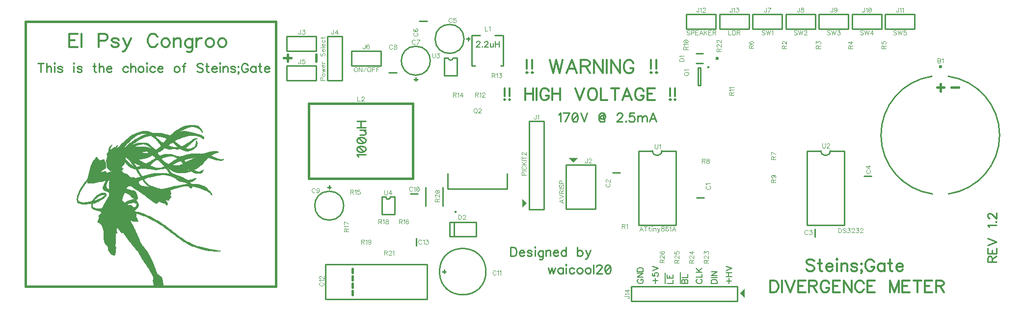
<source format=gbr>
G04 DipTrace 2.4.0.2*
%INTopSilk.gbr*%
%MOIN*%
%ADD10C,0.0098*%
%ADD12C,0.003*%
%ADD21C,0.015*%
%ADD23C,0.0236*%
%ADD41C,0.0154*%
%ADD105C,0.0046*%
%ADD106C,0.0139*%
%ADD107C,0.0124*%
%ADD108C,0.0093*%
%ADD109C,0.0062*%
%FSLAX44Y44*%
G04*
G70*
G90*
G75*
G01*
%LNTopSilk*%
%LPD*%
D23*
X67070Y20116D3*
X67603Y19464D2*
D10*
G02X67622Y11471I-552J-3998D01*
G01*
X66514D2*
G02X66494Y19464I552J3998D01*
G01*
X51008Y11214D2*
X50497D1*
X44809Y12916D2*
X45321D1*
X58527Y8559D2*
Y9071D1*
X61872Y12666D2*
X62383D1*
X32752Y22003D2*
G02X32752Y22003I984J0D01*
G01*
X34997Y22121D2*
Y21885D1*
X35115Y22003D2*
X34878D1*
X31687Y23230D2*
X32198D1*
X31443Y21506D2*
G02X31443Y21506I0J-984D01*
G01*
X31561Y19262D2*
X31325D1*
X31443Y19144D2*
Y19380D1*
X30136Y19715D2*
X29624D1*
X25565Y9687D2*
G02X25565Y9687I0J984D01*
G01*
X25447Y11931D2*
X25683D1*
X25565Y12049D2*
Y11813D1*
X31059Y11477D2*
X31571D1*
X36204Y6190D2*
G02X36204Y6190I-1575J0D01*
G01*
X33369Y6072D2*
Y6308D1*
X33251Y6190D2*
X33487D1*
X25323Y6684D2*
X32213D1*
Y4322D1*
X25323D1*
Y6684D1*
X31479Y8446D2*
Y7934D1*
X50945Y20355D2*
X50472D1*
X50945Y21025D2*
X50472D1*
D23*
X51909Y20690D3*
X33739Y9538D2*
D10*
X35550D1*
Y8593D1*
X33739D1*
Y9538D1*
X34054D2*
Y8593D1*
X40130Y10409D2*
Y16409D1*
X39130Y10409D2*
Y16409D1*
X40130Y10409D2*
X39130D1*
X40130Y16409D2*
X39130D1*
X41630Y12357D2*
Y10440D1*
Y13440D2*
Y10440D1*
X43630Y13440D2*
Y10440D1*
X41630Y13440D2*
X43630D1*
X41630Y10440D2*
X43630D1*
X24690Y21190D2*
Y22190D1*
X22690Y21190D2*
X24690D1*
X22690D2*
Y22190D1*
X24690D1*
X26440Y19190D2*
X25440D1*
Y22190D1*
X26440D2*
X25440D1*
X26440Y19190D2*
Y22190D1*
X22690Y20190D2*
Y19190D1*
X24690Y20190D2*
X22690D1*
X24690D2*
Y19190D1*
X22690D1*
X27067Y21191D2*
Y20191D1*
X29067Y21191D2*
X27067D1*
X29067D2*
Y20191D1*
X27067D1*
X56315Y22690D2*
Y23690D1*
X54315Y22690D2*
X56315D1*
X54315D2*
Y23690D1*
X56315D1*
X58565Y22690D2*
Y23690D1*
X56565Y22690D2*
X58565D1*
X56565D2*
Y23690D1*
X58565D1*
X60815Y22690D2*
Y23690D1*
X58815Y22690D2*
X60815D1*
X58815D2*
Y23690D1*
X60815D1*
X63065Y22690D2*
Y23690D1*
X61065Y22690D2*
X63065D1*
X61065D2*
Y23690D1*
X63065D1*
X65315Y22690D2*
Y23690D1*
X63315Y22690D2*
X65315D1*
X63315D2*
Y23690D1*
X65315D1*
X51815Y22690D2*
Y23690D1*
X49815Y22690D2*
X51815D1*
X49815D2*
Y23690D1*
X51815D1*
X54065Y22690D2*
Y23690D1*
X52065Y22690D2*
X54065D1*
X52065D2*
Y23690D1*
X54065D1*
X53289Y4198D2*
X46092D1*
Y5182D1*
X53289D1*
Y4198D1*
X35485Y20175D2*
X35256D1*
Y22237D1*
X35818D1*
X36818D2*
X37318D1*
X37381D2*
Y20175D1*
X37215D2*
X37381D1*
X24190Y17628D2*
D21*
X31253D1*
Y12503D1*
X24190D1*
Y17628D1*
D41*
X51293Y20072D3*
X50792Y18865D2*
D10*
Y20046D1*
X50595D1*
Y18865D1*
X50792D1*
X33623Y11822D2*
X37638D1*
X33623D2*
Y12846D1*
X37638Y11822D2*
Y12846D1*
D41*
X34144Y10240D3*
X33284Y11904D2*
D10*
Y10646D1*
X32102Y11904D2*
Y10646D1*
X46573Y14395D2*
Y9356D1*
X49093Y14395D2*
Y9356D1*
X46573D2*
X49093D1*
X46573Y14395D2*
X47518D1*
X48148D2*
X49093D1*
X47518D2*
G03X48148Y14395I315J1D01*
G01*
X58011Y14397D2*
Y9358D1*
X60531Y14397D2*
Y9358D1*
X58011D2*
X60531D1*
X58011Y14397D2*
X58956D1*
X59586D2*
X60531D1*
X58956D2*
G03X59586Y14397I315J1D01*
G01*
X33377Y20713D2*
Y19532D1*
X34243Y20713D2*
Y19532D1*
X33377D2*
X34243D1*
X33377Y20713D2*
X33653D1*
X33968D2*
X34243D1*
X33653D2*
G03X33968Y20713I158J0D01*
G01*
X29127Y11266D2*
Y10085D1*
X29993D2*
Y11266D1*
Y10085D2*
X29127D1*
Y11266D2*
X29403D1*
X29718D2*
X29993D1*
X29403D2*
G03X29718Y11266I158J0D01*
G01*
X4940Y23190D2*
D21*
X21940D1*
Y5190D1*
X4940D1*
Y23190D1*
X27130Y6377D2*
Y6127D1*
Y5377D2*
Y5127D1*
Y5627D2*
Y5877D1*
Y4877D2*
Y4627D1*
G36*
X38659Y10534D2*
X38971Y10846D1*
X38659Y11159D1*
D1*
Y10534D1*
G37*
G36*
X41828Y13930D2*
X42140Y13618D1*
X42453Y13930D1*
D1*
X41828D1*
G37*
G36*
X53787Y5033D2*
X53474Y4720D1*
X53787Y4408D1*
D1*
Y5033D1*
G37*
X22490Y20710D2*
D21*
X22970D1*
X22730Y20950D2*
Y20470D1*
X24680Y20950D2*
Y20470D1*
X66830Y18700D2*
X67310D1*
X67070Y18940D2*
Y18460D1*
X67820Y18700D2*
X68300D1*
X16038Y16159D2*
D12*
X16427D1*
X15920Y16129D2*
X16523D1*
X15814Y16099D2*
X16605D1*
X15721Y16070D2*
X16670D1*
X15640Y16040D2*
X16170D1*
X16343D2*
X16720D1*
X15568Y16010D2*
X16049D1*
X16473D2*
X16758D1*
X15504Y15980D2*
X15948D1*
X16572D2*
X16789D1*
X15446Y15950D2*
X15861D1*
X16646D2*
X16816D1*
X15392Y15920D2*
X15784D1*
X16702D2*
X16841D1*
X15341Y15890D2*
X15716D1*
X16745D2*
X16862D1*
X15290Y15860D2*
X15652D1*
X16780D2*
X16881D1*
X15240Y15830D2*
X15591D1*
X16809D2*
X16897D1*
X15190Y15800D2*
X15535D1*
X16832D2*
X16911D1*
X15141Y15770D2*
X15485D1*
X16850D2*
X16922D1*
X12926Y15740D2*
X13225D1*
X15095D2*
X15439D1*
X15529D2*
X15768D1*
X16867D2*
X16929D1*
X12791Y15710D2*
X13304D1*
X15053D2*
X15940D1*
X16882D2*
X16933D1*
X12673Y15681D2*
X13385D1*
X15011D2*
X16103D1*
X16894D2*
X16934D1*
X12574Y15651D2*
X13469D1*
X14972D2*
X16253D1*
X16905D2*
X16935D1*
X12489Y15621D2*
X14123D1*
X14936D2*
X16384D1*
X12412Y15591D2*
X14263D1*
X14903D2*
X16496D1*
X12341Y15561D2*
X12722D1*
X13153D2*
X14382D1*
X14872D2*
X16593D1*
X12278Y15531D2*
X12645D1*
X13100D2*
X14479D1*
X14841D2*
X16679D1*
X12222Y15501D2*
X12576D1*
X13034D2*
X14558D1*
X14810D2*
X16758D1*
X12170Y15471D2*
X12515D1*
X12962D2*
X14631D1*
X14775D2*
X16830D1*
X12118Y15441D2*
X12462D1*
X12889D2*
X14705D1*
X14735D2*
X16894D1*
X12069Y15411D2*
X12414D1*
X12819D2*
X13277D1*
X13489D2*
X13732D1*
X13864D2*
X15914D1*
X16594D2*
X16948D1*
X12023Y15381D2*
X12370D1*
X12752D2*
X13144D1*
X13541D2*
X13759D1*
X14060D2*
X15793D1*
X16716D2*
X16992D1*
X11981Y15351D2*
X12329D1*
X12689D2*
X13036D1*
X13588D2*
X13781D1*
X14221D2*
X15678D1*
X16815D2*
X17027D1*
X11944Y15322D2*
X12288D1*
X12628D2*
X12950D1*
X13630D2*
X13804D1*
X14346D2*
X15577D1*
X16885D2*
X17043D1*
X11910Y15292D2*
X12249D1*
X12568D2*
X12877D1*
X13668D2*
X13829D1*
X14434D2*
X15488D1*
X16935D2*
X17047D1*
X11875Y15262D2*
X12213D1*
X12512D2*
X12815D1*
X13701D2*
X13860D1*
X14499D2*
X15408D1*
X16427D2*
X16606D1*
X16952D2*
X17038D1*
X11837Y15232D2*
X12180D1*
X12460D2*
X12761D1*
X13733D2*
X13896D1*
X14530D2*
X15334D1*
X16382D2*
X16569D1*
X16965D2*
X17025D1*
X11799Y15202D2*
X12149D1*
X12412D2*
X12712D1*
X13763D2*
X13933D1*
X14505D2*
X15267D1*
X16335D2*
X16520D1*
X11764Y15172D2*
X12118D1*
X12366D2*
X12664D1*
X13793D2*
X13969D1*
X14480D2*
X15208D1*
X16291D2*
X16467D1*
X11731Y15142D2*
X12088D1*
X12320D2*
X12616D1*
X13823D2*
X14006D1*
X14455D2*
X15156D1*
X16249D2*
X16417D1*
X11700Y15112D2*
X12058D1*
X12275D2*
X12567D1*
X13853D2*
X14044D1*
X14433D2*
X15114D1*
X16207D2*
X16376D1*
X16516D2*
D3*
X11669Y15082D2*
X12027D1*
X12230D2*
X12522D1*
X13882D2*
X14082D1*
X14412D2*
X15082D1*
X16163D2*
X16341D1*
X16504D2*
X16546D1*
X11638Y15052D2*
X11994D1*
X12185D2*
X12479D1*
X13908D2*
X14119D1*
X14387D2*
X15070D1*
X16119D2*
X16308D1*
X16496D2*
X16560D1*
X11604Y15022D2*
X11961D1*
X12141D2*
X12438D1*
X13931D2*
X14158D1*
X14359D2*
X15095D1*
X16075D2*
X16277D1*
X16501D2*
X16570D1*
X11567Y14992D2*
X11931D1*
X12099D2*
X12397D1*
X13952D2*
X14206D1*
X14325D2*
X15127D1*
X16030D2*
X16247D1*
X16506D2*
X16578D1*
X11530Y14962D2*
X11903D1*
X12059D2*
X12358D1*
X12686D2*
X13075D1*
X13973D2*
X14266D1*
X14286D2*
X14876D1*
X14960D2*
X15163D1*
X15985D2*
X16217D1*
X16507D2*
X16587D1*
X11494Y14933D2*
X11876D1*
X12018D2*
X12317D1*
X12574D2*
X13149D1*
X13993D2*
X14828D1*
X14990D2*
X15201D1*
X15940D2*
X16187D1*
X16502D2*
X16594D1*
X11462Y14903D2*
X11847D1*
X11979D2*
X12279D1*
X12471D2*
X13216D1*
X14014D2*
X14784D1*
X15020D2*
X15240D1*
X15895D2*
X16157D1*
X16496D2*
X16596D1*
X11432Y14873D2*
X11818D1*
X11944D2*
X12244D1*
X12383D2*
X13275D1*
X14037D2*
X14742D1*
X15050D2*
X15280D1*
X15850D2*
X16126D1*
X16490D2*
X16592D1*
X11405Y14843D2*
X11789D1*
X11911D2*
X12216D1*
X12303D2*
X12759D1*
X13027D2*
X13326D1*
X14060D2*
X14702D1*
X15080D2*
X15319D1*
X15805D2*
X16092D1*
X16483D2*
X16585D1*
X10771Y14813D2*
X10801D1*
X11160D2*
D3*
X11382D2*
X11759D1*
X11879D2*
X12195D1*
X12226D2*
X12612D1*
X13134D2*
X13371D1*
X14081D2*
X14666D1*
X15110D2*
X15360D1*
X15757D2*
X16055D1*
X16474D2*
X16579D1*
X10729Y14783D2*
X10786D1*
X11135D2*
X11160D1*
X11361D2*
X11729D1*
X11849D2*
X12493D1*
X13212D2*
X13413D1*
X14102D2*
X14631D1*
X15140D2*
X15403D1*
X15704D2*
X16018D1*
X16461D2*
X16572D1*
X10694Y14753D2*
X10769D1*
X11113D2*
X11160D1*
X11340D2*
X11699D1*
X11818D2*
X12405D1*
X13266D2*
X13453D1*
X14123D2*
X14686D1*
X15170D2*
X15457D1*
X15641D2*
X15981D1*
X16443D2*
X16560D1*
X10668Y14723D2*
X10752D1*
X11090D2*
X11159D1*
X11318D2*
X11669D1*
X11784D2*
X12343D1*
X13307D2*
X13489D1*
X14093D2*
X14764D1*
X15201D2*
X15531D1*
X15561D2*
X15944D1*
X16420D2*
X16543D1*
X10648Y14693D2*
X10735D1*
X11063D2*
X11155D1*
X11290D2*
X11639D1*
X11746D2*
X12301D1*
X12357D2*
X13075D1*
X13342D2*
X13522D1*
X14063D2*
X14882D1*
X15236D2*
X15899D1*
X16393D2*
X16525D1*
X10631Y14663D2*
X10720D1*
X11027D2*
X11147D1*
X11255D2*
X11609D1*
X11707D2*
X13159D1*
X13374D2*
X13553D1*
X14033D2*
X15054D1*
X15276D2*
X15844D1*
X16359D2*
X16505D1*
X10616Y14633D2*
X10705D1*
X10979D2*
X11136D1*
X11219D2*
X11579D1*
X11662D2*
X13237D1*
X13404D2*
X13584D1*
X14003D2*
X15279D1*
X15319D2*
X15779D1*
X16318D2*
X16480D1*
X10605Y14603D2*
X10693D1*
X10924D2*
X11123D1*
X11183D2*
X11549D1*
X11609D2*
X13308D1*
X13433D2*
X13614D1*
X13972D2*
X15708D1*
X16269D2*
X16449D1*
X10597Y14573D2*
X10683D1*
X10869D2*
X11111D1*
X11143D2*
X13377D1*
X13458D2*
X13644D1*
X13938D2*
X14357D1*
X14457D2*
X15828D1*
X16214D2*
X16412D1*
X10589Y14544D2*
X10674D1*
X10818D2*
X13449D1*
X13478D2*
X13676D1*
X13898D2*
X14319D1*
X14557D2*
X16370D1*
X10581Y14514D2*
X10670D1*
X10768D2*
X13715D1*
X13852D2*
X14277D1*
X14661D2*
X14841D1*
X15140D2*
X15319D1*
X15500D2*
X16322D1*
X10572Y14484D2*
X10687D1*
X10713D2*
X13766D1*
X13796D2*
X14234D1*
X15568D2*
X16262D1*
X10567Y14454D2*
X14188D1*
X15649D2*
X16184D1*
X10564Y14424D2*
X14141D1*
X15748D2*
X16087D1*
X10563Y14394D2*
X14092D1*
X15858D2*
X15978D1*
X17653D2*
X17923D1*
X10561Y14364D2*
X12997D1*
X13195D2*
X14042D1*
X17537D2*
X17977D1*
X10557Y14334D2*
X12898D1*
X13225D2*
X13992D1*
X17435D2*
X18017D1*
X10539Y14304D2*
X12806D1*
X13255D2*
X13938D1*
X17347D2*
X18033D1*
X10513Y14274D2*
X12866D1*
X13285D2*
X13883D1*
X17258D2*
X17930D1*
X10485Y14244D2*
X13903D1*
X17138D2*
X17828D1*
X10462Y14214D2*
X13923D1*
X16217D2*
X16815D1*
X16964D2*
X17741D1*
X10453Y14185D2*
X13943D1*
X14392D2*
X14811D1*
X16048D2*
X17670D1*
X10458Y14155D2*
X13966D1*
X14278D2*
X14914D1*
X15906D2*
X17613D1*
X10463Y14125D2*
X13996D1*
X14174D2*
X15011D1*
X15789D2*
X17567D1*
X10468Y14095D2*
X13488D1*
X13584D2*
X14040D1*
X14074D2*
X15101D1*
X15688D2*
X17532D1*
X10470Y14065D2*
X13446D1*
X13614D2*
X15184D1*
X15594D2*
X17504D1*
X10471Y14035D2*
X13396D1*
X13645D2*
X15268D1*
X15501D2*
X17575D1*
X10471Y14005D2*
X13340D1*
X13677D2*
X14555D1*
X15043D2*
X15364D1*
X15399D2*
X17649D1*
X9724Y13975D2*
X9784D1*
X10467D2*
X13276D1*
X13709D2*
X14409D1*
X15114D2*
X17725D1*
X9704Y13945D2*
X9804D1*
X10460D2*
X11700D1*
X11790D2*
X13198D1*
X13734D2*
X14295D1*
X15167D2*
X16367D1*
X16456D2*
X17804D1*
X9683Y13915D2*
X9825D1*
X10452D2*
X11704D1*
X11824D2*
X13094D1*
X13753D2*
X14215D1*
X15203D2*
X16193D1*
X16367D2*
X17295D1*
X17472D2*
X17886D1*
X9659Y13885D2*
X9849D1*
X10447D2*
X11712D1*
X11861D2*
X12950D1*
X13713D2*
X14153D1*
X15230D2*
X16030D1*
X16321D2*
X17269D1*
X17586D2*
X17976D1*
X9633Y13855D2*
X9875D1*
X10443D2*
X11725D1*
X11897D2*
X12757D1*
X13669D2*
X14172D1*
X15181D2*
X15888D1*
X16269D2*
X17247D1*
X17691D2*
X18084D1*
X18341D2*
X18371D1*
X9609Y13825D2*
X9900D1*
X10173D2*
X10263D1*
X10438D2*
X11742D1*
X11928D2*
X12537D1*
X13623D2*
X14193D1*
X15134D2*
X15778D1*
X16214D2*
X17224D1*
X17790D2*
X18209D1*
X18254D2*
X18367D1*
X9586Y13796D2*
X9923D1*
X10122D2*
X10264D1*
X10430D2*
X11765D1*
X11954D2*
X12592D1*
X13577D2*
X13829D1*
X13914D2*
X14217D1*
X15088D2*
X15705D1*
X16156D2*
X17200D1*
X17894D2*
X18352D1*
X9566Y13766D2*
X9950D1*
X10067D2*
X10268D1*
X10423D2*
X11790D1*
X11978D2*
X12644D1*
X13532D2*
X13781D1*
X13948D2*
X14244D1*
X15043D2*
X15649D1*
X16097D2*
X17172D1*
X18009D2*
X18319D1*
X9545Y13736D2*
X9984D1*
X10003D2*
X10277D1*
X10417D2*
X11816D1*
X12003D2*
X12696D1*
X13487D2*
X13737D1*
X13985D2*
X14273D1*
X14998D2*
X15692D1*
X16037D2*
X17144D1*
X18132D2*
X18282D1*
X9525Y13706D2*
X10294D1*
X10416D2*
X11842D1*
X12029D2*
X12751D1*
X13441D2*
X13695D1*
X14023D2*
X14304D1*
X14953D2*
X15414D1*
X15469D2*
X15732D1*
X15976D2*
X17114D1*
X9505Y13676D2*
X10317D1*
X10418D2*
X11871D1*
X12054D2*
X12807D1*
X13393D2*
X13654D1*
X14058D2*
X14338D1*
X14908D2*
X15333D1*
X15499D2*
X15771D1*
X15912D2*
X17085D1*
X9485Y13646D2*
X10342D1*
X10425D2*
X11903D1*
X12076D2*
X12862D1*
X13343D2*
X13614D1*
X14091D2*
X14380D1*
X14863D2*
X15255D1*
X15529D2*
X15813D1*
X15842D2*
X17056D1*
X9466Y13616D2*
X10362D1*
X10432D2*
X11664D1*
X11724D2*
X11936D1*
X12098D2*
X12920D1*
X13288D2*
X13574D1*
X14122D2*
X14430D1*
X14818D2*
X15178D1*
X15559D2*
X17030D1*
X9450Y13586D2*
X10373D1*
X10437D2*
X11656D1*
X11747D2*
X11967D1*
X12122D2*
X12302D1*
X12356D2*
X12995D1*
X13214D2*
X13536D1*
X14152D2*
X14488D1*
X14772D2*
X15104D1*
X15589D2*
X17007D1*
X9437Y13556D2*
X10379D1*
X10440D2*
X11644D1*
X11769D2*
X11999D1*
X12145D2*
X12311D1*
X12412D2*
X13100D1*
X13110D2*
X13504D1*
X14182D2*
X14555D1*
X14722D2*
X15033D1*
X15619D2*
X16985D1*
X9426Y13526D2*
X10381D1*
X10441D2*
X11631D1*
X11792D2*
X12033D1*
X12166D2*
X12323D1*
X12465D2*
X13479D1*
X14211D2*
X14634D1*
X14664D2*
X14966D1*
X15649D2*
X16960D1*
X9414Y13496D2*
X10382D1*
X10442D2*
X11615D1*
X11816D2*
X12070D1*
X12187D2*
X12340D1*
X12517D2*
X13455D1*
X14237D2*
X14903D1*
X15583D2*
X16932D1*
X9401Y13466D2*
X10382D1*
X10442D2*
X11597D1*
X11837D2*
X12108D1*
X12208D2*
X12358D1*
X12572D2*
X13430D1*
X14260D2*
X14841D1*
X15511D2*
X16899D1*
X9388Y13436D2*
X10382D1*
X10442D2*
X11573D1*
X11860D2*
X12144D1*
X12226D2*
X12377D1*
X12629D2*
X13403D1*
X14282D2*
X14930D1*
X15432D2*
X16863D1*
X9376Y13407D2*
X10382D1*
X10442D2*
X11547D1*
X11888D2*
X12181D1*
X12243D2*
X12397D1*
X12687D2*
X13375D1*
X14307D2*
X16824D1*
X9366Y13377D2*
X10382D1*
X10442D2*
X11518D1*
X11923D2*
X12223D1*
X12256D2*
X12419D1*
X12746D2*
X13447D1*
X14334D2*
X16785D1*
X9355Y13347D2*
X10382D1*
X10444D2*
X11489D1*
X11961D2*
X12443D1*
X12627D2*
X13526D1*
X14362D2*
X16744D1*
X9346Y13317D2*
X10381D1*
X10447D2*
X11459D1*
X12003D2*
X12473D1*
X12485D2*
X13616D1*
X14286D2*
X16702D1*
X9339Y13287D2*
X10376D1*
X10465D2*
X11430D1*
X12059D2*
X13717D1*
X14206D2*
X16658D1*
X9332Y13257D2*
X10366D1*
X10492D2*
X11489D1*
X12138D2*
X16612D1*
X9324Y13227D2*
X10340D1*
X10524D2*
X11538D1*
X12232D2*
X12866D1*
X13102D2*
X14360D1*
X14458D2*
X14571D1*
X14632D2*
X16564D1*
X9316Y13197D2*
X10306D1*
X10552D2*
X11579D1*
X12315D2*
X12537D1*
X13225D2*
X14260D1*
X14470D2*
X14601D1*
X14666D2*
X16512D1*
X9309Y13167D2*
X10267D1*
X10572D2*
X11545D1*
X12373D2*
X12552D1*
X13372D2*
X14135D1*
X14490D2*
X14631D1*
X14705D2*
X16460D1*
X9302Y13137D2*
X10225D1*
X10585D2*
X11517D1*
X12413D2*
X12569D1*
X13557D2*
X13975D1*
X14514D2*
X14660D1*
X14747D2*
X16412D1*
X16995D2*
D3*
X9294Y13107D2*
X10186D1*
X10596D2*
X11497D1*
X12442D2*
X12586D1*
X13764D2*
X13793D1*
X14538D2*
X14686D1*
X14794D2*
X15948D1*
X16038D2*
X16367D1*
X16965D2*
X16995D1*
X9286Y13077D2*
X10152D1*
X10626D2*
X11404D1*
X11490D2*
X11479D1*
X12464D2*
X12603D1*
X14560D2*
X14709D1*
X14847D2*
X16414D1*
X16933D2*
X16994D1*
X9279Y13048D2*
X10122D1*
X10706D2*
X10741D1*
X10836D2*
X11441D1*
X12482D2*
X12619D1*
X14582D2*
X14731D1*
X14906D2*
X16473D1*
X16890D2*
X16989D1*
X9273Y13018D2*
X10088D1*
X10323D2*
X10382D1*
X10760D2*
X11474D1*
X12500D2*
X12634D1*
X14606D2*
X14756D1*
X14974D2*
X16126D1*
X16223D2*
X16561D1*
X16816D2*
X16977D1*
X9264Y12988D2*
X10052D1*
X10194D2*
X10399D1*
X10669D2*
X11502D1*
X12518D2*
X12650D1*
X14632D2*
X14783D1*
X15057D2*
X16002D1*
X16266D2*
X16690D1*
X16695D2*
X16957D1*
X9256Y12958D2*
X10021D1*
X10065D2*
X10417D1*
X10576D2*
X11528D1*
X12538D2*
X12668D1*
X14657D2*
X14810D1*
X15155D2*
X15872D1*
X16318D2*
X16929D1*
X9249Y12928D2*
X10442D1*
X10481D2*
X11556D1*
X12557D2*
X12687D1*
X14679D2*
X14836D1*
X15260D2*
X15738D1*
X16382D2*
X16892D1*
X9243Y12898D2*
X11596D1*
X12577D2*
X12705D1*
X14700D2*
X14861D1*
X16460D2*
X16843D1*
X9234Y12868D2*
X11655D1*
X12597D2*
X12722D1*
X13674D2*
X14541D1*
X14721D2*
X14895D1*
X16546D2*
X16786D1*
X9226Y12838D2*
X11732D1*
X12615D2*
X12738D1*
X13521D2*
X14948D1*
X9219Y12808D2*
X11809D1*
X12633D2*
X12754D1*
X13379D2*
X15026D1*
X9213Y12778D2*
X11870D1*
X12649D2*
X12770D1*
X13252D2*
X15120D1*
X9204Y12748D2*
X11911D1*
X12668D2*
X12791D1*
X13134D2*
X13986D1*
X14550D2*
X15216D1*
X9196Y12718D2*
X11942D1*
X12687D2*
X12824D1*
X13019D2*
X13808D1*
X14708D2*
X15308D1*
X9189Y12688D2*
X11971D1*
X12706D2*
X12870D1*
X12900D2*
X13654D1*
X14825D2*
X15393D1*
X9183Y12659D2*
X12000D1*
X12726D2*
X13522D1*
X14908D2*
X15471D1*
X9174Y12629D2*
X12030D1*
X12746D2*
X13402D1*
X14967D2*
X15540D1*
X9166Y12599D2*
X12064D1*
X12178D2*
X12238D1*
X12652D2*
X13289D1*
X15015D2*
X15176D1*
X15260D2*
X15600D1*
X9159Y12569D2*
X12104D1*
X12134D2*
X12303D1*
X12543D2*
X13185D1*
X15058D2*
X15218D1*
X15319D2*
X15655D1*
X9152Y12539D2*
X12385D1*
X12412D2*
X13097D1*
X15100D2*
X15269D1*
X15379D2*
X15707D1*
X16456D2*
X16516D1*
X9138Y12509D2*
X13031D1*
X15140D2*
X15332D1*
X15437D2*
X15758D1*
X16383D2*
X16499D1*
X9119Y12479D2*
X12978D1*
X15181D2*
X15411D1*
X15487D2*
X15814D1*
X16289D2*
X16473D1*
X9097Y12449D2*
X12980D1*
X15224D2*
X15509D1*
X15527D2*
X15887D1*
X16159D2*
X16435D1*
X9077Y12419D2*
X12753D1*
X12902D2*
X12996D1*
X15268D2*
X15984D1*
X15989D2*
X16387D1*
X9055Y12389D2*
X10307D1*
X10378D2*
X10527D1*
X10615D2*
X12682D1*
X12913D2*
X13015D1*
X15316D2*
X16331D1*
X9031Y12359D2*
X10215D1*
X10369D2*
X10519D1*
X10633D2*
X12623D1*
X12929D2*
X13035D1*
X15378D2*
X16268D1*
X9005Y12329D2*
X10102D1*
X10358D2*
X10507D1*
X10632D2*
X12594D1*
X12947D2*
X13056D1*
X15469D2*
X16203D1*
X8980Y12299D2*
X9966D1*
X10344D2*
X10494D1*
X10629D2*
X12588D1*
X12967D2*
X13080D1*
X15591D2*
X16147D1*
X8958Y12270D2*
X9060D1*
X9156D2*
X9820D1*
X10330D2*
X10479D1*
X10625D2*
X12596D1*
X12991D2*
X13107D1*
X15721D2*
X16097D1*
X8936Y12240D2*
X9048D1*
X9156D2*
X9679D1*
X10315D2*
X10466D1*
X10623D2*
X12607D1*
X13018D2*
X13136D1*
X15831D2*
X16117D1*
X8913Y12210D2*
X9028D1*
X9156D2*
X9545D1*
X10300D2*
X10454D1*
X10622D2*
X12621D1*
X13046D2*
X13167D1*
X15912D2*
X16138D1*
X8889Y12180D2*
X9004D1*
X10285D2*
X10443D1*
X10622D2*
X12639D1*
X13076D2*
X13200D1*
X15978D2*
X16162D1*
X8868Y12150D2*
X8980D1*
X10270D2*
X10433D1*
X10622D2*
X12663D1*
X13105D2*
X13238D1*
X15828D2*
X16576D1*
X8847Y12120D2*
X8958D1*
X10255D2*
X10423D1*
X10622D2*
X12690D1*
X13135D2*
X13280D1*
X15665D2*
X16715D1*
X8827Y12090D2*
X8937D1*
X10240D2*
X10418D1*
X10622D2*
X12725D1*
X13165D2*
X13324D1*
X15504D2*
X16827D1*
X8807Y12060D2*
X8916D1*
X10226D2*
X10415D1*
X10622D2*
X12769D1*
X13195D2*
X13374D1*
X15352D2*
X16914D1*
X8787Y12030D2*
X8897D1*
X10214D2*
X10413D1*
X10622D2*
X11968D1*
X12088D2*
X12829D1*
X13226D2*
X13432D1*
X15210D2*
X16987D1*
X8766Y12000D2*
X8877D1*
X10204D2*
X10413D1*
X10622D2*
X11911D1*
X12119D2*
X12916D1*
X13261D2*
X13501D1*
X15075D2*
X15695D1*
X16157D2*
X17050D1*
X8747Y11970D2*
X8856D1*
X10193D2*
X10414D1*
X10622D2*
X11861D1*
X12154D2*
X13059D1*
X13301D2*
X13582D1*
X14948D2*
X15548D1*
X16008D2*
X16246D1*
X16389D2*
X17107D1*
X8727Y11940D2*
X8837D1*
X10184D2*
X10419D1*
X10622D2*
X11824D1*
X12195D2*
X13272D1*
X13345D2*
X13672D1*
X14826D2*
X15417D1*
X16029D2*
X16241D1*
X16522D2*
X17156D1*
X8707Y11910D2*
X8817D1*
X10179D2*
X10431D1*
X10622D2*
X11800D1*
X12241D2*
X13768D1*
X14701D2*
X15298D1*
X16060D2*
X16231D1*
X16639D2*
X17196D1*
X8688Y11881D2*
X8796D1*
X10180D2*
X10452D1*
X10622D2*
X11783D1*
X12289D2*
X13871D1*
X14561D2*
X15189D1*
X16097D2*
X16217D1*
X16743D2*
X17231D1*
X8671Y11851D2*
X8777D1*
X10187D2*
X10483D1*
X10621D2*
X11770D1*
X12339D2*
X13980D1*
X14405D2*
X15087D1*
X16836D2*
X17263D1*
X8654Y11821D2*
X8757D1*
X10198D2*
X10528D1*
X10616D2*
X11759D1*
X12391D2*
X14989D1*
X16920D2*
X17294D1*
X8636Y11791D2*
X8737D1*
X10213D2*
X10586D1*
X10606D2*
X11906D1*
X12444D2*
X14889D1*
X16998D2*
X17324D1*
X8617Y11761D2*
X8718D1*
X10233D2*
X12032D1*
X12494D2*
X14790D1*
X17071D2*
X17354D1*
X8602Y11731D2*
X8701D1*
X10265D2*
X12138D1*
X12540D2*
X14691D1*
X17138D2*
X17384D1*
X8589Y11701D2*
X8685D1*
X10315D2*
X12231D1*
X12580D2*
X14733D1*
X17201D2*
X17414D1*
X8577Y11671D2*
X8670D1*
X10384D2*
X12309D1*
X12616D2*
X14763D1*
X17258D2*
X17443D1*
X8564Y11641D2*
X8655D1*
X10463D2*
X12367D1*
X12656D2*
X14774D1*
X17310D2*
X17469D1*
X8550Y11611D2*
X8640D1*
X10533D2*
X12410D1*
X12706D2*
X14782D1*
X17358D2*
X17492D1*
X8539Y11581D2*
X8625D1*
X10587D2*
X12429D1*
X12758D2*
X14792D1*
X17400D2*
X17514D1*
X8528Y11551D2*
X8611D1*
X10083D2*
X10323D1*
X10608D2*
X11645D1*
X11756D2*
X12443D1*
X12807D2*
X14799D1*
X17438D2*
X17537D1*
X8516Y11522D2*
X8599D1*
X10028D2*
X10364D1*
X10616D2*
X11626D1*
X11836D2*
X12456D1*
X12851D2*
X14803D1*
X17470D2*
X17559D1*
X8503Y11492D2*
X8588D1*
X9976D2*
X10395D1*
X10619D2*
X11612D1*
X11901D2*
X12467D1*
X12890D2*
X14796D1*
X17498D2*
X17576D1*
X8490Y11462D2*
X8576D1*
X9925D2*
X10404D1*
X10621D2*
X11600D1*
X11950D2*
X12477D1*
X12928D2*
X14784D1*
X17521D2*
X17585D1*
X8479Y11432D2*
X8563D1*
X9875D2*
X10181D1*
X10353D2*
X10409D1*
X10621D2*
X11590D1*
X11986D2*
X12487D1*
X12967D2*
X14769D1*
X17542D2*
X17590D1*
X8468Y11402D2*
X8549D1*
X9829D2*
X10083D1*
X10323D2*
X10410D1*
X10620D2*
X11580D1*
X12013D2*
X12496D1*
X13005D2*
X14752D1*
X17564D2*
X17593D1*
X8458Y11372D2*
X8535D1*
X9786D2*
X10004D1*
X10293D2*
X10406D1*
X10615D2*
X11568D1*
X12037D2*
X12503D1*
X13042D2*
X14736D1*
X8449Y11342D2*
X8521D1*
X9745D2*
X9940D1*
X10262D2*
X10394D1*
X10603D2*
X11555D1*
X12063D2*
X12510D1*
X13078D2*
X14756D1*
X14811D2*
D3*
X8443Y11312D2*
X8510D1*
X9706D2*
X9887D1*
X10228D2*
X10374D1*
X10584D2*
X11542D1*
X12091D2*
X12518D1*
X13117D2*
X14811D1*
X8439Y11282D2*
X8503D1*
X9671D2*
X9840D1*
X10189D2*
X10349D1*
X10560D2*
X11531D1*
X12125D2*
X12526D1*
X13155D2*
X14805D1*
X8433Y11252D2*
X8499D1*
X9642D2*
X9797D1*
X10147D2*
X10321D1*
X10537D2*
X11520D1*
X12165D2*
X12532D1*
X13191D2*
X14795D1*
X8426Y11222D2*
X8493D1*
X9618D2*
X9760D1*
X10100D2*
X10291D1*
X10519D2*
X11510D1*
X12211D2*
X12535D1*
X13228D2*
X14769D1*
X8418Y11192D2*
X8486D1*
X9595D2*
X9727D1*
X10047D2*
X10256D1*
X10505D2*
X11500D1*
X12259D2*
X12536D1*
X13266D2*
X14737D1*
X8413Y11162D2*
X8479D1*
X9571D2*
X9696D1*
X9991D2*
X10214D1*
X10492D2*
X11493D1*
X12306D2*
X12536D1*
X13305D2*
X14706D1*
X8410Y11133D2*
X8477D1*
X9548D2*
X9670D1*
X9932D2*
X10165D1*
X10477D2*
X11486D1*
X12351D2*
X12533D1*
X13345D2*
X14680D1*
X8410Y11103D2*
X8482D1*
X9527D2*
X9647D1*
X9872D2*
X10111D1*
X10460D2*
X11474D1*
X12208D2*
X12327D1*
X12387D2*
X12525D1*
X13385D2*
X14671D1*
X8413Y11073D2*
X8488D1*
X9509D2*
X9624D1*
X9805D2*
X10057D1*
X10441D2*
X11460D1*
X12095D2*
X12417D1*
X12477D2*
X12490D1*
X13425D2*
X14665D1*
X8420Y11043D2*
X8494D1*
X9491D2*
X9600D1*
X9724D2*
X10005D1*
X10423D2*
X11490D1*
X11998D2*
X12446D1*
X13464D2*
X14447D1*
X14541D2*
X14661D1*
X8428Y11013D2*
X8500D1*
X9472D2*
X9575D1*
X9625D2*
X9952D1*
X10406D2*
X11519D1*
X11916D2*
X12472D1*
X13505D2*
X14470D1*
X8434Y10983D2*
X8519D1*
X9413D2*
X9894D1*
X10389D2*
X11549D1*
X11848D2*
X12495D1*
X13549D2*
X14492D1*
X8442Y10953D2*
X8587D1*
X9297D2*
X9827D1*
X10371D2*
X11581D1*
X11791D2*
X12516D1*
X13597D2*
X13941D1*
X14045D2*
X14515D1*
X8455Y10923D2*
X8707D1*
X9100D2*
X9752D1*
X10352D2*
X11615D1*
X11739D2*
X12537D1*
X13650D2*
X13935D1*
X14130D2*
X14537D1*
X8477Y10893D2*
X8887D1*
X8830D2*
X9672D1*
X10333D2*
X11655D1*
X11689D2*
X12166D1*
X12344D2*
X12555D1*
X13706D2*
X13912D1*
X14222D2*
X14554D1*
X8506Y10863D2*
X9596D1*
X10317D2*
X12054D1*
X12404D2*
X12571D1*
X13764D2*
X13883D1*
X14303D2*
X14563D1*
X8575Y10833D2*
X9537D1*
X10300D2*
X11969D1*
X12449D2*
X12583D1*
X14365D2*
X14568D1*
X8675Y10803D2*
X9233D1*
X9395D2*
X9493D1*
X10281D2*
X11907D1*
X12463D2*
X12591D1*
X14410D2*
X14569D1*
X8797Y10773D2*
X8976D1*
X9395D2*
X9474D1*
X10262D2*
X11860D1*
X12470D2*
X12594D1*
X14447D2*
X14565D1*
X9395Y10744D2*
X9464D1*
X10244D2*
X11819D1*
X12470D2*
X12596D1*
X14480D2*
X14555D1*
X9395Y10714D2*
X9460D1*
X10227D2*
X11907D1*
X11968D2*
X12118D1*
X12463D2*
X12596D1*
X14512D2*
X14541D1*
X9395Y10684D2*
X9461D1*
X10211D2*
X12135D1*
X12451D2*
X12595D1*
X9396Y10654D2*
X9469D1*
X10196D2*
X12161D1*
X12433D2*
X12590D1*
X9400Y10624D2*
X9481D1*
X10181D2*
X12197D1*
X12238D2*
D3*
X12408D2*
X12579D1*
X9407Y10594D2*
X9501D1*
X10165D2*
X12267D1*
X12373D2*
X12563D1*
X9416Y10564D2*
X9533D1*
X10149D2*
X12296D1*
X12324D2*
X12545D1*
X9426Y10534D2*
X9584D1*
X10131D2*
X12525D1*
X9443Y10504D2*
X9650D1*
X10108D2*
X12501D1*
X9469Y10474D2*
X12473D1*
X9515Y10444D2*
X12441D1*
X9594Y10414D2*
X12405D1*
X9712Y10385D2*
X12367D1*
X9846Y10355D2*
X12332D1*
X9955Y10325D2*
X12297D1*
X10035Y10295D2*
X12406D1*
X10065Y10265D2*
X12512D1*
X10076Y10235D2*
X12617D1*
X10077Y10205D2*
X12717D1*
X10066Y10175D2*
X12810D1*
X10040Y10145D2*
X12447D1*
X12511D2*
X12895D1*
X10007Y10115D2*
X12447D1*
X12607D2*
X12975D1*
X9969Y10085D2*
X12447D1*
X12701D2*
X13050D1*
X9932Y10055D2*
X12447D1*
X12788D2*
X13122D1*
X9900Y10025D2*
X12446D1*
X12869D2*
X13189D1*
X9885Y9996D2*
X12441D1*
X12946D2*
X13252D1*
X9882Y9966D2*
X12431D1*
X13022D2*
X13315D1*
X9893Y9936D2*
X12417D1*
X13096D2*
X13378D1*
X9912Y9906D2*
X12442D1*
X13166D2*
X13441D1*
X9934Y9876D2*
X12464D1*
X13230D2*
X13502D1*
X9919Y9846D2*
X12482D1*
X13289D2*
X13558D1*
X9906Y9816D2*
X12498D1*
X13347D2*
X13612D1*
X9894Y9786D2*
X12513D1*
X13406D2*
X13663D1*
X9880Y9756D2*
X12525D1*
X13465D2*
X13714D1*
X9867Y9726D2*
X12536D1*
X13524D2*
X13768D1*
X9855Y9696D2*
X12546D1*
X13583D2*
X13824D1*
X9845Y9666D2*
X12034D1*
X12093D2*
X12556D1*
X13639D2*
X13879D1*
X9834Y9636D2*
X12045D1*
X12164D2*
X12562D1*
X13691D2*
X13931D1*
X9826Y9607D2*
X12061D1*
X12238D2*
X12567D1*
X13743D2*
X13982D1*
X9821Y9577D2*
X12078D1*
X13793D2*
X14033D1*
X9865Y9547D2*
X12094D1*
X13843D2*
X14081D1*
X9926Y9517D2*
X12111D1*
X13894D2*
X14128D1*
X9984Y9487D2*
X12129D1*
X13947D2*
X14174D1*
X10025Y9457D2*
X12148D1*
X14000D2*
X14220D1*
X10052Y9427D2*
X12167D1*
X14050D2*
X14265D1*
X10073Y9397D2*
X12184D1*
X14098D2*
X14308D1*
X10090Y9367D2*
X12200D1*
X14144D2*
X14351D1*
X10105Y9337D2*
X12215D1*
X14189D2*
X14391D1*
X10120Y9307D2*
X12230D1*
X14231D2*
X14432D1*
X10135Y9277D2*
X12245D1*
X14271D2*
X14472D1*
X10149Y9248D2*
X12260D1*
X14312D2*
X14511D1*
X10161Y9218D2*
X12275D1*
X14352D2*
X14553D1*
X10168Y9188D2*
X12290D1*
X14392D2*
X14595D1*
X10175Y9158D2*
X11157D1*
X11215D2*
X12305D1*
X14432D2*
X14638D1*
X10184Y9128D2*
X11125D1*
X11237D2*
X12320D1*
X14472D2*
X14679D1*
X10194Y9098D2*
X11096D1*
X11255D2*
X12335D1*
X14511D2*
X14716D1*
X10203Y9068D2*
X11084D1*
X11273D2*
X12350D1*
X14552D2*
X14753D1*
X10213Y9038D2*
X11088D1*
X11291D2*
X12364D1*
X14592D2*
X14792D1*
X10223Y9008D2*
X11097D1*
X11311D2*
X12376D1*
X14631D2*
X14830D1*
X10233Y8978D2*
X11109D1*
X11330D2*
X12386D1*
X14671D2*
X14867D1*
X10243Y8948D2*
X11119D1*
X11352D2*
X12398D1*
X14711D2*
X14903D1*
X10251Y8918D2*
X11125D1*
X11380D2*
X12411D1*
X14751D2*
X14942D1*
X10255Y8888D2*
X11128D1*
X11414D2*
X12425D1*
X14791D2*
X14981D1*
X10249Y8859D2*
X11130D1*
X11452D2*
X12440D1*
X14831D2*
X15020D1*
X10242Y8829D2*
X11130D1*
X11490D2*
D3*
X11585D2*
X12455D1*
X14870D2*
X15060D1*
X10237Y8799D2*
X11041D1*
X11597D2*
X12469D1*
X14911D2*
X15099D1*
X10235Y8769D2*
X11041D1*
X11616D2*
X12484D1*
X14951D2*
X15136D1*
X10234Y8739D2*
X11041D1*
X11638D2*
X12499D1*
X14990D2*
X15173D1*
X10233Y8709D2*
X11041D1*
X11658D2*
X12513D1*
X15030D2*
X15211D1*
X10233Y8679D2*
X11041D1*
X11680D2*
X12525D1*
X15070D2*
X15250D1*
X10233Y8649D2*
X11041D1*
X11703D2*
X12536D1*
X15110D2*
X15289D1*
X10233Y8619D2*
X11041D1*
X11726D2*
X12548D1*
X15150D2*
X15330D1*
X10233Y8589D2*
X11041D1*
X11747D2*
X12561D1*
X15190D2*
X15369D1*
X10233Y8559D2*
X11041D1*
X11768D2*
X12575D1*
X15229D2*
X15409D1*
X10233Y8529D2*
X11041D1*
X11789D2*
X12589D1*
X15270D2*
X15450D1*
X10233Y8499D2*
X11041D1*
X11809D2*
X12603D1*
X15310D2*
X15493D1*
X10234Y8470D2*
X11041D1*
X11828D2*
X12615D1*
X15349D2*
X15537D1*
X10238Y8440D2*
X11041D1*
X11849D2*
X12626D1*
X15390D2*
X15581D1*
X10245Y8410D2*
X11041D1*
X11869D2*
X12637D1*
X15433D2*
X15626D1*
X10253Y8380D2*
X11041D1*
X11889D2*
X12650D1*
X15477D2*
X15672D1*
X10258Y8350D2*
X11041D1*
X11914D2*
X12663D1*
X15522D2*
X15720D1*
X10261Y8320D2*
X11041D1*
X11939D2*
X12675D1*
X15566D2*
X15769D1*
X10263Y8290D2*
X11041D1*
X11964D2*
X12686D1*
X15611D2*
X15818D1*
X10268Y8260D2*
X11041D1*
X11986D2*
X12697D1*
X15656D2*
X15869D1*
X10276Y8230D2*
X11041D1*
X12008D2*
X12710D1*
X15702D2*
X15923D1*
X10288Y8200D2*
X11041D1*
X12033D2*
X12724D1*
X15751D2*
X15980D1*
X10301Y8170D2*
X11041D1*
X12059D2*
X12740D1*
X15803D2*
X16038D1*
X10317Y8140D2*
X11040D1*
X12084D2*
X12758D1*
X15856D2*
X16098D1*
X10335Y8110D2*
X11036D1*
X12106D2*
X12777D1*
X15907D2*
X16159D1*
X10358Y8081D2*
X11029D1*
X12128D2*
X12795D1*
X15958D2*
X16222D1*
X10385Y8051D2*
X11021D1*
X12153D2*
X12812D1*
X16013D2*
X16290D1*
X10413Y8021D2*
X11017D1*
X12179D2*
X12829D1*
X16071D2*
X16363D1*
X10443Y7991D2*
X11018D1*
X12203D2*
X12848D1*
X16133D2*
X16440D1*
X10471Y7961D2*
X11024D1*
X12226D2*
X12872D1*
X16201D2*
X16524D1*
X10496Y7931D2*
X11032D1*
X12248D2*
X12898D1*
X16273D2*
X16615D1*
X10514Y7901D2*
X11041D1*
X12272D2*
X12926D1*
X16350D2*
X16715D1*
X10524Y7871D2*
X11051D1*
X12299D2*
X12951D1*
X16433D2*
X16825D1*
X10529Y7841D2*
X11060D1*
X12327D2*
X12974D1*
X16520D2*
X16944D1*
X10531Y7811D2*
X11064D1*
X12353D2*
X12996D1*
X16612D2*
X17070D1*
X10532Y7781D2*
X11063D1*
X12375D2*
X13020D1*
X16711D2*
X17202D1*
X10533Y7751D2*
X11058D1*
X12397D2*
X13047D1*
X16817D2*
X17345D1*
X10537Y7722D2*
X11050D1*
X12422D2*
X13075D1*
X16932D2*
X17512D1*
X10545Y7692D2*
X11045D1*
X12449D2*
X13101D1*
X17058D2*
X17704D1*
X10557Y7662D2*
X11043D1*
X12478D2*
X13123D1*
X17197D2*
X17895D1*
X10571Y7632D2*
X11042D1*
X12507D2*
X13144D1*
X17361D2*
X18055D1*
X10586Y7602D2*
X11041D1*
X12536D2*
X13165D1*
X17557D2*
X18192D1*
X10603Y7572D2*
X11041D1*
X12562D2*
X13185D1*
X17773D2*
X18132D1*
X10623Y7542D2*
X11040D1*
X12583D2*
X13205D1*
X10642Y7512D2*
X11036D1*
X12602D2*
X13225D1*
X10663Y7482D2*
X11029D1*
X12618D2*
X13244D1*
X10688Y7452D2*
X11021D1*
X12634D2*
X13261D1*
X10720Y7422D2*
X11014D1*
X12650D2*
X13277D1*
X10760Y7392D2*
X11008D1*
X12668D2*
X13292D1*
X10804Y7362D2*
X10999D1*
X12687D2*
X13307D1*
X10848Y7333D2*
X10990D1*
X12705D2*
X13322D1*
X10891Y7303D2*
X10981D1*
X12722D2*
X13337D1*
X12738Y7273D2*
X13352D1*
X12753Y7243D2*
X13368D1*
X12769Y7213D2*
X13386D1*
X12784Y7183D2*
X13404D1*
X12800Y7153D2*
X13420D1*
X12817Y7123D2*
X13432D1*
X12837Y7093D2*
X13445D1*
X12855Y7063D2*
X13458D1*
X12872Y7033D2*
X13472D1*
X12889Y7003D2*
X13487D1*
X12907Y6973D2*
X13502D1*
X12927Y6944D2*
X13517D1*
X12946Y6914D2*
X13532D1*
X12967Y6884D2*
X13546D1*
X12990Y6854D2*
X13560D1*
X13013Y6824D2*
X13573D1*
X13034Y6794D2*
X13583D1*
X13055Y6764D2*
X13595D1*
X13075Y6734D2*
X13608D1*
X13095Y6704D2*
X13621D1*
X13115Y6674D2*
X13633D1*
X13135Y6644D2*
X13643D1*
X13155Y6614D2*
X13654D1*
X13175Y6585D2*
X13664D1*
X13195Y6555D2*
X13674D1*
X13215Y6525D2*
X13684D1*
X13235Y6495D2*
X13694D1*
X13255Y6465D2*
X13704D1*
X13275Y6435D2*
X13715D1*
X13295Y6405D2*
X13728D1*
X13315Y6375D2*
X13741D1*
X13334Y6345D2*
X13752D1*
X13351Y6315D2*
X13763D1*
X13367Y6285D2*
X13773D1*
X13386Y6255D2*
X13784D1*
X13405Y6225D2*
X13793D1*
X13424Y6196D2*
X13805D1*
X13440Y6166D2*
X13817D1*
X13456Y6136D2*
X13830D1*
X13472Y6106D2*
X13843D1*
X13487Y6076D2*
X13857D1*
X13502Y6046D2*
X13878D1*
X13517Y6016D2*
X13925D1*
X13532Y5986D2*
X13975D1*
X13547Y5956D2*
X14019D1*
X13562Y5926D2*
X14057D1*
X13576Y5896D2*
X14090D1*
X13590Y5866D2*
X14121D1*
X13601Y5836D2*
X14147D1*
X13608Y5807D2*
X14169D1*
X13611Y5777D2*
X14186D1*
X13612Y5747D2*
X14199D1*
X13609Y5717D2*
X14207D1*
X13602Y5687D2*
X14215D1*
X13594Y5657D2*
X14223D1*
X13589Y5627D2*
X14232D1*
X13586Y5597D2*
X14237D1*
X13586Y5567D2*
X14240D1*
X13589Y5537D2*
X14242D1*
X13596Y5507D2*
X14243D1*
X13604Y5477D2*
X14247D1*
X13609Y5448D2*
X14254D1*
X13613Y5418D2*
X14262D1*
X13618Y5388D2*
X14267D1*
X13626Y5358D2*
X14270D1*
X13635Y5328D2*
X14271D1*
X13644Y5298D2*
X14272D1*
X13654Y5268D2*
X14273D1*
X13663Y5238D2*
X14278D1*
X13669Y5208D2*
X14288D1*
X13674Y5178D2*
X14302D1*
X16038Y16159D2*
X15920Y16129D1*
X15814Y16099D1*
X15721Y16070D1*
X15640Y16040D1*
X15568Y16010D1*
X15504Y15980D1*
X15446Y15950D1*
X15392Y15920D1*
X15341Y15890D1*
X15290Y15860D1*
X15240Y15830D1*
X15190Y15800D1*
X15141Y15770D1*
X15095Y15740D1*
X15053Y15710D1*
X15011Y15681D1*
X14972Y15651D1*
X14936Y15621D1*
X14903Y15591D1*
X14872Y15561D1*
X14841Y15531D1*
X14810Y15501D1*
X14775Y15471D1*
X14735Y15441D1*
X14691Y15411D1*
X16427Y16159D2*
X16523Y16129D1*
X16605Y16099D1*
X16670Y16070D1*
X16720Y16040D1*
X16758Y16010D1*
X16789Y15980D1*
X16816Y15950D1*
X16841Y15920D1*
X16862Y15890D1*
X16881Y15860D1*
X16897Y15830D1*
X16911Y15800D1*
X16922Y15770D1*
X16929Y15740D1*
X16933Y15710D1*
X16934Y15681D1*
X16935Y15651D1*
X16307Y16070D2*
X16170Y16040D1*
X16049Y16010D1*
X15948Y15980D1*
X15861Y15950D1*
X15784Y15920D1*
X15716Y15890D1*
X15652Y15860D1*
X15591Y15830D1*
X15535Y15800D1*
X15485Y15770D1*
X15439Y15740D1*
X15469Y15710D1*
X16187Y16070D2*
X16343Y16040D1*
X16473Y16010D1*
X16572Y15980D1*
X16646Y15950D1*
X16702Y15920D1*
X16745Y15890D1*
X16780Y15860D1*
X16809Y15830D1*
X16832Y15800D1*
X16850Y15770D1*
X16867Y15740D1*
X16882Y15710D1*
X16894Y15681D1*
X16905Y15651D1*
X12926Y15740D2*
X12791Y15710D1*
X12673Y15681D1*
X12574Y15651D1*
X12489Y15621D1*
X12412Y15591D1*
X12341Y15561D1*
X12278Y15531D1*
X12222Y15501D1*
X12170Y15471D1*
X12118Y15441D1*
X12069Y15411D1*
X12023Y15381D1*
X11981Y15351D1*
X11944Y15322D1*
X11910Y15292D1*
X11875Y15262D1*
X11837Y15232D1*
X11799Y15202D1*
X11764Y15172D1*
X11731Y15142D1*
X11700Y15112D1*
X11669Y15082D1*
X11638Y15052D1*
X11604Y15022D1*
X11567Y14992D1*
X11530Y14962D1*
X11494Y14933D1*
X11462Y14903D1*
X11432Y14873D1*
X11405Y14843D1*
X11382Y14813D1*
X11361Y14783D1*
X11340Y14753D1*
X11318Y14723D1*
X11290Y14693D1*
X11255Y14663D1*
X11219Y14633D1*
X11183Y14603D1*
X11143Y14573D1*
X11101Y14544D1*
X13225Y15740D2*
X13304Y15710D1*
X13385Y15681D1*
X13469Y15651D1*
X13554Y15621D1*
X15529Y15740D2*
X15499Y15710D1*
X15768Y15740D2*
X15940Y15710D1*
X16103Y15681D1*
X16253Y15651D1*
X16384Y15621D1*
X16496Y15591D1*
X16593Y15561D1*
X16679Y15531D1*
X16758Y15501D1*
X16830Y15471D1*
X16894Y15441D1*
X16948Y15411D1*
X16992Y15381D1*
X17027Y15351D1*
X17043Y15322D1*
X17047Y15292D1*
X17038Y15262D1*
X17025Y15232D1*
X14123Y15621D2*
X14263Y15591D1*
X14382Y15561D1*
X14479Y15531D1*
X14558Y15501D1*
X14631Y15471D1*
X14705Y15441D1*
X14781Y15411D1*
X12806Y15591D2*
X12722Y15561D1*
X12645Y15531D1*
X12576Y15501D1*
X12515Y15471D1*
X12462Y15441D1*
X12414Y15411D1*
X12370Y15381D1*
X12329Y15351D1*
X12288Y15322D1*
X12249Y15292D1*
X12213Y15262D1*
X12180Y15232D1*
X12149Y15202D1*
X12118Y15172D1*
X12088Y15142D1*
X12058Y15112D1*
X12027Y15082D1*
X11994Y15052D1*
X11961Y15022D1*
X11931Y14992D1*
X11903Y14962D1*
X11876Y14933D1*
X11847Y14903D1*
X11818Y14873D1*
X11789Y14843D1*
X11759Y14813D1*
X11729Y14783D1*
X11699Y14753D1*
X11669Y14723D1*
X11639Y14693D1*
X11609Y14663D1*
X11579Y14633D1*
X11549Y14603D1*
X11579Y14573D1*
X13195Y15591D2*
X13153Y15561D1*
X13100Y15531D1*
X13034Y15501D1*
X12962Y15471D1*
X12889Y15441D1*
X12819Y15411D1*
X12752Y15381D1*
X12689Y15351D1*
X12628Y15322D1*
X12568Y15292D1*
X12512Y15262D1*
X12460Y15232D1*
X12412Y15202D1*
X12366Y15172D1*
X12320Y15142D1*
X12275Y15112D1*
X12230Y15082D1*
X12185Y15052D1*
X12141Y15022D1*
X12099Y14992D1*
X12059Y14962D1*
X12018Y14933D1*
X11979Y14903D1*
X11944Y14873D1*
X11911Y14843D1*
X11879Y14813D1*
X11849Y14783D1*
X11818Y14753D1*
X11784Y14723D1*
X11746Y14693D1*
X11707Y14663D1*
X11662Y14633D1*
X11609Y14603D1*
X11549Y14573D1*
X13434Y15441D2*
X13277Y15411D1*
X13144Y15381D1*
X13036Y15351D1*
X12950Y15322D1*
X12877Y15292D1*
X12815Y15262D1*
X12761Y15232D1*
X12712Y15202D1*
X12664Y15172D1*
X12616Y15142D1*
X12567Y15112D1*
X12522Y15082D1*
X12479Y15052D1*
X12438Y15022D1*
X12397Y14992D1*
X12358Y14962D1*
X12317Y14933D1*
X12279Y14903D1*
X12244Y14873D1*
X12216Y14843D1*
X12195Y14813D1*
X12178Y14783D1*
X13434Y15441D2*
X13489Y15411D1*
X13541Y15381D1*
X13588Y15351D1*
X13630Y15322D1*
X13668Y15292D1*
X13701Y15262D1*
X13733Y15232D1*
X13763Y15202D1*
X13793Y15172D1*
X13823Y15142D1*
X13853Y15112D1*
X13882Y15082D1*
X13908Y15052D1*
X13931Y15022D1*
X13952Y14992D1*
X13973Y14962D1*
X13993Y14933D1*
X14014Y14903D1*
X14037Y14873D1*
X14060Y14843D1*
X14081Y14813D1*
X14102Y14783D1*
X14123Y14753D1*
X14093Y14723D1*
X14063Y14693D1*
X14033Y14663D1*
X14003Y14633D1*
X13972Y14603D1*
X13938Y14573D1*
X13898Y14544D1*
X13852Y14514D1*
X13796Y14484D1*
X13734Y14454D1*
X13704Y15441D2*
X13732Y15411D1*
X13759Y15381D1*
X13781Y15351D1*
X13804Y15322D1*
X13829Y15292D1*
X13860Y15262D1*
X13896Y15232D1*
X13933Y15202D1*
X13969Y15172D1*
X14006Y15142D1*
X14044Y15112D1*
X14082Y15082D1*
X14119Y15052D1*
X14158Y15022D1*
X14206Y14992D1*
X14266Y14962D1*
X14332Y14933D1*
X13644Y15441D2*
X13864Y15411D1*
X14060Y15381D1*
X14221Y15351D1*
X14346Y15322D1*
X14434Y15292D1*
X14499Y15262D1*
X14530Y15232D1*
X14505Y15202D1*
X14480Y15172D1*
X14455Y15142D1*
X14433Y15112D1*
X14412Y15082D1*
X14387Y15052D1*
X14359Y15022D1*
X14325Y14992D1*
X14286Y14962D1*
X14242Y14933D1*
X16038Y15441D2*
X15914Y15411D1*
X15793Y15381D1*
X15678Y15351D1*
X15577Y15322D1*
X15488Y15292D1*
X15408Y15262D1*
X15334Y15232D1*
X15267Y15202D1*
X15208Y15172D1*
X15156Y15142D1*
X15114Y15112D1*
X15082Y15082D1*
X15070Y15052D1*
X15095Y15022D1*
X15127Y14992D1*
X15163Y14962D1*
X15201Y14933D1*
X15240Y14903D1*
X15280Y14873D1*
X15319Y14843D1*
X15360Y14813D1*
X15403Y14783D1*
X15457Y14753D1*
X15531Y14723D1*
X15619Y14693D1*
X16456Y15441D2*
X16594Y15411D1*
X16716Y15381D1*
X16815Y15351D1*
X16885Y15322D1*
X16935Y15292D1*
X16952Y15262D1*
X16965Y15232D1*
X16427Y15262D2*
X16382Y15232D1*
X16335Y15202D1*
X16291Y15172D1*
X16249Y15142D1*
X16207Y15112D1*
X16163Y15082D1*
X16119Y15052D1*
X16075Y15022D1*
X16030Y14992D1*
X15985Y14962D1*
X15940Y14933D1*
X15895Y14903D1*
X15850Y14873D1*
X15805Y14843D1*
X15757Y14813D1*
X15704Y14783D1*
X15641Y14753D1*
X15561Y14723D1*
X15469Y14693D1*
X16606Y15262D2*
X16569Y15232D1*
X16520Y15202D1*
X16467Y15172D1*
X16417Y15142D1*
X16376Y15112D1*
X16341Y15082D1*
X16308Y15052D1*
X16277Y15022D1*
X16247Y14992D1*
X16217Y14962D1*
X16187Y14933D1*
X16157Y14903D1*
X16126Y14873D1*
X16092Y14843D1*
X16055Y14813D1*
X16018Y14783D1*
X15981Y14753D1*
X15944Y14723D1*
X15899Y14693D1*
X15844Y14663D1*
X15779Y14633D1*
X15708Y14603D1*
X15828Y14573D1*
X15948Y14544D1*
X16516Y15112D2*
X16504Y15082D1*
X16496Y15052D1*
X16501Y15022D1*
X16506Y14992D1*
X16507Y14962D1*
X16502Y14933D1*
X16496Y14903D1*
X16490Y14873D1*
X16483Y14843D1*
X16474Y14813D1*
X16461Y14783D1*
X16443Y14753D1*
X16420Y14723D1*
X16393Y14693D1*
X16359Y14663D1*
X16318Y14633D1*
X16269Y14603D1*
X16214Y14573D1*
X16157Y14544D1*
X16546Y15082D2*
X16560Y15052D1*
X16570Y15022D1*
X16578Y14992D1*
X16587Y14962D1*
X16594Y14933D1*
X16596Y14903D1*
X16592Y14873D1*
X16585Y14843D1*
X16579Y14813D1*
X16572Y14783D1*
X16560Y14753D1*
X16543Y14723D1*
X16525Y14693D1*
X16505Y14663D1*
X16480Y14633D1*
X16449Y14603D1*
X16412Y14573D1*
X16370Y14544D1*
X16322Y14514D1*
X16262Y14484D1*
X16184Y14454D1*
X16087Y14424D1*
X15978Y14394D1*
X12686Y14962D2*
X12574Y14933D1*
X12471Y14903D1*
X12383Y14873D1*
X12303Y14843D1*
X12226Y14813D1*
X12148Y14783D1*
X13075Y14962D2*
X13149Y14933D1*
X13216Y14903D1*
X13275Y14873D1*
X13326Y14843D1*
X13371Y14813D1*
X13413Y14783D1*
X13453Y14753D1*
X13489Y14723D1*
X13522Y14693D1*
X13553Y14663D1*
X13584Y14633D1*
X13614Y14603D1*
X13644Y14573D1*
X13676Y14544D1*
X13715Y14514D1*
X13766Y14484D1*
X13823Y14454D1*
X14930Y14992D2*
X14876Y14962D1*
X14828Y14933D1*
X14784Y14903D1*
X14742Y14873D1*
X14702Y14843D1*
X14666Y14813D1*
X14631Y14783D1*
X14686Y14753D1*
X14764Y14723D1*
X14882Y14693D1*
X15054Y14663D1*
X15279Y14633D1*
X15529Y14603D1*
X14930Y14992D2*
X14960Y14962D1*
X14990Y14933D1*
X15020Y14903D1*
X15050Y14873D1*
X15080Y14843D1*
X15110Y14813D1*
X15140Y14783D1*
X15170Y14753D1*
X15201Y14723D1*
X15236Y14693D1*
X15276Y14663D1*
X15319Y14633D1*
X15290Y14603D1*
X12926Y14873D2*
X12759Y14843D1*
X12612Y14813D1*
X12493Y14783D1*
X12405Y14753D1*
X12343Y14723D1*
X12301Y14693D1*
X12267Y14663D1*
X12896Y14873D2*
X13027Y14843D1*
X13134Y14813D1*
X13212Y14783D1*
X13266Y14753D1*
X13307Y14723D1*
X13342Y14693D1*
X13374Y14663D1*
X13404Y14633D1*
X13433Y14603D1*
X13458Y14573D1*
X13478Y14544D1*
X13494Y14514D1*
X10771Y14813D2*
X10729Y14783D1*
X10694Y14753D1*
X10668Y14723D1*
X10648Y14693D1*
X10631Y14663D1*
X10616Y14633D1*
X10605Y14603D1*
X10597Y14573D1*
X10589Y14544D1*
X10581Y14514D1*
X10572Y14484D1*
X10567Y14454D1*
X10564Y14424D1*
X10563Y14394D1*
X10561Y14364D1*
X10557Y14334D1*
X10539Y14304D1*
X10513Y14274D1*
X10485Y14244D1*
X10462Y14214D1*
X10453Y14185D1*
X10458Y14155D1*
X10463Y14125D1*
X10468Y14095D1*
X10470Y14065D1*
X10471Y14035D1*
Y14005D1*
X10467Y13975D1*
X10460Y13945D1*
X10452Y13915D1*
X10447Y13885D1*
X10443Y13855D1*
X10438Y13825D1*
X10430Y13796D1*
X10423Y13766D1*
X10417Y13736D1*
X10416Y13706D1*
X10418Y13676D1*
X10425Y13646D1*
X10432Y13616D1*
X10437Y13586D1*
X10440Y13556D1*
X10441Y13526D1*
X10442Y13496D1*
Y13466D1*
Y13436D1*
Y13407D1*
Y13377D1*
X10444Y13347D1*
X10447Y13317D1*
X10465Y13287D1*
X10492Y13257D1*
X10524Y13227D1*
X10552Y13197D1*
X10572Y13167D1*
X10585Y13137D1*
X10596Y13107D1*
X10626Y13077D1*
X10706Y13048D1*
X10801Y13018D1*
Y14813D2*
X10786Y14783D1*
X10769Y14753D1*
X10752Y14723D1*
X10735Y14693D1*
X10720Y14663D1*
X10705Y14633D1*
X10693Y14603D1*
X10683Y14573D1*
X10674Y14544D1*
X10670Y14514D1*
X10687Y14484D1*
X10712Y14454D1*
X11160Y14813D2*
X11135Y14783D1*
X11113Y14753D1*
X11090Y14723D1*
X11063Y14693D1*
X11027Y14663D1*
X10979Y14633D1*
X10924Y14603D1*
X10869Y14573D1*
X10818Y14544D1*
X10768Y14514D1*
X10713Y14484D1*
X10652Y14454D1*
X11160Y14783D2*
Y14753D1*
X11159Y14723D1*
X11155Y14693D1*
X11147Y14663D1*
X11136Y14633D1*
X11123Y14603D1*
X11111Y14573D1*
X11101Y14544D1*
X12357Y14693D2*
X12327Y14663D1*
X13075Y14693D2*
X13159Y14663D1*
X13237Y14633D1*
X13308Y14603D1*
X13377Y14573D1*
X13449Y14544D1*
X13524Y14514D1*
X14392Y14603D2*
X14357Y14573D1*
X14319Y14544D1*
X14277Y14514D1*
X14234Y14484D1*
X14188Y14454D1*
X14141Y14424D1*
X14092Y14394D1*
X14042Y14364D1*
X13992Y14334D1*
X13938Y14304D1*
X13883Y14274D1*
X13903Y14244D1*
X13923Y14214D1*
X13943Y14185D1*
X13966Y14155D1*
X13996Y14125D1*
X14040Y14095D1*
X14093Y14065D1*
X14362Y14603D2*
X14457Y14573D1*
X14557Y14544D1*
X14661Y14514D1*
X14871Y14544D2*
X14841Y14514D1*
X15110Y14544D2*
X15140Y14514D1*
X15349Y14544D2*
X15319Y14514D1*
X15439Y14544D2*
X15500Y14514D1*
X15568Y14484D1*
X15649Y14454D1*
X15748Y14424D1*
X15858Y14394D1*
X17653D2*
X17537Y14364D1*
X17435Y14334D1*
X17347Y14304D1*
X17258Y14274D1*
X17138Y14244D1*
X16964Y14214D1*
X16756Y14185D1*
X17923Y14394D2*
X17977Y14364D1*
X18017Y14334D1*
X18033Y14304D1*
X17930Y14274D1*
X17828Y14244D1*
X17741Y14214D1*
X17670Y14185D1*
X17613Y14155D1*
X17567Y14125D1*
X17532Y14095D1*
X17504Y14065D1*
X17575Y14035D1*
X17649Y14005D1*
X17725Y13975D1*
X17804Y13945D1*
X17886Y13915D1*
X17976Y13885D1*
X18084Y13855D1*
X18209Y13825D1*
X18341Y13796D1*
X13105Y14394D2*
X12997Y14364D1*
X12898Y14334D1*
X12806Y14304D1*
X12866Y14274D1*
X12926Y14244D1*
X13165Y14394D2*
X13195Y14364D1*
X13225Y14334D1*
X13255Y14304D1*
X13285Y14274D1*
X13315Y14244D1*
X16217Y14214D2*
X16048Y14185D1*
X15906Y14155D1*
X15789Y14125D1*
X15688Y14095D1*
X15594Y14065D1*
X15501Y14035D1*
X15399Y14005D1*
X15290Y13975D1*
X16815Y14214D2*
X16845Y14185D1*
X14392D2*
X14278Y14155D1*
X14174Y14125D1*
X14074Y14095D1*
X13973Y14065D1*
X14811Y14185D2*
X14914Y14155D1*
X15011Y14125D1*
X15101Y14095D1*
X15184Y14065D1*
X15268Y14035D1*
X15364Y14005D1*
X15469Y13975D1*
X13524Y14125D2*
X13488Y14095D1*
X13446Y14065D1*
X13396Y14035D1*
X13340Y14005D1*
X13276Y13975D1*
X13198Y13945D1*
X13094Y13915D1*
X12950Y13885D1*
X12757Y13855D1*
X12537Y13825D1*
X12592Y13796D1*
X12644Y13766D1*
X12696Y13736D1*
X12751Y13706D1*
X12807Y13676D1*
X12862Y13646D1*
X12920Y13616D1*
X12995Y13586D1*
X13100Y13556D1*
X13225Y13526D1*
X13554Y14125D2*
X13584Y14095D1*
X13614Y14065D1*
X13645Y14035D1*
X13677Y14005D1*
X13709Y13975D1*
X13734Y13945D1*
X13753Y13915D1*
X13713Y13885D1*
X13669Y13855D1*
X13623Y13825D1*
X13577Y13796D1*
X13532Y13766D1*
X13487Y13736D1*
X13441Y13706D1*
X13393Y13676D1*
X13343Y13646D1*
X13288Y13616D1*
X13214Y13586D1*
X13110Y13556D1*
X12986Y13526D1*
X14721Y14035D2*
X14555Y14005D1*
X14409Y13975D1*
X14295Y13945D1*
X14215Y13915D1*
X14153Y13885D1*
X14172Y13855D1*
X14193Y13825D1*
X14217Y13796D1*
X14244Y13766D1*
X14273Y13736D1*
X14304Y13706D1*
X14338Y13676D1*
X14380Y13646D1*
X14430Y13616D1*
X14488Y13586D1*
X14555Y13556D1*
X14634Y13526D1*
X14721Y13496D1*
X14960Y14035D2*
X15043Y14005D1*
X15114Y13975D1*
X15167Y13945D1*
X15203Y13915D1*
X15230Y13885D1*
X15181Y13855D1*
X15134Y13825D1*
X15088Y13796D1*
X15043Y13766D1*
X14998Y13736D1*
X14953Y13706D1*
X14908Y13676D1*
X14863Y13646D1*
X14818Y13616D1*
X14772Y13586D1*
X14722Y13556D1*
X14664Y13526D1*
X14601Y13496D1*
X9724Y13975D2*
X9704Y13945D1*
X9683Y13915D1*
X9659Y13885D1*
X9633Y13855D1*
X9609Y13825D1*
X9586Y13796D1*
X9566Y13766D1*
X9545Y13736D1*
X9525Y13706D1*
X9505Y13676D1*
X9485Y13646D1*
X9466Y13616D1*
X9450Y13586D1*
X9437Y13556D1*
X9426Y13526D1*
X9414Y13496D1*
X9401Y13466D1*
X9388Y13436D1*
X9376Y13407D1*
X9366Y13377D1*
X9355Y13347D1*
X9346Y13317D1*
X9339Y13287D1*
X9332Y13257D1*
X9324Y13227D1*
X9316Y13197D1*
X9309Y13167D1*
X9302Y13137D1*
X9294Y13107D1*
X9286Y13077D1*
X9279Y13048D1*
X9273Y13018D1*
X9264Y12988D1*
X9256Y12958D1*
X9249Y12928D1*
X9243Y12898D1*
X9234Y12868D1*
X9226Y12838D1*
X9219Y12808D1*
X9213Y12778D1*
X9204Y12748D1*
X9196Y12718D1*
X9189Y12688D1*
X9183Y12659D1*
X9174Y12629D1*
X9166Y12599D1*
X9159Y12569D1*
X9152Y12539D1*
X9138Y12509D1*
X9119Y12479D1*
X9097Y12449D1*
X9077Y12419D1*
X9055Y12389D1*
X9031Y12359D1*
X9005Y12329D1*
X8980Y12299D1*
X8958Y12270D1*
X8936Y12240D1*
X8913Y12210D1*
X8889Y12180D1*
X8868Y12150D1*
X8847Y12120D1*
X8827Y12090D1*
X8807Y12060D1*
X8787Y12030D1*
X8766Y12000D1*
X8747Y11970D1*
X8727Y11940D1*
X8707Y11910D1*
X8688Y11881D1*
X8671Y11851D1*
X8654Y11821D1*
X8636Y11791D1*
X8617Y11761D1*
X8602Y11731D1*
X8589Y11701D1*
X8577Y11671D1*
X8564Y11641D1*
X8550Y11611D1*
X8539Y11581D1*
X8528Y11551D1*
X8516Y11522D1*
X8503Y11492D1*
X8490Y11462D1*
X8479Y11432D1*
X8468Y11402D1*
X8458Y11372D1*
X8449Y11342D1*
X8443Y11312D1*
X8439Y11282D1*
X8433Y11252D1*
X8426Y11222D1*
X8418Y11192D1*
X8413Y11162D1*
X8410Y11133D1*
Y11103D1*
X8413Y11073D1*
X8420Y11043D1*
X8428Y11013D1*
X8434Y10983D1*
X8442Y10953D1*
X8455Y10923D1*
X8477Y10893D1*
X8506Y10863D1*
X8575Y10833D1*
X8675Y10803D1*
X8797Y10773D1*
X9784Y13975D2*
X9804Y13945D1*
X9825Y13915D1*
X9849Y13885D1*
X9875Y13855D1*
X9900Y13825D1*
X9923Y13796D1*
X9950Y13766D1*
X9984Y13736D1*
X10023Y13706D1*
X11699Y13975D2*
X11700Y13945D1*
X11704Y13915D1*
X11712Y13885D1*
X11725Y13855D1*
X11742Y13825D1*
X11765Y13796D1*
X11790Y13766D1*
X11816Y13736D1*
X11842Y13706D1*
X11871Y13676D1*
X11903Y13646D1*
X11936Y13616D1*
X11967Y13586D1*
X11999Y13556D1*
X12033Y13526D1*
X12070Y13496D1*
X12108Y13466D1*
X12144Y13436D1*
X12181Y13407D1*
X12223Y13377D1*
X12267Y13347D1*
X11759Y13975D2*
X11790Y13945D1*
X11824Y13915D1*
X11861Y13885D1*
X11897Y13855D1*
X11928Y13825D1*
X11954Y13796D1*
X11978Y13766D1*
X12003Y13736D1*
X12029Y13706D1*
X12054Y13676D1*
X12076Y13646D1*
X12098Y13616D1*
X12122Y13586D1*
X12145Y13556D1*
X12166Y13526D1*
X12187Y13496D1*
X12208Y13466D1*
X12226Y13436D1*
X12243Y13407D1*
X12256Y13377D1*
X12267Y13347D1*
X16397Y13975D2*
X16367Y13945D1*
X16397Y13915D1*
X16427Y13975D2*
X16456Y13945D1*
X16427Y13915D1*
X16367Y13945D2*
X16193Y13915D1*
X16030Y13885D1*
X15888Y13855D1*
X15778Y13825D1*
X15705Y13796D1*
X15649Y13766D1*
X15692Y13736D1*
X15732Y13706D1*
X15771Y13676D1*
X15813Y13646D1*
X15858Y13616D1*
X16367Y13915D2*
X16321Y13885D1*
X16269Y13855D1*
X16214Y13825D1*
X16156Y13796D1*
X16097Y13766D1*
X16037Y13736D1*
X15976Y13706D1*
X15912Y13676D1*
X15842Y13646D1*
X15768Y13616D1*
X17324Y13945D2*
X17295Y13915D1*
X17269Y13885D1*
X17247Y13855D1*
X17224Y13825D1*
X17200Y13796D1*
X17172Y13766D1*
X17144Y13736D1*
X17114Y13706D1*
X17085Y13676D1*
X17056Y13646D1*
X17030Y13616D1*
X17007Y13586D1*
X16985Y13556D1*
X16960Y13526D1*
X16932Y13496D1*
X16899Y13466D1*
X16863Y13436D1*
X16824Y13407D1*
X16785Y13377D1*
X16744Y13347D1*
X16702Y13317D1*
X16658Y13287D1*
X16612Y13257D1*
X16564Y13227D1*
X16512Y13197D1*
X16460Y13167D1*
X16412Y13137D1*
X16367Y13107D1*
X16414Y13077D1*
X16473Y13048D1*
X16561Y13018D1*
X16690Y12988D1*
X16845Y12958D1*
X17354Y13945D2*
X17472Y13915D1*
X17586Y13885D1*
X17691Y13855D1*
X17790Y13825D1*
X17894Y13796D1*
X18009Y13766D1*
X18132Y13736D1*
X18341Y13855D2*
X18254Y13825D1*
X18162Y13796D1*
X18371Y13855D2*
X18367Y13825D1*
X18352Y13796D1*
X18319Y13766D1*
X18282Y13736D1*
X10173Y13825D2*
X10122Y13796D1*
X10067Y13766D1*
X10003Y13736D1*
X9934Y13706D1*
X10263Y13825D2*
X10264Y13796D1*
X10268Y13766D1*
X10277Y13736D1*
X10294Y13706D1*
X10317Y13676D1*
X10342Y13646D1*
X10362Y13616D1*
X10373Y13586D1*
X10379Y13556D1*
X10381Y13526D1*
X10382Y13496D1*
Y13466D1*
Y13436D1*
Y13407D1*
Y13377D1*
Y13347D1*
X10381Y13317D1*
X10376Y13287D1*
X10366Y13257D1*
X10340Y13227D1*
X10306Y13197D1*
X10267Y13167D1*
X10225Y13137D1*
X10186Y13107D1*
X10152Y13077D1*
X10122Y13048D1*
X10088Y13018D1*
X10052Y12988D1*
X10021Y12958D1*
X9993Y12928D1*
X13883Y13825D2*
X13829Y13796D1*
X13781Y13766D1*
X13737Y13736D1*
X13695Y13706D1*
X13654Y13676D1*
X13614Y13646D1*
X13574Y13616D1*
X13536Y13586D1*
X13504Y13556D1*
X13479Y13526D1*
X13455Y13496D1*
X13430Y13466D1*
X13403Y13436D1*
X13375Y13407D1*
X13447Y13377D1*
X13526Y13347D1*
X13616Y13317D1*
X13717Y13287D1*
X13823Y13257D1*
X13883Y13825D2*
X13914Y13796D1*
X13948Y13766D1*
X13985Y13736D1*
X14023Y13706D1*
X14058Y13676D1*
X14091Y13646D1*
X14122Y13616D1*
X14152Y13586D1*
X14182Y13556D1*
X14211Y13526D1*
X14237Y13496D1*
X14260Y13466D1*
X14282Y13436D1*
X14307Y13407D1*
X14334Y13377D1*
X14362Y13347D1*
X14286Y13317D1*
X14206Y13287D1*
X14123Y13257D1*
X15499Y13736D2*
X15414Y13706D1*
X15333Y13676D1*
X15255Y13646D1*
X15178Y13616D1*
X15104Y13586D1*
X15033Y13556D1*
X14966Y13526D1*
X14903Y13496D1*
X14841Y13466D1*
X14930Y13436D1*
X15020Y13407D1*
X15439Y13736D2*
X15469Y13706D1*
X15499Y13676D1*
X15529Y13646D1*
X15559Y13616D1*
X15589Y13586D1*
X15619Y13556D1*
X15649Y13526D1*
X15583Y13496D1*
X15511Y13466D1*
X15432Y13436D1*
X15349Y13407D1*
X11669Y13646D2*
X11664Y13616D1*
X11656Y13586D1*
X11644Y13556D1*
X11631Y13526D1*
X11615Y13496D1*
X11597Y13466D1*
X11573Y13436D1*
X11547Y13407D1*
X11518Y13377D1*
X11489Y13347D1*
X11459Y13317D1*
X11430Y13287D1*
X11489Y13257D1*
X11538Y13227D1*
X11579Y13197D1*
X11545Y13167D1*
X11517Y13137D1*
X11497Y13107D1*
X11479Y13077D1*
X11460Y13048D1*
X11699Y13646D2*
X11724Y13616D1*
X11747Y13586D1*
X11769Y13556D1*
X11792Y13526D1*
X11816Y13496D1*
X11837Y13466D1*
X11860Y13436D1*
X11888Y13407D1*
X11923Y13377D1*
X11961Y13347D1*
X12003Y13317D1*
X12059Y13287D1*
X12138Y13257D1*
X12232Y13227D1*
X12315Y13197D1*
X12373Y13167D1*
X12413Y13137D1*
X12442Y13107D1*
X12464Y13077D1*
X12482Y13048D1*
X12500Y13018D1*
X12518Y12988D1*
X12538Y12958D1*
X12557Y12928D1*
X12577Y12898D1*
X12597Y12868D1*
X12615Y12838D1*
X12633Y12808D1*
X12649Y12778D1*
X12668Y12748D1*
X12687Y12718D1*
X12706Y12688D1*
X12726Y12659D1*
X12746Y12629D1*
X12652Y12599D1*
X12543Y12569D1*
X12412Y12539D1*
X12267Y12509D1*
X12297Y13616D2*
X12302Y13586D1*
X12311Y13556D1*
X12323Y13526D1*
X12340Y13496D1*
X12358Y13466D1*
X12377Y13436D1*
X12397Y13407D1*
X12419Y13377D1*
X12443Y13347D1*
X12473Y13317D1*
X12507Y13287D1*
X12297Y13616D2*
X12356Y13586D1*
X12412Y13556D1*
X12465Y13526D1*
X12517Y13496D1*
X12572Y13466D1*
X12629Y13436D1*
X12687Y13407D1*
X12746Y13377D1*
X12627Y13347D1*
X12485Y13317D1*
X12327Y13287D1*
X13195Y13257D2*
X12866Y13227D1*
X12537Y13197D1*
X12552Y13167D1*
X12569Y13137D1*
X12586Y13107D1*
X12603Y13077D1*
X12619Y13048D1*
X12634Y13018D1*
X12650Y12988D1*
X12668Y12958D1*
X12687Y12928D1*
X12705Y12898D1*
X12722Y12868D1*
X12738Y12838D1*
X12754Y12808D1*
X12770Y12778D1*
X12791Y12748D1*
X12824Y12718D1*
X12870Y12688D1*
X12926Y12659D1*
X12986Y13257D2*
X13102Y13227D1*
X13225Y13197D1*
X13372Y13167D1*
X13557Y13137D1*
X13764Y13107D1*
X14452Y13257D2*
X14360Y13227D1*
X14260Y13197D1*
X14135Y13167D1*
X13975Y13137D1*
X13793Y13107D1*
X14452Y13257D2*
X14458Y13227D1*
X14470Y13197D1*
X14490Y13167D1*
X14514Y13137D1*
X14538Y13107D1*
X14560Y13077D1*
X14582Y13048D1*
X14606Y13018D1*
X14632Y12988D1*
X14657Y12958D1*
X14679Y12928D1*
X14700Y12898D1*
X14721Y12868D1*
X14601Y12838D1*
X14541Y13257D2*
X14571Y13227D1*
X14601Y13197D1*
X14631Y13167D1*
X14660Y13137D1*
X14686Y13107D1*
X14709Y13077D1*
X14731Y13048D1*
X14756Y13018D1*
X14783Y12988D1*
X14810Y12958D1*
X14836Y12928D1*
X14861Y12898D1*
X14895Y12868D1*
X14948Y12838D1*
X15026Y12808D1*
X15120Y12778D1*
X15216Y12748D1*
X15308Y12718D1*
X15393Y12688D1*
X15471Y12659D1*
X15540Y12629D1*
X15600Y12599D1*
X15655Y12569D1*
X15707Y12539D1*
X15758Y12509D1*
X15814Y12479D1*
X15887Y12449D1*
X15984Y12419D1*
X16097Y12389D1*
X14601Y13257D2*
X14632Y13227D1*
X14666Y13197D1*
X14705Y13167D1*
X14747Y13137D1*
X14794Y13107D1*
X14847Y13077D1*
X14906Y13048D1*
X14974Y13018D1*
X15057Y12988D1*
X15155Y12958D1*
X15260Y12928D1*
X16995Y13137D2*
X16965Y13107D1*
X16933Y13077D1*
X16890Y13048D1*
X16816Y13018D1*
X16695Y12988D1*
X16546Y12958D1*
X15978Y13137D2*
X15948Y13107D1*
X15978Y13077D1*
X16008Y13137D2*
X16038Y13107D1*
X16008Y13077D1*
X16995Y13107D2*
X16994Y13077D1*
X16989Y13048D1*
X16977Y13018D1*
X16957Y12988D1*
X16929Y12958D1*
X16892Y12928D1*
X16843Y12898D1*
X16786Y12868D1*
X11370Y13107D2*
X11404Y13077D1*
X11441Y13048D1*
X11474Y13018D1*
X11502Y12988D1*
X11528Y12958D1*
X11556Y12928D1*
X11596Y12898D1*
X11655Y12868D1*
X11732Y12838D1*
X11809Y12808D1*
X11870Y12778D1*
X11911Y12748D1*
X11942Y12718D1*
X11971Y12688D1*
X12000Y12659D1*
X12030Y12629D1*
X12064Y12599D1*
X12104Y12569D1*
X12148Y12539D1*
X10771Y13077D2*
X10741Y13048D1*
X10891Y13077D2*
X10836Y13048D1*
X10760Y13018D1*
X10669Y12988D1*
X10576Y12958D1*
X10481Y12928D1*
X10382Y12898D1*
X10323Y13018D2*
X10194Y12988D1*
X10065Y12958D1*
X9934Y12928D1*
X10382Y13018D2*
X10399Y12988D1*
X10417Y12958D1*
X10442Y12928D1*
X10472Y12898D1*
X16247Y13048D2*
X16126Y13018D1*
X16002Y12988D1*
X15872Y12958D1*
X15738Y12928D1*
X16187Y13048D2*
X16223Y13018D1*
X16266Y12988D1*
X16318Y12958D1*
X16382Y12928D1*
X16460Y12898D1*
X16546Y12868D1*
X13674D2*
X13521Y12838D1*
X13379Y12808D1*
X13252Y12778D1*
X13134Y12748D1*
X13019Y12718D1*
X12900Y12688D1*
X12776Y12659D1*
X14541Y12868D2*
X14571Y12838D1*
X14182Y12778D2*
X13986Y12748D1*
X13808Y12718D1*
X13654Y12688D1*
X13522Y12659D1*
X13402Y12629D1*
X13289Y12599D1*
X13185Y12569D1*
X13097Y12539D1*
X13031Y12509D1*
X12978Y12479D1*
X12980Y12449D1*
X12996Y12419D1*
X13015Y12389D1*
X13035Y12359D1*
X13056Y12329D1*
X13080Y12299D1*
X13107Y12270D1*
X13136Y12240D1*
X13167Y12210D1*
X13200Y12180D1*
X13238Y12150D1*
X13280Y12120D1*
X13324Y12090D1*
X13374Y12060D1*
X13432Y12030D1*
X13501Y12000D1*
X13582Y11970D1*
X13672Y11940D1*
X13768Y11910D1*
X13871Y11881D1*
X13980Y11851D1*
X14093Y11821D1*
X14362Y12778D2*
X14550Y12748D1*
X14708Y12718D1*
X14825Y12688D1*
X14908Y12659D1*
X14967Y12629D1*
X15015Y12599D1*
X15058Y12569D1*
X15100Y12539D1*
X15140Y12509D1*
X15181Y12479D1*
X15224Y12449D1*
X15268Y12419D1*
X15316Y12389D1*
X15378Y12359D1*
X15469Y12329D1*
X15591Y12299D1*
X15721Y12270D1*
X15831Y12240D1*
X15912Y12210D1*
X15978Y12180D1*
X15828Y12150D1*
X15665Y12120D1*
X15504Y12090D1*
X15352Y12060D1*
X15210Y12030D1*
X15075Y12000D1*
X14948Y11970D1*
X14826Y11940D1*
X14701Y11910D1*
X14561Y11881D1*
X14405Y11851D1*
X14242Y11821D1*
X12178Y12599D2*
X12134Y12569D1*
X12088Y12539D1*
X12238Y12599D2*
X12303Y12569D1*
X12385Y12539D1*
X12477Y12509D1*
X15140Y12629D2*
X15176Y12599D1*
X15218Y12569D1*
X15269Y12539D1*
X15332Y12509D1*
X15411Y12479D1*
X15509Y12449D1*
X15619Y12419D1*
X15200Y12629D2*
X15260Y12599D1*
X15319Y12569D1*
X15379Y12539D1*
X15437Y12509D1*
X15487Y12479D1*
X15527Y12449D1*
X15559Y12419D1*
X16456Y12539D2*
X16383Y12509D1*
X16289Y12479D1*
X16159Y12449D1*
X15989Y12419D1*
X15798Y12389D1*
X16516Y12539D2*
X16499Y12509D1*
X16473Y12479D1*
X16435Y12449D1*
X16387Y12419D1*
X16331Y12389D1*
X16268Y12359D1*
X16203Y12329D1*
X16147Y12299D1*
X16097Y12270D1*
X16117Y12240D1*
X16138Y12210D1*
X16162Y12180D1*
X16187Y12150D1*
X12836Y12449D2*
X12753Y12419D1*
X12682Y12389D1*
X12623Y12359D1*
X12594Y12329D1*
X12588Y12299D1*
X12596Y12270D1*
X12607Y12240D1*
X12621Y12210D1*
X12639Y12180D1*
X12663Y12150D1*
X12690Y12120D1*
X12725Y12090D1*
X12769Y12060D1*
X12829Y12030D1*
X12916Y12000D1*
X13059Y11970D1*
X13272Y11940D1*
X13524Y11910D1*
X12896Y12449D2*
X12902Y12419D1*
X12913Y12389D1*
X12929Y12359D1*
X12947Y12329D1*
X12967Y12299D1*
X12991Y12270D1*
X13018Y12240D1*
X13046Y12210D1*
X13076Y12180D1*
X13105Y12150D1*
X13135Y12120D1*
X13165Y12090D1*
X13195Y12060D1*
X13226Y12030D1*
X13261Y12000D1*
X13301Y11970D1*
X13345Y11940D1*
X13225Y11910D1*
X10382Y12419D2*
X10307Y12389D1*
X10215Y12359D1*
X10102Y12329D1*
X9966Y12299D1*
X9820Y12270D1*
X9679Y12240D1*
X9545Y12210D1*
X10382Y12419D2*
X10378Y12389D1*
X10369Y12359D1*
X10358Y12329D1*
X10344Y12299D1*
X10330Y12270D1*
X10315Y12240D1*
X10300Y12210D1*
X10285Y12180D1*
X10270Y12150D1*
X10255Y12120D1*
X10240Y12090D1*
X10226Y12060D1*
X10214Y12030D1*
X10204Y12000D1*
X10193Y11970D1*
X10184Y11940D1*
X10179Y11910D1*
X10180Y11881D1*
X10187Y11851D1*
X10198Y11821D1*
X10213Y11791D1*
X10233Y11761D1*
X10265Y11731D1*
X10315Y11701D1*
X10384Y11671D1*
X10463Y11641D1*
X10533Y11611D1*
X10587Y11581D1*
X10608Y11551D1*
X10616Y11522D1*
X10619Y11492D1*
X10621Y11462D1*
Y11432D1*
X10620Y11402D1*
X10615Y11372D1*
X10603Y11342D1*
X10584Y11312D1*
X10560Y11282D1*
X10537Y11252D1*
X10519Y11222D1*
X10505Y11192D1*
X10492Y11162D1*
X10477Y11133D1*
X10460Y11103D1*
X10441Y11073D1*
X10423Y11043D1*
X10406Y11013D1*
X10389Y10983D1*
X10371Y10953D1*
X10352Y10923D1*
X10333Y10893D1*
X10317Y10863D1*
X10300Y10833D1*
X10281Y10803D1*
X10262Y10773D1*
X10244Y10744D1*
X10227Y10714D1*
X10211Y10684D1*
X10196Y10654D1*
X10181Y10624D1*
X10165Y10594D1*
X10149Y10564D1*
X10131Y10534D1*
X10108Y10504D1*
X10083Y10474D1*
X10532Y12419D2*
X10527Y12389D1*
X10519Y12359D1*
X10507Y12329D1*
X10494Y12299D1*
X10479Y12270D1*
X10466Y12240D1*
X10454Y12210D1*
X10443Y12180D1*
X10433Y12150D1*
X10423Y12120D1*
X10418Y12090D1*
X10415Y12060D1*
X10413Y12030D1*
Y12000D1*
X10414Y11970D1*
X10419Y11940D1*
X10431Y11910D1*
X10452Y11881D1*
X10483Y11851D1*
X10528Y11821D1*
X10586Y11791D1*
X10652Y11761D1*
X10592Y12419D2*
X10615Y12389D1*
X10633Y12359D1*
X10632Y12329D1*
X10629Y12299D1*
X10625Y12270D1*
X10623Y12240D1*
X10622Y12210D1*
Y12180D1*
Y12150D1*
Y12120D1*
Y12090D1*
Y12060D1*
Y12030D1*
Y12000D1*
Y11970D1*
Y11940D1*
Y11910D1*
Y11881D1*
X10621Y11851D1*
X10616Y11821D1*
X10606Y11791D1*
X10592Y11761D1*
X9066Y12299D2*
X9060Y12270D1*
X9048Y12240D1*
X9028Y12210D1*
X9004Y12180D1*
X8980Y12150D1*
X8958Y12120D1*
X8937Y12090D1*
X8916Y12060D1*
X8897Y12030D1*
X8877Y12000D1*
X8856Y11970D1*
X8837Y11940D1*
X8817Y11910D1*
X8796Y11881D1*
X8777Y11851D1*
X8757Y11821D1*
X8737Y11791D1*
X8718Y11761D1*
X8701Y11731D1*
X8685Y11701D1*
X8670Y11671D1*
X8655Y11641D1*
X8640Y11611D1*
X8625Y11581D1*
X8611Y11551D1*
X8599Y11522D1*
X8588Y11492D1*
X8576Y11462D1*
X8563Y11432D1*
X8549Y11402D1*
X8535Y11372D1*
X8521Y11342D1*
X8510Y11312D1*
X8503Y11282D1*
X8499Y11252D1*
X8493Y11222D1*
X8486Y11192D1*
X8479Y11162D1*
X8477Y11133D1*
X8482Y11103D1*
X8488Y11073D1*
X8494Y11043D1*
X8500Y11013D1*
X8519Y10983D1*
X8587Y10953D1*
X8707Y10923D1*
X8887Y10893D1*
X9096Y10863D1*
X9156Y12299D2*
Y12270D1*
Y12240D1*
Y12210D1*
X16576Y12150D2*
X16715Y12120D1*
X16827Y12090D1*
X16914Y12060D1*
X16987Y12030D1*
X17050Y12000D1*
X17107Y11970D1*
X17156Y11940D1*
X17196Y11910D1*
X17231Y11881D1*
X17263Y11851D1*
X17294Y11821D1*
X17324Y11791D1*
X17354Y11761D1*
X17384Y11731D1*
X17414Y11701D1*
X17443Y11671D1*
X17469Y11641D1*
X17492Y11611D1*
X17514Y11581D1*
X17537Y11551D1*
X17559Y11522D1*
X17576Y11492D1*
X17585Y11462D1*
X17590Y11432D1*
X17593Y11402D1*
X12028Y12060D2*
X11968Y12030D1*
X11911Y12000D1*
X11861Y11970D1*
X11824Y11940D1*
X11800Y11910D1*
X11783Y11881D1*
X11770Y11851D1*
X11759Y11821D1*
X11906Y11791D1*
X12032Y11761D1*
X12138Y11731D1*
X12231Y11701D1*
X12309Y11671D1*
X12367Y11641D1*
X12410Y11611D1*
X12429Y11581D1*
X12443Y11551D1*
X12456Y11522D1*
X12467Y11492D1*
X12477Y11462D1*
X12487Y11432D1*
X12496Y11402D1*
X12503Y11372D1*
X12510Y11342D1*
X12518Y11312D1*
X12526Y11282D1*
X12532Y11252D1*
X12535Y11222D1*
X12536Y11192D1*
Y11162D1*
X12533Y11133D1*
X12525Y11103D1*
X12490Y11073D1*
X12447Y11043D1*
X12472Y11013D1*
X12495Y10983D1*
X12516Y10953D1*
X12537Y10923D1*
X12555Y10893D1*
X12571Y10863D1*
X12583Y10833D1*
X12591Y10803D1*
X12594Y10773D1*
X12596Y10744D1*
Y10714D1*
X12595Y10684D1*
X12590Y10654D1*
X12579Y10624D1*
X12563Y10594D1*
X12545Y10564D1*
X12525Y10534D1*
X12501Y10504D1*
X12473Y10474D1*
X12441Y10444D1*
X12405Y10414D1*
X12367Y10385D1*
X12332Y10355D1*
X12297Y10325D1*
X12406Y10295D1*
X12512Y10265D1*
X12617Y10235D1*
X12717Y10205D1*
X12810Y10175D1*
X12895Y10145D1*
X12975Y10115D1*
X13050Y10085D1*
X13122Y10055D1*
X13189Y10025D1*
X13252Y9996D1*
X13315Y9966D1*
X13378Y9936D1*
X13441Y9906D1*
X13502Y9876D1*
X13558Y9846D1*
X13612Y9816D1*
X13663Y9786D1*
X13714Y9756D1*
X13768Y9726D1*
X13824Y9696D1*
X13879Y9666D1*
X13931Y9636D1*
X13982Y9607D1*
X14033Y9577D1*
X14081Y9547D1*
X14128Y9517D1*
X14174Y9487D1*
X14220Y9457D1*
X14265Y9427D1*
X14308Y9397D1*
X14351Y9367D1*
X14391Y9337D1*
X14432Y9307D1*
X14472Y9277D1*
X14511Y9248D1*
X14553Y9218D1*
X14595Y9188D1*
X14638Y9158D1*
X14679Y9128D1*
X14716Y9098D1*
X14753Y9068D1*
X14792Y9038D1*
X14830Y9008D1*
X14867Y8978D1*
X14903Y8948D1*
X14942Y8918D1*
X14981Y8888D1*
X15020Y8859D1*
X15060Y8829D1*
X15099Y8799D1*
X15136Y8769D1*
X15173Y8739D1*
X15211Y8709D1*
X15250Y8679D1*
X15289Y8649D1*
X15330Y8619D1*
X15369Y8589D1*
X15409Y8559D1*
X15450Y8529D1*
X15493Y8499D1*
X15537Y8470D1*
X15581Y8440D1*
X15626Y8410D1*
X15672Y8380D1*
X15720Y8350D1*
X15769Y8320D1*
X15818Y8290D1*
X15869Y8260D1*
X15923Y8230D1*
X15980Y8200D1*
X16038Y8170D1*
X16098Y8140D1*
X16159Y8110D1*
X16222Y8081D1*
X16290Y8051D1*
X16363Y8021D1*
X16440Y7991D1*
X16524Y7961D1*
X16615Y7931D1*
X16715Y7901D1*
X16825Y7871D1*
X16944Y7841D1*
X17070Y7811D1*
X17202Y7781D1*
X17345Y7751D1*
X17512Y7722D1*
X17704Y7692D1*
X17895Y7662D1*
X18055Y7632D1*
X18192Y7602D1*
X18132Y7572D1*
X12058Y12060D2*
X12088Y12030D1*
X12119Y12000D1*
X12154Y11970D1*
X12195Y11940D1*
X12241Y11910D1*
X12289Y11881D1*
X12339Y11851D1*
X12391Y11821D1*
X12444Y11791D1*
X12494Y11761D1*
X12540Y11731D1*
X12580Y11701D1*
X12616Y11671D1*
X12656Y11641D1*
X12706Y11611D1*
X12758Y11581D1*
X12807Y11551D1*
X12851Y11522D1*
X12890Y11492D1*
X12928Y11462D1*
X12967Y11432D1*
X13005Y11402D1*
X13042Y11372D1*
X13078Y11342D1*
X13117Y11312D1*
X13155Y11282D1*
X13191Y11252D1*
X13228Y11222D1*
X13266Y11192D1*
X13305Y11162D1*
X13345Y11133D1*
X13385Y11103D1*
X13425Y11073D1*
X13464Y11043D1*
X13505Y11013D1*
X13549Y10983D1*
X13597Y10953D1*
X13650Y10923D1*
X13706Y10893D1*
X13764Y10863D1*
X15858Y12030D2*
X15695Y12000D1*
X15548Y11970D1*
X15417Y11940D1*
X15298Y11910D1*
X15189Y11881D1*
X15087Y11851D1*
X14989Y11821D1*
X14889Y11791D1*
X14790Y11761D1*
X14691Y11731D1*
X14733Y11701D1*
X14763Y11671D1*
X14774Y11641D1*
X14782Y11611D1*
X14792Y11581D1*
X14799Y11551D1*
X14803Y11522D1*
X14796Y11492D1*
X14784Y11462D1*
X14769Y11432D1*
X14752Y11402D1*
X14736Y11372D1*
X14756Y11342D1*
X14781Y11312D1*
X16307Y12030D2*
X16157Y12000D1*
X16008Y11970D1*
X16029Y11940D1*
X16060Y11910D1*
X16097Y11881D1*
X16247Y12000D2*
X16246Y11970D1*
X16241Y11940D1*
X16231Y11910D1*
X16217Y11881D1*
X16247Y12000D2*
X16389Y11970D1*
X16522Y11940D1*
X16639Y11910D1*
X16743Y11881D1*
X16836Y11851D1*
X16920Y11821D1*
X16998Y11791D1*
X17071Y11761D1*
X17138Y11731D1*
X17201Y11701D1*
X17258Y11671D1*
X17310Y11641D1*
X17358Y11611D1*
X17400Y11581D1*
X17438Y11551D1*
X17470Y11522D1*
X17498Y11492D1*
X17521Y11462D1*
X17542Y11432D1*
X17564Y11402D1*
X10083Y11551D2*
X10028Y11522D1*
X9976Y11492D1*
X9925Y11462D1*
X9875Y11432D1*
X9829Y11402D1*
X9786Y11372D1*
X9745Y11342D1*
X9706Y11312D1*
X9671Y11282D1*
X9642Y11252D1*
X9618Y11222D1*
X9595Y11192D1*
X9571Y11162D1*
X9548Y11133D1*
X9527Y11103D1*
X9509Y11073D1*
X9491Y11043D1*
X9472Y11013D1*
X9413Y10983D1*
X9297Y10953D1*
X9100Y10923D1*
X8830Y10893D1*
X8527Y10863D1*
X10323Y11551D2*
X10364Y11522D1*
X10395Y11492D1*
X10404Y11462D1*
X10409Y11432D1*
X10410Y11402D1*
X10406Y11372D1*
X10394Y11342D1*
X10374Y11312D1*
X10349Y11282D1*
X10321Y11252D1*
X10291Y11222D1*
X10256Y11192D1*
X10214Y11162D1*
X10165Y11133D1*
X10111Y11103D1*
X10057Y11073D1*
X10005Y11043D1*
X9952Y11013D1*
X9894Y10983D1*
X9827Y10953D1*
X9752Y10923D1*
X9672Y10893D1*
X9596Y10863D1*
X9537Y10833D1*
X9493Y10803D1*
X9474Y10773D1*
X9464Y10744D1*
X9460Y10714D1*
X9461Y10684D1*
X9469Y10654D1*
X9481Y10624D1*
X9501Y10594D1*
X9533Y10564D1*
X9584Y10534D1*
X9650Y10504D1*
X9724Y10474D1*
X11669Y11581D2*
X11645Y11551D1*
X11626Y11522D1*
X11612Y11492D1*
X11600Y11462D1*
X11590Y11432D1*
X11580Y11402D1*
X11568Y11372D1*
X11555Y11342D1*
X11542Y11312D1*
X11531Y11282D1*
X11520Y11252D1*
X11510Y11222D1*
X11500Y11192D1*
X11493Y11162D1*
X11486Y11133D1*
X11474Y11103D1*
X11460Y11073D1*
X11490Y11043D1*
X11519Y11013D1*
X11549Y10983D1*
X11581Y10953D1*
X11615Y10923D1*
X11655Y10893D1*
X11699Y10863D1*
X11669Y11581D2*
X11756Y11551D1*
X11836Y11522D1*
X11901Y11492D1*
X11950Y11462D1*
X11986Y11432D1*
X12013Y11402D1*
X12037Y11372D1*
X12063Y11342D1*
X12091Y11312D1*
X12125Y11282D1*
X12165Y11252D1*
X12211Y11222D1*
X12259Y11192D1*
X12306Y11162D1*
X12351Y11133D1*
X12387Y11103D1*
X12417Y11073D1*
X10293Y11462D2*
X10181Y11432D1*
X10083Y11402D1*
X10004Y11372D1*
X9940Y11342D1*
X9887Y11312D1*
X9840Y11282D1*
X9797Y11252D1*
X9760Y11222D1*
X9727Y11192D1*
X9696Y11162D1*
X9670Y11133D1*
X9647Y11103D1*
X9624Y11073D1*
X9600Y11043D1*
X9575Y11013D1*
X9604Y10983D1*
X10382Y11462D2*
X10353Y11432D1*
X10323Y11402D1*
X10293Y11372D1*
X10262Y11342D1*
X10228Y11312D1*
X10189Y11282D1*
X10147Y11252D1*
X10100Y11222D1*
X10047Y11192D1*
X9991Y11162D1*
X9932Y11133D1*
X9872Y11103D1*
X9805Y11073D1*
X9724Y11043D1*
X9625Y11013D1*
X9515Y10983D1*
X14811Y11342D2*
X14781Y11312D1*
X14811D2*
X14805Y11282D1*
X14795Y11252D1*
X14769Y11222D1*
X14737Y11192D1*
X14706Y11162D1*
X14680Y11133D1*
X14671Y11103D1*
X14665Y11073D1*
X14661Y11043D1*
X12208Y11103D2*
X12095Y11073D1*
X11998Y11043D1*
X11916Y11013D1*
X11848Y10983D1*
X11791Y10953D1*
X11739Y10923D1*
X11689Y10893D1*
X11639Y10863D1*
X12327Y11103D2*
X12357Y11073D1*
X12417D2*
X12446Y11043D1*
X12472Y11013D1*
X12495Y10983D1*
X12516Y10953D1*
X12537Y10923D1*
X12555Y10893D1*
X12571Y10863D1*
X12583Y10833D1*
X12591Y10803D1*
X12594Y10773D1*
X12596Y10744D1*
Y10714D1*
X12595Y10684D1*
X12590Y10654D1*
X12579Y10624D1*
X12563Y10594D1*
X12545Y10564D1*
X12525Y10534D1*
X12501Y10504D1*
X12473Y10474D1*
X12441Y10444D1*
X12405Y10414D1*
X12367Y10385D1*
X12332Y10355D1*
X12297Y10325D1*
X12406Y10295D1*
X12512Y10265D1*
X12617Y10235D1*
X12717Y10205D1*
X12810Y10175D1*
X12895Y10145D1*
X12975Y10115D1*
X13050Y10085D1*
X13122Y10055D1*
X13189Y10025D1*
X13252Y9996D1*
X13315Y9966D1*
X13378Y9936D1*
X13441Y9906D1*
X13502Y9876D1*
X13558Y9846D1*
X13612Y9816D1*
X13663Y9786D1*
X13714Y9756D1*
X13768Y9726D1*
X13824Y9696D1*
X13879Y9666D1*
X13931Y9636D1*
X13982Y9607D1*
X14033Y9577D1*
X14081Y9547D1*
X14128Y9517D1*
X14174Y9487D1*
X14220Y9457D1*
X14265Y9427D1*
X14308Y9397D1*
X14351Y9367D1*
X14391Y9337D1*
X14432Y9307D1*
X14472Y9277D1*
X14511Y9248D1*
X14553Y9218D1*
X14595Y9188D1*
X14638Y9158D1*
X14679Y9128D1*
X14716Y9098D1*
X14753Y9068D1*
X14792Y9038D1*
X14830Y9008D1*
X14867Y8978D1*
X14903Y8948D1*
X14942Y8918D1*
X14981Y8888D1*
X15020Y8859D1*
X15060Y8829D1*
X15099Y8799D1*
X15136Y8769D1*
X15173Y8739D1*
X15211Y8709D1*
X15250Y8679D1*
X15289Y8649D1*
X15330Y8619D1*
X15369Y8589D1*
X15409Y8559D1*
X15450Y8529D1*
X15493Y8499D1*
X15537Y8470D1*
X15581Y8440D1*
X15626Y8410D1*
X15672Y8380D1*
X15720Y8350D1*
X15769Y8320D1*
X15818Y8290D1*
X15869Y8260D1*
X15923Y8230D1*
X15980Y8200D1*
X16038Y8170D1*
X16098Y8140D1*
X16159Y8110D1*
X16222Y8081D1*
X16290Y8051D1*
X16363Y8021D1*
X16440Y7991D1*
X16524Y7961D1*
X16615Y7931D1*
X16715Y7901D1*
X16825Y7871D1*
X16944Y7841D1*
X17070Y7811D1*
X17202Y7781D1*
X17345Y7751D1*
X17512Y7722D1*
X17704Y7692D1*
X17895Y7662D1*
X18055Y7632D1*
X18192Y7602D1*
X18132Y7572D1*
X12447Y11103D2*
X12477Y11073D1*
X14422D2*
X14447Y11043D1*
X14470Y11013D1*
X14492Y10983D1*
X14515Y10953D1*
X14537Y10923D1*
X14554Y10893D1*
X14563Y10863D1*
X14568Y10833D1*
X14569Y10803D1*
X14565Y10773D1*
X14555Y10744D1*
X14541Y10714D1*
X14512Y11073D2*
X14541Y11043D1*
X13943Y10983D2*
X13941Y10953D1*
X13935Y10923D1*
X13912Y10893D1*
X13883Y10863D1*
X13973Y10983D2*
X14045Y10953D1*
X14130Y10923D1*
X14222Y10893D1*
X14303Y10863D1*
X14365Y10833D1*
X14410Y10803D1*
X14447Y10773D1*
X14480Y10744D1*
X14512Y10714D1*
X12297Y10923D2*
X12166Y10893D1*
X12054Y10863D1*
X11969Y10833D1*
X11907Y10803D1*
X11860Y10773D1*
X11819Y10744D1*
X11907Y10714D1*
X11998Y10684D1*
X12267Y10923D2*
X12344Y10893D1*
X12404Y10863D1*
X12449Y10833D1*
X12463Y10803D1*
X12470Y10773D1*
Y10744D1*
X12463Y10714D1*
X12451Y10684D1*
X12433Y10654D1*
X12408Y10624D1*
X12373Y10594D1*
X12324Y10564D1*
X12267Y10534D1*
X9485Y10833D2*
X9233Y10803D1*
X8976Y10773D1*
X9395Y10833D2*
Y10803D1*
Y10773D1*
Y10744D1*
Y10714D1*
Y10684D1*
X9396Y10654D1*
X9400Y10624D1*
X9407Y10594D1*
X9416Y10564D1*
X9426Y10534D1*
X9443Y10504D1*
X9469Y10474D1*
X9515Y10444D1*
X9594Y10414D1*
X9712Y10385D1*
X9846Y10355D1*
X9955Y10325D1*
X10035Y10295D1*
X10065Y10265D1*
X10076Y10235D1*
X10077Y10205D1*
X10066Y10175D1*
X10040Y10145D1*
X10007Y10115D1*
X9969Y10085D1*
X9932Y10055D1*
X9900Y10025D1*
X9885Y9996D1*
X9882Y9966D1*
X9893Y9936D1*
X9912Y9906D1*
X9934Y9876D1*
X9919Y9846D1*
X9906Y9816D1*
X9894Y9786D1*
X9880Y9756D1*
X9867Y9726D1*
X9855Y9696D1*
X9845Y9666D1*
X9834Y9636D1*
X9826Y9607D1*
X9821Y9577D1*
X9865Y9547D1*
X9926Y9517D1*
X9984Y9487D1*
X10025Y9457D1*
X10052Y9427D1*
X10073Y9397D1*
X10090Y9367D1*
X10105Y9337D1*
X10120Y9307D1*
X10135Y9277D1*
X10149Y9248D1*
X10161Y9218D1*
X10168Y9188D1*
X10175Y9158D1*
X10184Y9128D1*
X10194Y9098D1*
X10203Y9068D1*
X10213Y9038D1*
X10223Y9008D1*
X10233Y8978D1*
X10243Y8948D1*
X10251Y8918D1*
X10255Y8888D1*
X10249Y8859D1*
X10242Y8829D1*
X10237Y8799D1*
X10235Y8769D1*
X10234Y8739D1*
X10233Y8709D1*
Y8679D1*
Y8649D1*
Y8619D1*
Y8589D1*
Y8559D1*
Y8529D1*
Y8499D1*
X10234Y8470D1*
X10238Y8440D1*
X10245Y8410D1*
X10253Y8380D1*
X10258Y8350D1*
X10261Y8320D1*
X10263Y8290D1*
X10268Y8260D1*
X10276Y8230D1*
X10288Y8200D1*
X10301Y8170D1*
X10317Y8140D1*
X10335Y8110D1*
X10358Y8081D1*
X10385Y8051D1*
X10413Y8021D1*
X10443Y7991D1*
X10471Y7961D1*
X10496Y7931D1*
X10514Y7901D1*
X10524Y7871D1*
X10529Y7841D1*
X10531Y7811D1*
X10532Y7781D1*
X10533Y7751D1*
X10537Y7722D1*
X10545Y7692D1*
X10557Y7662D1*
X10571Y7632D1*
X10586Y7602D1*
X10603Y7572D1*
X10623Y7542D1*
X10642Y7512D1*
X10663Y7482D1*
X10688Y7452D1*
X10720Y7422D1*
X10760Y7392D1*
X10804Y7362D1*
X10848Y7333D1*
X10891Y7303D1*
X11968Y10714D2*
X11938Y10684D1*
X12118Y10714D2*
X12135Y10684D1*
X12161Y10654D1*
X12197Y10624D1*
X12238Y10594D1*
Y10624D2*
X12208Y10594D1*
X12267D2*
X12296Y10564D1*
X12327Y10534D1*
X12447Y10175D2*
Y10145D1*
Y10115D1*
Y10085D1*
Y10055D1*
X12446Y10025D1*
X12441Y9996D1*
X12431Y9966D1*
X12417Y9936D1*
X12442Y9906D1*
X12464Y9876D1*
X12482Y9846D1*
X12498Y9816D1*
X12513Y9786D1*
X12525Y9756D1*
X12536Y9726D1*
X12546Y9696D1*
X12556Y9666D1*
X12562Y9636D1*
X12567Y9607D1*
X12417Y10175D2*
X12511Y10145D1*
X12607Y10115D1*
X12701Y10085D1*
X12788Y10055D1*
X12869Y10025D1*
X12946Y9996D1*
X13022Y9966D1*
X13096Y9936D1*
X13166Y9906D1*
X13230Y9876D1*
X13289Y9846D1*
X13347Y9816D1*
X13406Y9786D1*
X13465Y9756D1*
X13524Y9726D1*
X13583Y9696D1*
X13639Y9666D1*
X13691Y9636D1*
X13743Y9607D1*
X13793Y9577D1*
X13843Y9547D1*
X13894Y9517D1*
X13947Y9487D1*
X14000Y9457D1*
X14050Y9427D1*
X14098Y9397D1*
X14144Y9367D1*
X14189Y9337D1*
X14231Y9307D1*
X14271Y9277D1*
X14312Y9248D1*
X14352Y9218D1*
X14392Y9188D1*
X14432Y9158D1*
X14472Y9128D1*
X14511Y9098D1*
X14552Y9068D1*
X14592Y9038D1*
X14631Y9008D1*
X14671Y8978D1*
X14711Y8948D1*
X14751Y8918D1*
X14791Y8888D1*
X14831Y8859D1*
X14870Y8829D1*
X14911Y8799D1*
X14951Y8769D1*
X14990Y8739D1*
X15030Y8709D1*
X15070Y8679D1*
X15110Y8649D1*
X15150Y8619D1*
X15190Y8589D1*
X15229Y8559D1*
X15270Y8529D1*
X15310Y8499D1*
X15349Y8470D1*
X15390Y8440D1*
X15433Y8410D1*
X15477Y8380D1*
X15522Y8350D1*
X15566Y8320D1*
X15611Y8290D1*
X15656Y8260D1*
X15702Y8230D1*
X15751Y8200D1*
X15803Y8170D1*
X15856Y8140D1*
X15907Y8110D1*
X15958Y8081D1*
X16013Y8051D1*
X16071Y8021D1*
X16133Y7991D1*
X16201Y7961D1*
X16273Y7931D1*
X16350Y7901D1*
X16433Y7871D1*
X16520Y7841D1*
X16612Y7811D1*
X16711Y7781D1*
X16817Y7751D1*
X16932Y7722D1*
X17058Y7692D1*
X17197Y7662D1*
X17361Y7632D1*
X17557Y7602D1*
X17773Y7572D1*
X12028Y9696D2*
X12034Y9666D1*
X12045Y9636D1*
X12061Y9607D1*
X12078Y9577D1*
X12094Y9547D1*
X12111Y9517D1*
X12129Y9487D1*
X12148Y9457D1*
X12167Y9427D1*
X12184Y9397D1*
X12200Y9367D1*
X12215Y9337D1*
X12230Y9307D1*
X12245Y9277D1*
X12260Y9248D1*
X12275Y9218D1*
X12290Y9188D1*
X12305Y9158D1*
X12320Y9128D1*
X12335Y9098D1*
X12350Y9068D1*
X12364Y9038D1*
X12376Y9008D1*
X12386Y8978D1*
X12398Y8948D1*
X12411Y8918D1*
X12425Y8888D1*
X12440Y8859D1*
X12455Y8829D1*
X12469Y8799D1*
X12484Y8769D1*
X12499Y8739D1*
X12513Y8709D1*
X12525Y8679D1*
X12536Y8649D1*
X12548Y8619D1*
X12561Y8589D1*
X12575Y8559D1*
X12589Y8529D1*
X12603Y8499D1*
X12615Y8470D1*
X12626Y8440D1*
X12637Y8410D1*
X12650Y8380D1*
X12663Y8350D1*
X12675Y8320D1*
X12686Y8290D1*
X12697Y8260D1*
X12710Y8230D1*
X12724Y8200D1*
X12740Y8170D1*
X12758Y8140D1*
X12777Y8110D1*
X12795Y8081D1*
X12812Y8051D1*
X12829Y8021D1*
X12848Y7991D1*
X12872Y7961D1*
X12898Y7931D1*
X12926Y7901D1*
X12951Y7871D1*
X12974Y7841D1*
X12996Y7811D1*
X13020Y7781D1*
X13047Y7751D1*
X13075Y7722D1*
X13101Y7692D1*
X13123Y7662D1*
X13144Y7632D1*
X13165Y7602D1*
X13185Y7572D1*
X13205Y7542D1*
X13225Y7512D1*
X13244Y7482D1*
X13261Y7452D1*
X13277Y7422D1*
X13292Y7392D1*
X13307Y7362D1*
X13322Y7333D1*
X13337Y7303D1*
X13352Y7273D1*
X13368Y7243D1*
X13386Y7213D1*
X13404Y7183D1*
X13420Y7153D1*
X13432Y7123D1*
X13445Y7093D1*
X13458Y7063D1*
X13472Y7033D1*
X13487Y7003D1*
X13502Y6973D1*
X13517Y6944D1*
X13532Y6914D1*
X13546Y6884D1*
X13560Y6854D1*
X13573Y6824D1*
X13583Y6794D1*
X13595Y6764D1*
X13608Y6734D1*
X13621Y6704D1*
X13633Y6674D1*
X13643Y6644D1*
X13654Y6614D1*
X13664Y6585D1*
X13674Y6555D1*
X13684Y6525D1*
X13694Y6495D1*
X13704Y6465D1*
X13715Y6435D1*
X13728Y6405D1*
X13741Y6375D1*
X13752Y6345D1*
X13763Y6315D1*
X13773Y6285D1*
X13784Y6255D1*
X13793Y6225D1*
X13805Y6196D1*
X13817Y6166D1*
X13830Y6136D1*
X13843Y6106D1*
X13857Y6076D1*
X13878Y6046D1*
X13925Y6016D1*
X13975Y5986D1*
X14019Y5956D1*
X14057Y5926D1*
X14090Y5896D1*
X14121Y5866D1*
X14147Y5836D1*
X14169Y5807D1*
X14186Y5777D1*
X14199Y5747D1*
X14207Y5717D1*
X14215Y5687D1*
X14223Y5657D1*
X14232Y5627D1*
X14237Y5597D1*
X14240Y5567D1*
X14242Y5537D1*
X14243Y5507D1*
X14247Y5477D1*
X14254Y5448D1*
X14262Y5418D1*
X14267Y5388D1*
X14270Y5358D1*
X14271Y5328D1*
X14272Y5298D1*
X14273Y5268D1*
X14278Y5238D1*
X14288Y5208D1*
X14302Y5178D1*
X12028Y9696D2*
X12093Y9666D1*
X12164Y9636D1*
X12238Y9607D1*
X11190Y9188D2*
X11157Y9158D1*
X11125Y9128D1*
X11096Y9098D1*
X11084Y9068D1*
X11088Y9038D1*
X11097Y9008D1*
X11109Y8978D1*
X11119Y8948D1*
X11125Y8918D1*
X11128Y8888D1*
X11130Y8859D1*
Y8829D1*
Y8799D1*
X11041D1*
Y8769D1*
Y8739D1*
Y8709D1*
Y8679D1*
Y8649D1*
Y8619D1*
Y8589D1*
Y8559D1*
Y8529D1*
Y8499D1*
Y8470D1*
Y8440D1*
Y8410D1*
Y8380D1*
Y8350D1*
Y8320D1*
Y8290D1*
Y8260D1*
Y8230D1*
Y8200D1*
Y8170D1*
X11040Y8140D1*
X11036Y8110D1*
X11029Y8081D1*
X11021Y8051D1*
X11017Y8021D1*
X11018Y7991D1*
X11024Y7961D1*
X11032Y7931D1*
X11041Y7901D1*
X11051Y7871D1*
X11060Y7841D1*
X11064Y7811D1*
X11063Y7781D1*
X11058Y7751D1*
X11050Y7722D1*
X11045Y7692D1*
X11043Y7662D1*
X11042Y7632D1*
X11041Y7602D1*
Y7572D1*
X11040Y7542D1*
X11036Y7512D1*
X11029Y7482D1*
X11021Y7452D1*
X11014Y7422D1*
X11008Y7392D1*
X10999Y7362D1*
X10990Y7333D1*
X10981Y7303D1*
X11190Y9188D2*
X11215Y9158D1*
X11237Y9128D1*
X11255Y9098D1*
X11273Y9068D1*
X11291Y9038D1*
X11311Y9008D1*
X11330Y8978D1*
X11352Y8948D1*
X11380Y8918D1*
X11414Y8888D1*
X11452Y8859D1*
X11490Y8829D1*
X11579Y8859D2*
X11585Y8829D1*
X11597Y8799D1*
X11616Y8769D1*
X11638Y8739D1*
X11658Y8709D1*
X11680Y8679D1*
X11703Y8649D1*
X11726Y8619D1*
X11747Y8589D1*
X11768Y8559D1*
X11789Y8529D1*
X11809Y8499D1*
X11828Y8470D1*
X11849Y8440D1*
X11869Y8410D1*
X11889Y8380D1*
X11914Y8350D1*
X11939Y8320D1*
X11964Y8290D1*
X11986Y8260D1*
X12008Y8230D1*
X12033Y8200D1*
X12059Y8170D1*
X12084Y8140D1*
X12106Y8110D1*
X12128Y8081D1*
X12153Y8051D1*
X12179Y8021D1*
X12203Y7991D1*
X12226Y7961D1*
X12248Y7931D1*
X12272Y7901D1*
X12299Y7871D1*
X12327Y7841D1*
X12353Y7811D1*
X12375Y7781D1*
X12397Y7751D1*
X12422Y7722D1*
X12449Y7692D1*
X12478Y7662D1*
X12507Y7632D1*
X12536Y7602D1*
X12562Y7572D1*
X12583Y7542D1*
X12602Y7512D1*
X12618Y7482D1*
X12634Y7452D1*
X12650Y7422D1*
X12668Y7392D1*
X12687Y7362D1*
X12705Y7333D1*
X12722Y7303D1*
X12738Y7273D1*
X12753Y7243D1*
X12769Y7213D1*
X12784Y7183D1*
X12800Y7153D1*
X12817Y7123D1*
X12837Y7093D1*
X12855Y7063D1*
X12872Y7033D1*
X12889Y7003D1*
X12907Y6973D1*
X12927Y6944D1*
X12946Y6914D1*
X12967Y6884D1*
X12990Y6854D1*
X13013Y6824D1*
X13034Y6794D1*
X13055Y6764D1*
X13075Y6734D1*
X13095Y6704D1*
X13115Y6674D1*
X13135Y6644D1*
X13155Y6614D1*
X13175Y6585D1*
X13195Y6555D1*
X13215Y6525D1*
X13235Y6495D1*
X13255Y6465D1*
X13275Y6435D1*
X13295Y6405D1*
X13315Y6375D1*
X13334Y6345D1*
X13351Y6315D1*
X13367Y6285D1*
X13386Y6255D1*
X13405Y6225D1*
X13424Y6196D1*
X13440Y6166D1*
X13456Y6136D1*
X13472Y6106D1*
X13487Y6076D1*
X13502Y6046D1*
X13517Y6016D1*
X13532Y5986D1*
X13547Y5956D1*
X13562Y5926D1*
X13576Y5896D1*
X13590Y5866D1*
X13601Y5836D1*
X13608Y5807D1*
X13611Y5777D1*
X13612Y5747D1*
X13609Y5717D1*
X13602Y5687D1*
X13594Y5657D1*
X13589Y5627D1*
X13586Y5597D1*
Y5567D1*
X13589Y5537D1*
X13596Y5507D1*
X13604Y5477D1*
X13609Y5448D1*
X13613Y5418D1*
X13618Y5388D1*
X13626Y5358D1*
X13635Y5328D1*
X13644Y5298D1*
X13654Y5268D1*
X13663Y5238D1*
X13669Y5208D1*
X13674Y5178D1*
X66875Y20673D2*
D105*
Y20372D1*
X67005D1*
X67048Y20386D1*
X67062Y20401D1*
X67076Y20429D1*
Y20472D1*
X67062Y20501D1*
X67048Y20515D1*
X67005Y20530D1*
X67048Y20544D1*
X67062Y20559D1*
X67076Y20587D1*
Y20616D1*
X67062Y20644D1*
X67048Y20659D1*
X67005Y20673D1*
X66875D1*
Y20530D2*
X67005D1*
X67169Y20616D2*
X67198Y20630D1*
X67241Y20673D1*
Y20372D1*
X51215Y12011D2*
X51186Y11996D1*
X51157Y11968D1*
X51143Y11939D1*
Y11882D1*
X51157Y11853D1*
X51186Y11824D1*
X51215Y11810D1*
X51258Y11795D1*
X51330D1*
X51373Y11810D1*
X51401Y11824D1*
X51430Y11853D1*
X51445Y11882D1*
Y11939D1*
X51430Y11968D1*
X51401Y11996D1*
X51373Y12011D1*
X51201Y12103D2*
X51186Y12132D1*
X51143Y12175D1*
X51445D1*
X44402Y12168D2*
X44374Y12154D1*
X44345Y12125D1*
X44331Y12097D1*
Y12039D1*
X44345Y12010D1*
X44374Y11982D1*
X44402Y11967D1*
X44445Y11953D1*
X44517D1*
X44560Y11967D1*
X44589Y11982D1*
X44617Y12010D1*
X44632Y12039D1*
Y12097D1*
X44617Y12125D1*
X44589Y12154D1*
X44560Y12168D1*
X44403Y12276D2*
X44388D1*
X44359Y12290D1*
X44345Y12304D1*
X44331Y12333D1*
Y12390D1*
X44345Y12419D1*
X44359Y12433D1*
X44388Y12448D1*
X44417D1*
X44446Y12433D1*
X44488Y12405D1*
X44632Y12261D1*
Y12462D1*
X58059Y8946D2*
X58045Y8975D1*
X58016Y9004D1*
X57987Y9018D1*
X57930D1*
X57901Y9004D1*
X57872Y8975D1*
X57858Y8946D1*
X57844Y8903D1*
Y8831D1*
X57858Y8789D1*
X57872Y8760D1*
X57901Y8731D1*
X57930Y8717D1*
X57987D1*
X58016Y8731D1*
X58045Y8760D1*
X58059Y8789D1*
X58180Y9018D2*
X58338D1*
X58252Y8903D1*
X58295D1*
X58324Y8889D1*
X58338Y8875D1*
X58352Y8831D1*
Y8803D1*
X58338Y8760D1*
X58309Y8731D1*
X58266Y8717D1*
X58223D1*
X58180Y8731D1*
X58166Y8746D1*
X58151Y8774D1*
X62090Y13099D2*
X62061Y13084D1*
X62032Y13056D1*
X62018Y13027D1*
Y12970D1*
X62032Y12941D1*
X62061Y12912D1*
X62090Y12898D1*
X62133Y12883D1*
X62205D1*
X62248Y12898D1*
X62276Y12912D1*
X62305Y12941D1*
X62319Y12970D1*
Y13027D1*
X62305Y13056D1*
X62276Y13084D1*
X62248Y13099D1*
X62319Y13335D2*
X62018D1*
X62219Y13191D1*
Y13407D1*
X33894Y23355D2*
X33880Y23384D1*
X33851Y23413D1*
X33823Y23427D1*
X33765D1*
X33737Y23413D1*
X33708Y23384D1*
X33693Y23355D1*
X33679Y23312D1*
Y23240D1*
X33693Y23197D1*
X33708Y23169D1*
X33737Y23140D1*
X33765Y23125D1*
X33823D1*
X33851Y23140D1*
X33880Y23169D1*
X33894Y23197D1*
X34159Y23427D2*
X34016D1*
X34002Y23298D1*
X34016Y23312D1*
X34059Y23326D1*
X34102D1*
X34145Y23312D1*
X34174Y23283D1*
X34188Y23240D1*
Y23212D1*
X34174Y23169D1*
X34145Y23140D1*
X34102Y23125D1*
X34059D1*
X34016Y23140D1*
X34002Y23154D1*
X33987Y23183D1*
X31342Y22426D2*
X31314Y22412D1*
X31285Y22383D1*
X31271Y22355D1*
Y22297D1*
X31285Y22269D1*
X31314Y22240D1*
X31342Y22225D1*
X31385Y22211D1*
X31457D1*
X31500Y22225D1*
X31529Y22240D1*
X31557Y22269D1*
X31572Y22297D1*
Y22355D1*
X31557Y22383D1*
X31529Y22412D1*
X31500Y22426D1*
X31314Y22691D2*
X31285Y22677D1*
X31271Y22634D1*
Y22605D1*
X31285Y22562D1*
X31328Y22533D1*
X31400Y22519D1*
X31472D1*
X31529Y22533D1*
X31558Y22562D1*
X31572Y22605D1*
Y22620D1*
X31558Y22662D1*
X31529Y22691D1*
X31486Y22705D1*
X31472D1*
X31428Y22691D1*
X31400Y22662D1*
X31386Y22620D1*
Y22605D1*
X31400Y22562D1*
X31428Y22533D1*
X31472Y22519D1*
X31403Y21874D2*
X31389Y21902D1*
X31360Y21931D1*
X31332Y21945D1*
X31274D1*
X31246Y21931D1*
X31217Y21902D1*
X31202Y21874D1*
X31188Y21831D1*
Y21759D1*
X31202Y21716D1*
X31217Y21687D1*
X31246Y21659D1*
X31274Y21644D1*
X31332D1*
X31360Y21659D1*
X31389Y21687D1*
X31403Y21716D1*
X31553Y21644D2*
X31697Y21945D1*
X31496D1*
X29858Y21541D2*
X29844Y21570D1*
X29815Y21598D1*
X29786Y21613D1*
X29729D1*
X29700Y21598D1*
X29672Y21570D1*
X29657Y21541D1*
X29643Y21498D1*
Y21426D1*
X29657Y21383D1*
X29672Y21354D1*
X29700Y21326D1*
X29729Y21311D1*
X29786D1*
X29815Y21326D1*
X29844Y21354D1*
X29858Y21383D1*
X30022Y21612D2*
X29980Y21598D1*
X29965Y21570D1*
Y21541D1*
X29980Y21512D1*
X30008Y21498D1*
X30065Y21483D1*
X30109Y21469D1*
X30137Y21440D1*
X30151Y21412D1*
Y21369D1*
X30137Y21340D1*
X30123Y21325D1*
X30080Y21311D1*
X30022D1*
X29980Y21325D1*
X29965Y21340D1*
X29951Y21369D1*
Y21412D1*
X29965Y21440D1*
X29994Y21469D1*
X30037Y21483D1*
X30094Y21498D1*
X30123Y21512D1*
X30137Y21541D1*
Y21570D1*
X30123Y21598D1*
X30080Y21612D1*
X30022D1*
X24596Y11792D2*
X24581Y11821D1*
X24552Y11849D1*
X24524Y11864D1*
X24467D1*
X24438Y11849D1*
X24409Y11821D1*
X24395Y11792D1*
X24380Y11749D1*
Y11677D1*
X24395Y11634D1*
X24409Y11605D1*
X24438Y11577D1*
X24467Y11562D1*
X24524D1*
X24552Y11577D1*
X24581Y11605D1*
X24596Y11634D1*
X24875Y11763D2*
X24860Y11720D1*
X24832Y11691D1*
X24789Y11677D1*
X24774D1*
X24731Y11691D1*
X24703Y11720D1*
X24688Y11763D1*
Y11777D1*
X24703Y11821D1*
X24731Y11849D1*
X24774Y11863D1*
X24789D1*
X24832Y11849D1*
X24860Y11821D1*
X24875Y11763D1*
Y11691D1*
X24860Y11620D1*
X24832Y11577D1*
X24789Y11562D1*
X24760D1*
X24717Y11577D1*
X24703Y11605D1*
X31211Y11886D2*
X31197Y11914D1*
X31168Y11943D1*
X31139Y11957D1*
X31082D1*
X31053Y11943D1*
X31025Y11914D1*
X31010Y11886D1*
X30996Y11843D1*
Y11771D1*
X31010Y11728D1*
X31025Y11699D1*
X31053Y11671D1*
X31082Y11656D1*
X31139D1*
X31168Y11671D1*
X31197Y11699D1*
X31211Y11728D1*
X31304Y11900D2*
X31332Y11914D1*
X31375Y11957D1*
Y11656D1*
X31554Y11957D2*
X31511Y11943D1*
X31482Y11900D1*
X31468Y11828D1*
Y11785D1*
X31482Y11713D1*
X31511Y11670D1*
X31554Y11656D1*
X31583D1*
X31626Y11670D1*
X31654Y11713D1*
X31669Y11785D1*
Y11828D1*
X31654Y11900D1*
X31626Y11943D1*
X31583Y11957D1*
X31554D1*
X31654Y11900D2*
X31482Y11713D1*
X36885Y6195D2*
X36870Y6224D1*
X36842Y6253D1*
X36813Y6267D1*
X36756D1*
X36727Y6253D1*
X36698Y6224D1*
X36684Y6195D1*
X36669Y6152D1*
Y6080D1*
X36684Y6037D1*
X36698Y6008D1*
X36727Y5980D1*
X36756Y5965D1*
X36813D1*
X36842Y5980D1*
X36870Y6008D1*
X36885Y6037D1*
X36977Y6209D2*
X37006Y6224D1*
X37049Y6266D1*
Y5965D1*
X37142Y6209D2*
X37171Y6224D1*
X37214Y6266D1*
Y5965D1*
X24963Y5437D2*
X24934Y5423D1*
X24905Y5394D1*
X24891Y5366D1*
Y5308D1*
X24905Y5279D1*
X24934Y5251D1*
X24963Y5236D1*
X25006Y5222D1*
X25078D1*
X25121Y5236D1*
X25149Y5251D1*
X25178Y5279D1*
X25193Y5308D1*
Y5366D1*
X25178Y5394D1*
X25149Y5423D1*
X25121Y5437D1*
X24949Y5530D2*
X24934Y5559D1*
X24891Y5602D1*
X25193D1*
X24963Y5709D2*
X24949D1*
X24920Y5723D1*
X24906Y5738D1*
X24891Y5766D1*
Y5824D1*
X24906Y5852D1*
X24920Y5867D1*
X24949Y5881D1*
X24977D1*
X25006Y5867D1*
X25049Y5838D1*
X25193Y5694D1*
Y5895D1*
X31836Y8291D2*
X31822Y8319D1*
X31793Y8348D1*
X31764Y8362D1*
X31707D1*
X31678Y8348D1*
X31650Y8319D1*
X31635Y8291D1*
X31621Y8248D1*
Y8176D1*
X31635Y8133D1*
X31650Y8104D1*
X31678Y8075D1*
X31707Y8061D1*
X31764D1*
X31793Y8075D1*
X31822Y8104D1*
X31836Y8133D1*
X31929Y8305D2*
X31957Y8319D1*
X32001Y8362D1*
Y8061D1*
X32122Y8362D2*
X32280D1*
X32194Y8247D1*
X32237D1*
X32265Y8233D1*
X32280Y8219D1*
X32294Y8176D1*
Y8147D1*
X32280Y8104D1*
X32251Y8075D1*
X32208Y8061D1*
X32165D1*
X32122Y8075D1*
X32108Y8090D1*
X32093Y8118D1*
X49331Y20487D2*
X49632D1*
Y20587D1*
X49618Y20630D1*
X49589Y20659D1*
X49560Y20673D1*
X49518Y20688D1*
X49446D1*
X49403Y20673D1*
X49374Y20659D1*
X49345Y20630D1*
X49331Y20587D1*
Y20487D1*
X49389Y20780D2*
X49374Y20809D1*
X49331Y20852D1*
X49632D1*
X34335Y10040D2*
Y9738D1*
X34435D1*
X34479Y9753D1*
X34507Y9781D1*
X34522Y9810D1*
X34536Y9853D1*
Y9925D1*
X34522Y9968D1*
X34507Y9997D1*
X34479Y10025D1*
X34435Y10040D1*
X34335D1*
X34643Y9968D2*
Y9982D1*
X34657Y10011D1*
X34672Y10025D1*
X34700Y10039D1*
X34758D1*
X34786Y10025D1*
X34801Y10011D1*
X34815Y9982D1*
Y9953D1*
X34801Y9925D1*
X34772Y9882D1*
X34629Y9738D1*
X34829D1*
X39620Y16848D2*
Y16619D1*
X39606Y16575D1*
X39591Y16561D1*
X39562Y16547D1*
X39534D1*
X39505Y16561D1*
X39491Y16575D1*
X39476Y16619D1*
Y16647D1*
X39712Y16790D2*
X39741Y16805D1*
X39784Y16848D1*
Y16547D1*
X38786Y12746D2*
Y12876D1*
X38772Y12919D1*
X38757Y12933D1*
X38729Y12947D1*
X38686D1*
X38657Y12933D1*
X38643Y12919D1*
X38628Y12876D1*
Y12746D1*
X38930D1*
X38628Y13040D2*
X38930D1*
X38700Y13348D2*
X38671Y13334D1*
X38643Y13305D1*
X38628Y13276D1*
Y13219D1*
X38643Y13190D1*
X38671Y13162D1*
X38700Y13147D1*
X38743Y13133D1*
X38815D1*
X38858Y13147D1*
X38887Y13162D1*
X38915Y13190D1*
X38930Y13219D1*
Y13276D1*
X38915Y13305D1*
X38887Y13334D1*
X38858Y13348D1*
X38628Y13441D2*
X38930D1*
X38628Y13641D2*
X38829Y13441D1*
X38757Y13512D2*
X38930Y13641D1*
X38628Y13734D2*
X38930D1*
X38628Y13927D2*
X38930D1*
X38628Y13827D2*
Y14028D1*
X38700Y14135D2*
X38686D1*
X38657Y14149D1*
X38643Y14163D1*
X38629Y14192D1*
Y14250D1*
X38643Y14278D1*
X38657Y14292D1*
X38686Y14307D1*
X38715D1*
X38743Y14292D1*
X38786Y14264D1*
X38930Y14120D1*
Y14321D1*
X43081Y13870D2*
Y13640D1*
X43067Y13597D1*
X43053Y13583D1*
X43024Y13568D1*
X42995D1*
X42967Y13583D1*
X42952Y13597D1*
X42938Y13640D1*
Y13669D1*
X43189Y13798D2*
Y13812D1*
X43203Y13841D1*
X43217Y13855D1*
X43246Y13870D1*
X43303D1*
X43332Y13855D1*
X43346Y13841D1*
X43361Y13812D1*
Y13784D1*
X43346Y13755D1*
X43318Y13712D1*
X43174Y13568D1*
X43375D1*
X41492Y11095D2*
X41191Y10980D1*
X41492Y10865D1*
X41392Y10908D2*
Y11052D1*
X41191Y11188D2*
X41492Y11302D1*
X41191Y11417D1*
X41335Y11510D2*
Y11639D1*
X41320Y11682D1*
X41306Y11697D1*
X41277Y11711D1*
X41248D1*
X41220Y11697D1*
X41205Y11682D1*
X41191Y11639D1*
Y11510D1*
X41492D1*
X41335Y11610D2*
X41492Y11711D1*
X41191Y11803D2*
X41492D1*
X41234Y12097D2*
X41205Y12069D1*
X41191Y12025D1*
Y11968D1*
X41205Y11925D1*
X41234Y11896D1*
X41263D1*
X41291Y11911D1*
X41306Y11925D1*
X41320Y11953D1*
X41349Y12040D1*
X41363Y12069D1*
X41378Y12083D1*
X41406Y12097D1*
X41449D1*
X41478Y12069D1*
X41492Y12025D1*
Y11968D1*
X41478Y11925D1*
X41449Y11896D1*
X41349Y12190D2*
Y12319D1*
X41335Y12362D1*
X41320Y12376D1*
X41291Y12391D1*
X41248D1*
X41220Y12376D1*
X41205Y12362D1*
X41191Y12319D1*
Y12190D1*
X41492D1*
X23615Y22629D2*
Y22400D1*
X23601Y22357D1*
X23586Y22343D1*
X23558Y22328D1*
X23529D1*
X23500Y22343D1*
X23486Y22357D1*
X23472Y22400D1*
Y22429D1*
X23737Y22629D2*
X23894D1*
X23808Y22514D1*
X23851D1*
X23880Y22500D1*
X23894Y22486D1*
X23909Y22443D1*
Y22414D1*
X23894Y22371D1*
X23866Y22342D1*
X23823Y22328D1*
X23779D1*
X23737Y22342D1*
X23722Y22357D1*
X23708Y22385D1*
X25858Y22629D2*
Y22400D1*
X25844Y22357D1*
X25829Y22343D1*
X25801Y22328D1*
X25772D1*
X25743Y22343D1*
X25729Y22357D1*
X25714Y22400D1*
Y22429D1*
X26094Y22328D2*
Y22629D1*
X25951Y22429D1*
X26166D1*
X25119Y19183D2*
Y19312D1*
X25104Y19355D1*
X25090Y19370D1*
X25061Y19384D1*
X25018D1*
X24990Y19370D1*
X24975Y19355D1*
X24961Y19312D1*
Y19183D1*
X25262D1*
X25061Y19548D2*
X25076Y19520D1*
X25104Y19491D1*
X25148Y19476D1*
X25176D1*
X25219Y19491D1*
X25248Y19520D1*
X25262Y19548D1*
Y19591D1*
X25248Y19620D1*
X25219Y19649D1*
X25176Y19663D1*
X25148D1*
X25104Y19649D1*
X25076Y19620D1*
X25061Y19591D1*
Y19548D1*
Y19756D2*
X25262Y19813D1*
X25061Y19871D1*
X25262Y19928D1*
X25061Y19985D1*
X25148Y20078D2*
Y20250D1*
X25119D1*
X25090Y20236D1*
X25076Y20221D1*
X25061Y20193D1*
Y20150D1*
X25076Y20121D1*
X25104Y20092D1*
X25148Y20078D1*
X25176D1*
X25219Y20092D1*
X25248Y20121D1*
X25262Y20150D1*
Y20193D1*
X25248Y20221D1*
X25219Y20250D1*
X25061Y20343D2*
X25262D1*
X25148D2*
X25104Y20357D1*
X25076Y20386D1*
X25061Y20415D1*
Y20458D1*
X25004Y21043D2*
X24975Y21014D1*
X24961Y20971D1*
Y20914D1*
X24975Y20871D1*
X25004Y20842D1*
X25032D1*
X25061Y20857D1*
X25076Y20871D1*
X25090Y20899D1*
X25119Y20986D1*
X25133Y21014D1*
X25148Y21029D1*
X25176Y21043D1*
X25219D1*
X25248Y21014D1*
X25262Y20971D1*
Y20914D1*
X25248Y20871D1*
X25219Y20842D1*
X25148Y21136D2*
Y21308D1*
X25119D1*
X25090Y21293D1*
X25076Y21279D1*
X25061Y21250D1*
Y21207D1*
X25076Y21179D1*
X25104Y21150D1*
X25148Y21136D1*
X25176D1*
X25219Y21150D1*
X25248Y21179D1*
X25262Y21207D1*
Y21250D1*
X25248Y21279D1*
X25219Y21308D1*
X24961Y21400D2*
X25262D1*
X25148Y21493D2*
Y21665D1*
X25119D1*
X25090Y21651D1*
X25076Y21637D1*
X25061Y21608D1*
Y21565D1*
X25076Y21536D1*
X25104Y21507D1*
X25148Y21493D1*
X25176D1*
X25219Y21507D1*
X25248Y21536D1*
X25262Y21565D1*
Y21608D1*
X25248Y21637D1*
X25219Y21665D1*
X25104Y21930D2*
X25076Y21901D1*
X25061Y21872D1*
Y21830D1*
X25076Y21801D1*
X25104Y21772D1*
X25148Y21758D1*
X25176D1*
X25219Y21772D1*
X25248Y21801D1*
X25262Y21830D1*
Y21872D1*
X25248Y21901D1*
X25219Y21930D1*
X24961Y22066D2*
X25205D1*
X25248Y22080D1*
X25262Y22109D1*
Y22137D1*
X25061Y22023D2*
Y22123D1*
X23615Y20629D2*
Y20400D1*
X23601Y20357D1*
X23586Y20343D1*
X23558Y20328D1*
X23529D1*
X23500Y20343D1*
X23486Y20357D1*
X23472Y20400D1*
Y20429D1*
X23880Y20629D2*
X23737D1*
X23722Y20500D1*
X23737Y20514D1*
X23780Y20529D1*
X23823D1*
X23866Y20514D1*
X23894Y20486D1*
X23909Y20443D1*
Y20414D1*
X23894Y20371D1*
X23866Y20342D1*
X23823Y20328D1*
X23780D1*
X23737Y20342D1*
X23722Y20357D1*
X23708Y20385D1*
X28000Y21630D2*
Y21400D1*
X27985Y21357D1*
X27971Y21343D1*
X27942Y21328D1*
X27913D1*
X27885Y21343D1*
X27871Y21357D1*
X27856Y21400D1*
Y21429D1*
X28264Y21587D2*
X28250Y21615D1*
X28207Y21630D1*
X28178D1*
X28135Y21615D1*
X28107Y21572D1*
X28092Y21501D1*
Y21429D1*
X28107Y21372D1*
X28135Y21343D1*
X28178Y21328D1*
X28193D1*
X28236Y21343D1*
X28264Y21372D1*
X28279Y21415D1*
Y21429D1*
X28264Y21472D1*
X28236Y21501D1*
X28193Y21515D1*
X28178D1*
X28135Y21501D1*
X28107Y21472D1*
X28092Y21429D1*
X27335Y20090D2*
X27306Y20076D1*
X27277Y20047D1*
X27263Y20018D1*
X27249Y19975D1*
Y19903D1*
X27263Y19860D1*
X27277Y19832D1*
X27306Y19803D1*
X27335Y19788D1*
X27392D1*
X27421Y19803D1*
X27450Y19832D1*
X27464Y19860D1*
X27478Y19903D1*
Y19975D1*
X27464Y20018D1*
X27450Y20047D1*
X27421Y20076D1*
X27392Y20090D1*
X27335D1*
X27772D2*
Y19788D1*
X27571Y20090D1*
Y19788D1*
X27864D2*
X28065Y20090D1*
X28244D2*
X28215Y20076D1*
X28187Y20047D1*
X28172Y20018D1*
X28158Y19975D1*
Y19903D1*
X28172Y19860D1*
X28187Y19832D1*
X28215Y19803D1*
X28244Y19788D1*
X28301D1*
X28330Y19803D1*
X28359Y19832D1*
X28373Y19860D1*
X28387Y19903D1*
Y19975D1*
X28373Y20018D1*
X28359Y20047D1*
X28330Y20076D1*
X28301Y20090D1*
X28244D1*
X28667D2*
X28480D1*
Y19788D1*
Y19946D2*
X28595D1*
X28946Y20090D2*
X28759D1*
Y19788D1*
Y19946D2*
X28874D1*
X55240Y24129D2*
Y23900D1*
X55226Y23857D1*
X55211Y23843D1*
X55183Y23828D1*
X55154D1*
X55125Y23843D1*
X55111Y23857D1*
X55097Y23900D1*
Y23929D1*
X55390Y23828D2*
X55534Y24129D1*
X55333D1*
X55143Y22545D2*
X55115Y22574D1*
X55072Y22588D1*
X55014D1*
X54971Y22574D1*
X54942Y22545D1*
Y22517D1*
X54957Y22488D1*
X54971Y22474D1*
X55000Y22459D1*
X55086Y22431D1*
X55115Y22416D1*
X55129Y22402D1*
X55143Y22373D1*
Y22330D1*
X55115Y22302D1*
X55072Y22287D1*
X55014D1*
X54971Y22302D1*
X54942Y22330D1*
X55236Y22588D2*
X55308Y22287D1*
X55380Y22588D1*
X55451Y22287D1*
X55523Y22588D1*
X55616Y22531D2*
X55645Y22545D1*
X55688Y22588D1*
Y22287D1*
X57490Y24129D2*
Y23900D1*
X57476Y23857D1*
X57461Y23843D1*
X57433Y23828D1*
X57404D1*
X57376Y23843D1*
X57361Y23857D1*
X57347Y23900D1*
Y23929D1*
X57655Y24129D2*
X57612Y24115D1*
X57597Y24086D1*
Y24058D1*
X57612Y24029D1*
X57640Y24014D1*
X57698Y24000D1*
X57741Y23986D1*
X57769Y23957D1*
X57784Y23929D1*
Y23885D1*
X57769Y23857D1*
X57755Y23842D1*
X57712Y23828D1*
X57655D1*
X57612Y23842D1*
X57597Y23857D1*
X57583Y23885D1*
Y23929D1*
X57597Y23957D1*
X57626Y23986D1*
X57669Y24000D1*
X57726Y24014D1*
X57755Y24029D1*
X57769Y24058D1*
Y24086D1*
X57755Y24115D1*
X57712Y24129D1*
X57655D1*
X57329Y22545D2*
X57300Y22574D1*
X57257Y22588D1*
X57200D1*
X57157Y22574D1*
X57128Y22545D1*
Y22517D1*
X57143Y22488D1*
X57157Y22474D1*
X57185Y22459D1*
X57272Y22431D1*
X57300Y22416D1*
X57315Y22402D1*
X57329Y22373D1*
Y22330D1*
X57300Y22302D1*
X57257Y22287D1*
X57200D1*
X57157Y22302D1*
X57128Y22330D1*
X57422Y22588D2*
X57494Y22287D1*
X57565Y22588D1*
X57637Y22287D1*
X57709Y22588D1*
X57816Y22516D2*
Y22531D1*
X57830Y22560D1*
X57845Y22574D1*
X57873Y22588D1*
X57931D1*
X57959Y22574D1*
X57974Y22560D1*
X57988Y22531D1*
Y22502D1*
X57974Y22473D1*
X57945Y22431D1*
X57801Y22287D1*
X58002D1*
X59747Y24129D2*
Y23900D1*
X59733Y23857D1*
X59718Y23843D1*
X59690Y23828D1*
X59661D1*
X59633Y23843D1*
X59618Y23857D1*
X59604Y23900D1*
Y23929D1*
X60027Y24029D2*
X60012Y23986D1*
X59984Y23957D1*
X59940Y23943D1*
X59926D1*
X59883Y23957D1*
X59855Y23986D1*
X59840Y24029D1*
Y24043D1*
X59855Y24086D1*
X59883Y24115D1*
X59926Y24129D1*
X59940D1*
X59984Y24115D1*
X60012Y24086D1*
X60027Y24029D1*
Y23957D1*
X60012Y23885D1*
X59984Y23842D1*
X59940Y23828D1*
X59912D1*
X59869Y23842D1*
X59855Y23871D1*
X59579Y22545D2*
X59550Y22574D1*
X59507Y22588D1*
X59450D1*
X59407Y22574D1*
X59378Y22545D1*
Y22517D1*
X59393Y22488D1*
X59407Y22474D1*
X59435Y22459D1*
X59522Y22431D1*
X59550Y22416D1*
X59565Y22402D1*
X59579Y22373D1*
Y22330D1*
X59550Y22302D1*
X59507Y22287D1*
X59450D1*
X59407Y22302D1*
X59378Y22330D1*
X59672Y22588D2*
X59744Y22287D1*
X59815Y22588D1*
X59887Y22287D1*
X59959Y22588D1*
X60080D2*
X60238D1*
X60152Y22473D1*
X60195D1*
X60223Y22459D1*
X60238Y22445D1*
X60252Y22402D1*
Y22373D1*
X60238Y22330D1*
X60209Y22301D1*
X60166Y22287D1*
X60123D1*
X60080Y22301D1*
X60066Y22316D1*
X60051Y22344D1*
X61908Y24129D2*
Y23900D1*
X61894Y23857D1*
X61879Y23843D1*
X61850Y23828D1*
X61822D1*
X61793Y23843D1*
X61779Y23857D1*
X61764Y23900D1*
Y23929D1*
X62000Y24072D2*
X62029Y24086D1*
X62072Y24129D1*
Y23828D1*
X62251Y24129D2*
X62208Y24115D1*
X62179Y24072D1*
X62165Y24000D1*
Y23957D1*
X62179Y23885D1*
X62208Y23842D1*
X62251Y23828D1*
X62280D1*
X62323Y23842D1*
X62351Y23885D1*
X62366Y23957D1*
Y24000D1*
X62351Y24072D1*
X62323Y24115D1*
X62280Y24129D1*
X62251D1*
X62351Y24072D2*
X62179Y23885D1*
X61822Y22545D2*
X61793Y22574D1*
X61750Y22588D1*
X61693D1*
X61650Y22574D1*
X61621Y22545D1*
Y22517D1*
X61635Y22488D1*
X61650Y22474D1*
X61678Y22459D1*
X61764Y22431D1*
X61793Y22416D1*
X61808Y22402D1*
X61822Y22373D1*
Y22330D1*
X61793Y22302D1*
X61750Y22287D1*
X61693D1*
X61650Y22302D1*
X61621Y22330D1*
X61914Y22588D2*
X61986Y22287D1*
X62058Y22588D1*
X62130Y22287D1*
X62202Y22588D1*
X62438Y22287D2*
Y22588D1*
X62294Y22387D1*
X62509D1*
X64222Y24129D2*
Y23900D1*
X64208Y23857D1*
X64194Y23843D1*
X64165Y23828D1*
X64136D1*
X64108Y23843D1*
X64093Y23857D1*
X64079Y23900D1*
Y23929D1*
X64315Y24072D2*
X64344Y24086D1*
X64387Y24129D1*
Y23828D1*
X64480Y24072D2*
X64508Y24086D1*
X64552Y24129D1*
Y23828D1*
X64079Y22545D2*
X64050Y22574D1*
X64007Y22588D1*
X63950D1*
X63907Y22574D1*
X63878Y22545D1*
Y22517D1*
X63893Y22488D1*
X63907Y22474D1*
X63935Y22459D1*
X64022Y22431D1*
X64050Y22416D1*
X64065Y22402D1*
X64079Y22373D1*
Y22330D1*
X64050Y22302D1*
X64007Y22287D1*
X63950D1*
X63907Y22302D1*
X63878Y22330D1*
X64172Y22588D2*
X64244Y22287D1*
X64315Y22588D1*
X64387Y22287D1*
X64459Y22588D1*
X64723D2*
X64580D1*
X64566Y22459D1*
X64580Y22473D1*
X64623Y22488D1*
X64666D1*
X64709Y22473D1*
X64738Y22445D1*
X64752Y22402D1*
Y22373D1*
X64738Y22330D1*
X64709Y22301D1*
X64666Y22287D1*
X64623D1*
X64580Y22301D1*
X64566Y22316D1*
X64551Y22344D1*
X50658Y24129D2*
Y23900D1*
X50644Y23857D1*
X50629Y23843D1*
X50600Y23828D1*
X50572D1*
X50543Y23843D1*
X50529Y23857D1*
X50514Y23900D1*
Y23929D1*
X50750Y24072D2*
X50779Y24086D1*
X50822Y24129D1*
Y23828D1*
X50930Y24058D2*
Y24072D1*
X50944Y24101D1*
X50958Y24115D1*
X50987Y24129D1*
X51044D1*
X51073Y24115D1*
X51087Y24101D1*
X51102Y24072D1*
Y24043D1*
X51087Y24014D1*
X51059Y23972D1*
X50915Y23828D1*
X51116D1*
X50035Y22545D2*
X50006Y22574D1*
X49963Y22588D1*
X49906D1*
X49863Y22574D1*
X49834Y22545D1*
Y22517D1*
X49849Y22488D1*
X49863Y22474D1*
X49891Y22459D1*
X49978Y22431D1*
X50006Y22416D1*
X50021Y22402D1*
X50035Y22373D1*
Y22330D1*
X50006Y22302D1*
X49963Y22287D1*
X49906D1*
X49863Y22302D1*
X49834Y22330D1*
X50128Y22431D2*
X50257D1*
X50300Y22445D1*
X50314Y22459D1*
X50329Y22488D1*
Y22531D1*
X50314Y22560D1*
X50300Y22574D1*
X50257Y22588D1*
X50128D1*
Y22287D1*
X50608Y22588D2*
X50421D1*
Y22287D1*
X50608D1*
X50421Y22445D2*
X50536D1*
X50930Y22287D2*
X50815Y22588D1*
X50700Y22287D1*
X50743Y22387D2*
X50887D1*
X51023Y22588D2*
Y22287D1*
X51224Y22588D2*
X51023Y22387D1*
X51094Y22459D2*
X51224Y22287D1*
X51503Y22588D2*
X51316D1*
Y22287D1*
X51503D1*
X51316Y22445D2*
X51431D1*
X51595D2*
X51724D1*
X51767Y22459D1*
X51782Y22474D1*
X51796Y22502D1*
Y22531D1*
X51782Y22560D1*
X51767Y22574D1*
X51724Y22588D1*
X51595D1*
Y22287D1*
X51696Y22445D2*
X51796Y22287D1*
X52908Y24129D2*
Y23900D1*
X52894Y23857D1*
X52879Y23843D1*
X52850Y23828D1*
X52822D1*
X52793Y23843D1*
X52779Y23857D1*
X52764Y23900D1*
Y23929D1*
X53000Y24072D2*
X53029Y24086D1*
X53072Y24129D1*
Y23828D1*
X53194Y24129D2*
X53351D1*
X53266Y24014D1*
X53309D1*
X53337Y24000D1*
X53351Y23986D1*
X53366Y23943D1*
Y23914D1*
X53351Y23871D1*
X53323Y23842D1*
X53280Y23828D1*
X53237D1*
X53194Y23842D1*
X53180Y23857D1*
X53165Y23885D1*
X52686Y22588D2*
Y22287D1*
X52858D1*
X52950Y22588D2*
Y22287D1*
X53051D1*
X53094Y22302D1*
X53123Y22330D1*
X53137Y22359D1*
X53151Y22402D1*
Y22474D1*
X53137Y22517D1*
X53123Y22545D1*
X53094Y22574D1*
X53051Y22588D1*
X52950D1*
X53244Y22445D2*
X53373D1*
X53416Y22459D1*
X53431Y22474D1*
X53445Y22502D1*
Y22531D1*
X53431Y22560D1*
X53416Y22574D1*
X53373Y22588D1*
X53244D1*
Y22287D1*
X53344Y22445D2*
X53445Y22287D1*
X45625Y4518D2*
X45855D1*
X45898Y4504D1*
X45912Y4489D1*
X45927Y4460D1*
Y4432D1*
X45912Y4403D1*
X45898Y4389D1*
X45855Y4374D1*
X45826D1*
X45683Y4610D2*
X45669Y4639D1*
X45626Y4682D1*
X45927D1*
Y4919D2*
X45626D1*
X45826Y4775D1*
Y4990D1*
X36150Y22858D2*
Y22556D1*
X36322D1*
X36415Y22800D2*
X36443Y22815D1*
X36486Y22858D1*
Y22556D1*
X27489Y18067D2*
Y17766D1*
X27661D1*
X27768Y17995D2*
Y18009D1*
X27782Y18038D1*
X27796Y18052D1*
X27825Y18067D1*
X27883D1*
X27911Y18052D1*
X27925Y18038D1*
X27940Y18009D1*
Y17981D1*
X27925Y17952D1*
X27897Y17909D1*
X27753Y17766D1*
X27954D1*
X49665Y19608D2*
X49679Y19579D1*
X49707Y19551D1*
X49736Y19536D1*
X49779Y19522D1*
X49851D1*
X49894Y19536D1*
X49923Y19551D1*
X49952Y19579D1*
X49966Y19608D1*
Y19665D1*
X49952Y19694D1*
X49923Y19723D1*
X49894Y19737D1*
X49851Y19752D1*
X49779D1*
X49736Y19737D1*
X49707Y19723D1*
X49679Y19694D1*
X49665Y19665D1*
Y19608D1*
X49908Y19651D2*
X49995Y19737D1*
X49722Y19844D2*
X49708Y19873D1*
X49665Y19916D1*
X49966D1*
X35455Y17281D2*
X35426Y17267D1*
X35398Y17238D1*
X35383Y17209D1*
X35369Y17166D1*
Y17095D1*
X35383Y17052D1*
X35398Y17023D1*
X35426Y16994D1*
X35455Y16980D1*
X35512D1*
X35541Y16994D1*
X35570Y17023D1*
X35584Y17052D1*
X35599Y17095D1*
Y17166D1*
X35584Y17209D1*
X35570Y17238D1*
X35541Y17267D1*
X35512Y17281D1*
X35455D1*
X35498Y17037D2*
X35584Y16951D1*
X35706Y17209D2*
Y17223D1*
X35720Y17252D1*
X35734Y17267D1*
X35763Y17281D1*
X35821D1*
X35849Y17267D1*
X35863Y17252D1*
X35878Y17223D1*
Y17195D1*
X35863Y17166D1*
X35835Y17123D1*
X35691Y16980D1*
X35892D1*
X45445Y9280D2*
X45574D1*
X45617Y9295D1*
X45632Y9309D1*
X45646Y9338D1*
Y9366D1*
X45632Y9395D1*
X45617Y9410D1*
X45574Y9424D1*
X45445D1*
Y9122D1*
X45545Y9280D2*
X45646Y9122D1*
X45738Y9366D2*
X45767Y9381D1*
X45810Y9423D1*
Y9122D1*
X56456Y21363D2*
Y21492D1*
X56441Y21535D1*
X56427Y21550D1*
X56398Y21564D1*
X56370D1*
X56341Y21550D1*
X56327Y21535D1*
X56312Y21492D1*
Y21363D1*
X56614D1*
X56456Y21464D2*
X56614Y21564D1*
X56384Y21671D2*
X56370D1*
X56341Y21686D1*
X56327Y21700D1*
X56313Y21729D1*
Y21786D1*
X56327Y21815D1*
X56341Y21829D1*
X56370Y21843D1*
X56398D1*
X56427Y21829D1*
X56470Y21800D1*
X56614Y21657D1*
Y21858D1*
X58768Y21363D2*
Y21492D1*
X58754Y21535D1*
X58740Y21550D1*
X58711Y21564D1*
X58682D1*
X58654Y21550D1*
X58639Y21535D1*
X58625Y21492D1*
Y21363D1*
X58926D1*
X58768Y21464D2*
X58926Y21564D1*
X58625Y21686D2*
Y21843D1*
X58740Y21757D1*
Y21800D1*
X58754Y21829D1*
X58768Y21843D1*
X58811Y21858D1*
X58840D1*
X58883Y21843D1*
X58912Y21815D1*
X58926Y21771D1*
Y21728D1*
X58912Y21686D1*
X58897Y21671D1*
X58869Y21657D1*
X60956Y21356D2*
Y21485D1*
X60941Y21528D1*
X60927Y21543D1*
X60898Y21557D1*
X60870D1*
X60841Y21543D1*
X60827Y21528D1*
X60812Y21485D1*
Y21356D1*
X61114D1*
X60956Y21456D2*
X61114Y21557D1*
Y21793D2*
X60813D1*
X61013Y21650D1*
Y21865D1*
X63206Y21363D2*
Y21492D1*
X63191Y21535D1*
X63177Y21550D1*
X63148Y21564D1*
X63120D1*
X63091Y21550D1*
X63077Y21535D1*
X63062Y21492D1*
Y21363D1*
X63364D1*
X63206Y21464D2*
X63364Y21564D1*
X63063Y21829D2*
Y21686D1*
X63192Y21671D1*
X63177Y21686D1*
X63163Y21729D1*
Y21771D1*
X63177Y21815D1*
X63206Y21843D1*
X63249Y21858D1*
X63277D1*
X63321Y21843D1*
X63349Y21815D1*
X63364Y21771D1*
Y21729D1*
X63349Y21686D1*
X63335Y21671D1*
X63306Y21657D1*
X54206Y21370D2*
Y21499D1*
X54191Y21543D1*
X54177Y21557D1*
X54148Y21571D1*
X54120D1*
X54091Y21557D1*
X54077Y21543D1*
X54062Y21499D1*
Y21370D1*
X54364D1*
X54206Y21471D2*
X54364Y21571D1*
X54105Y21836D2*
X54077Y21822D1*
X54063Y21779D1*
Y21750D1*
X54077Y21707D1*
X54120Y21678D1*
X54192Y21664D1*
X54263D1*
X54321Y21678D1*
X54349Y21707D1*
X54364Y21750D1*
Y21765D1*
X54349Y21807D1*
X54321Y21836D1*
X54277Y21850D1*
X54263D1*
X54220Y21836D1*
X54192Y21807D1*
X54177Y21765D1*
Y21750D1*
X54192Y21707D1*
X54220Y21678D1*
X54263Y21664D1*
X55724Y13817D2*
Y13946D1*
X55709Y13989D1*
X55695Y14004D1*
X55667Y14018D1*
X55638D1*
X55609Y14004D1*
X55595Y13989D1*
X55580Y13946D1*
Y13817D1*
X55882D1*
X55724Y13917D2*
X55882Y14018D1*
Y14168D2*
X55581Y14312D1*
Y14111D1*
X50881Y13718D2*
X51010D1*
X51053Y13732D1*
X51067Y13747D1*
X51082Y13775D1*
Y13804D1*
X51067Y13833D1*
X51053Y13847D1*
X51010Y13861D1*
X50881D1*
Y13560D1*
X50981Y13718D2*
X51082Y13560D1*
X51246Y13861D2*
X51203Y13847D1*
X51189Y13818D1*
Y13789D1*
X51203Y13761D1*
X51232Y13746D1*
X51289Y13732D1*
X51332Y13718D1*
X51361Y13689D1*
X51375Y13660D1*
Y13617D1*
X51361Y13589D1*
X51346Y13574D1*
X51303Y13560D1*
X51246D1*
X51203Y13574D1*
X51189Y13589D1*
X51174Y13617D1*
Y13660D1*
X51189Y13689D1*
X51217Y13718D1*
X51260Y13732D1*
X51318Y13746D1*
X51346Y13761D1*
X51361Y13789D1*
Y13818D1*
X51346Y13847D1*
X51303Y13861D1*
X51246D1*
X55724Y12264D2*
Y12393D1*
X55709Y12436D1*
X55695Y12450D1*
X55667Y12465D1*
X55638D1*
X55609Y12450D1*
X55595Y12436D1*
X55580Y12393D1*
Y12264D1*
X55882D1*
X55724Y12364D2*
X55882Y12465D1*
X55681Y12744D2*
X55724Y12729D1*
X55753Y12701D1*
X55767Y12658D1*
Y12643D1*
X55753Y12600D1*
X55724Y12572D1*
X55681Y12557D1*
X55667D1*
X55624Y12572D1*
X55595Y12600D1*
X55581Y12643D1*
Y12658D1*
X55595Y12701D1*
X55624Y12729D1*
X55681Y12744D1*
X55753D1*
X55825Y12729D1*
X55868Y12701D1*
X55882Y12658D1*
Y12629D1*
X55868Y12586D1*
X55839Y12572D1*
X49768Y21281D2*
Y21410D1*
X49754Y21453D1*
X49740Y21468D1*
X49711Y21482D1*
X49682D1*
X49654Y21468D1*
X49639Y21453D1*
X49625Y21410D1*
Y21281D1*
X49926D1*
X49768Y21381D2*
X49926Y21482D1*
X49682Y21574D2*
X49668Y21603D1*
X49625Y21646D1*
X49926D1*
X49625Y21825D2*
X49639Y21782D1*
X49682Y21753D1*
X49754Y21739D1*
X49797D1*
X49869Y21753D1*
X49912Y21782D1*
X49926Y21825D1*
Y21854D1*
X49912Y21897D1*
X49869Y21925D1*
X49797Y21940D1*
X49754D1*
X49682Y21925D1*
X49639Y21897D1*
X49625Y21854D1*
Y21825D1*
X49682Y21925D2*
X49869Y21753D1*
X52887Y18174D2*
Y18303D1*
X52873Y18346D1*
X52858Y18361D1*
X52830Y18375D1*
X52801D1*
X52773Y18361D1*
X52758Y18346D1*
X52744Y18303D1*
Y18174D1*
X53045D1*
X52887Y18275D2*
X53045Y18375D1*
X52801Y18468D2*
X52787Y18497D1*
X52744Y18540D1*
X53045D1*
X52801Y18632D2*
X52787Y18661D1*
X52744Y18704D1*
X53045D1*
X35485Y18219D2*
X35614D1*
X35657Y18233D1*
X35671Y18247D1*
X35686Y18276D1*
Y18305D1*
X35671Y18333D1*
X35657Y18348D1*
X35614Y18362D1*
X35485D1*
Y18061D1*
X35585Y18219D2*
X35686Y18061D1*
X35778Y18305D2*
X35807Y18319D1*
X35850Y18362D1*
Y18061D1*
X35958Y18290D2*
Y18305D1*
X35972Y18333D1*
X35986Y18348D1*
X36015Y18362D1*
X36072D1*
X36101Y18348D1*
X36115Y18333D1*
X36130Y18305D1*
Y18276D1*
X36115Y18247D1*
X36087Y18204D1*
X35943Y18061D1*
X36144D1*
X36610Y19531D2*
X36739D1*
X36782Y19546D1*
X36796Y19560D1*
X36811Y19589D1*
Y19617D1*
X36796Y19646D1*
X36782Y19661D1*
X36739Y19675D1*
X36610D1*
Y19373D1*
X36710Y19531D2*
X36811Y19373D1*
X36903Y19617D2*
X36932Y19632D1*
X36975Y19674D1*
Y19373D1*
X37097Y19674D2*
X37254D1*
X37168Y19560D1*
X37211D1*
X37240Y19545D1*
X37254Y19531D1*
X37269Y19488D1*
Y19460D1*
X37254Y19416D1*
X37226Y19388D1*
X37183Y19373D1*
X37139D1*
X37097Y19388D1*
X37082Y19402D1*
X37068Y19431D1*
X33977Y18219D2*
X34106D1*
X34149Y18233D1*
X34164Y18247D1*
X34178Y18276D1*
Y18305D1*
X34164Y18333D1*
X34149Y18348D1*
X34106Y18362D1*
X33977D1*
Y18061D1*
X34078Y18219D2*
X34178Y18061D1*
X34271Y18305D2*
X34300Y18319D1*
X34343Y18362D1*
Y18061D1*
X34579D2*
Y18362D1*
X34436Y18161D1*
X34651D1*
X27003Y11612D2*
X27132D1*
X27175Y11626D1*
X27190Y11641D1*
X27204Y11669D1*
Y11698D1*
X27190Y11727D1*
X27175Y11741D1*
X27132Y11755D1*
X27003D1*
Y11454D1*
X27103Y11612D2*
X27204Y11454D1*
X27296Y11698D2*
X27325Y11712D1*
X27368Y11755D1*
Y11454D1*
X27633Y11755D2*
X27490D1*
X27476Y11626D1*
X27490Y11640D1*
X27533Y11655D1*
X27576D1*
X27619Y11640D1*
X27648Y11612D1*
X27662Y11569D1*
Y11540D1*
X27648Y11497D1*
X27619Y11468D1*
X27576Y11454D1*
X27533D1*
X27490Y11468D1*
X27476Y11483D1*
X27461Y11511D1*
X30306Y9594D2*
X30435D1*
X30478Y9608D1*
X30493Y9623D1*
X30507Y9651D1*
Y9680D1*
X30493Y9708D1*
X30478Y9723D1*
X30435Y9737D1*
X30306D1*
Y9436D1*
X30407Y9594D2*
X30507Y9436D1*
X30600Y9680D2*
X30629Y9694D1*
X30672Y9737D1*
Y9436D1*
X30937Y9694D2*
X30922Y9723D1*
X30879Y9737D1*
X30851D1*
X30808Y9723D1*
X30779Y9680D1*
X30765Y9608D1*
Y9536D1*
X30779Y9479D1*
X30808Y9450D1*
X30851Y9436D1*
X30865D1*
X30908Y9450D1*
X30937Y9479D1*
X30951Y9522D1*
Y9536D1*
X30937Y9579D1*
X30908Y9608D1*
X30865Y9622D1*
X30851D1*
X30808Y9608D1*
X30779Y9579D1*
X30765Y9536D1*
X26724Y8924D2*
Y9053D1*
X26710Y9096D1*
X26695Y9111D1*
X26667Y9125D1*
X26638D1*
X26610Y9111D1*
X26595Y9096D1*
X26581Y9053D1*
Y8924D1*
X26882D1*
X26724Y9025D2*
X26882Y9125D1*
X26638Y9218D2*
X26624Y9247D1*
X26581Y9290D1*
X26882D1*
Y9440D2*
X26581Y9583D1*
Y9382D1*
X28924Y9594D2*
X29053D1*
X29096Y9608D1*
X29111Y9623D1*
X29125Y9651D1*
Y9680D1*
X29111Y9708D1*
X29096Y9723D1*
X29053Y9737D1*
X28924D1*
Y9436D1*
X29025Y9594D2*
X29125Y9436D1*
X29218Y9680D2*
X29247Y9694D1*
X29290Y9737D1*
Y9436D1*
X29454Y9737D2*
X29411Y9723D1*
X29397Y9694D1*
Y9665D1*
X29411Y9637D1*
X29440Y9622D1*
X29497Y9608D1*
X29540Y9594D1*
X29569Y9565D1*
X29583Y9536D1*
Y9493D1*
X29569Y9465D1*
X29555Y9450D1*
X29511Y9436D1*
X29454D1*
X29411Y9450D1*
X29397Y9465D1*
X29382Y9493D1*
Y9536D1*
X29397Y9565D1*
X29426Y9594D1*
X29468Y9608D1*
X29526Y9622D1*
X29555Y9637D1*
X29569Y9665D1*
Y9694D1*
X29555Y9723D1*
X29511Y9737D1*
X29454D1*
X27744Y8219D2*
X27873D1*
X27916Y8233D1*
X27930Y8248D1*
X27945Y8276D1*
Y8305D1*
X27930Y8333D1*
X27916Y8348D1*
X27873Y8362D1*
X27744D1*
Y8061D1*
X27844Y8219D2*
X27945Y8061D1*
X28037Y8305D2*
X28066Y8319D1*
X28109Y8362D1*
Y8061D1*
X28389Y8262D2*
X28374Y8219D1*
X28346Y8190D1*
X28302Y8176D1*
X28288D1*
X28245Y8190D1*
X28217Y8219D1*
X28202Y8262D1*
Y8276D1*
X28217Y8319D1*
X28245Y8348D1*
X28288Y8362D1*
X28302D1*
X28346Y8348D1*
X28374Y8319D1*
X28389Y8262D1*
Y8190D1*
X28374Y8118D1*
X28346Y8075D1*
X28302Y8061D1*
X28274D1*
X28231Y8075D1*
X28217Y8104D1*
X32892Y10944D2*
Y11073D1*
X32878Y11116D1*
X32863Y11130D1*
X32835Y11145D1*
X32806D1*
X32777Y11130D1*
X32763Y11116D1*
X32749Y11073D1*
Y10944D1*
X33050D1*
X32892Y11044D2*
X33050Y11145D1*
X32821Y11252D2*
X32806D1*
X32777Y11266D1*
X32763Y11280D1*
X32749Y11309D1*
Y11367D1*
X32763Y11395D1*
X32777Y11409D1*
X32806Y11424D1*
X32835D1*
X32864Y11409D1*
X32906Y11381D1*
X33050Y11237D1*
Y11438D1*
X32749Y11617D2*
X32763Y11574D1*
X32806Y11545D1*
X32878Y11531D1*
X32921D1*
X32993Y11545D1*
X33036Y11574D1*
X33050Y11617D1*
Y11646D1*
X33036Y11689D1*
X32993Y11717D1*
X32921Y11732D1*
X32878D1*
X32806Y11717D1*
X32763Y11689D1*
X32749Y11646D1*
Y11617D1*
X32806Y11717D2*
X32993Y11545D1*
X29299Y7469D2*
X29428D1*
X29471Y7483D1*
X29486Y7498D1*
X29500Y7526D1*
Y7555D1*
X29486Y7583D1*
X29471Y7598D1*
X29428Y7612D1*
X29299D1*
Y7311D1*
X29400Y7469D2*
X29500Y7311D1*
X29607Y7540D2*
Y7555D1*
X29622Y7583D1*
X29636Y7598D1*
X29665Y7612D1*
X29722D1*
X29751Y7598D1*
X29765Y7583D1*
X29780Y7555D1*
Y7526D1*
X29765Y7497D1*
X29736Y7454D1*
X29593Y7311D1*
X29794D1*
X29886Y7555D2*
X29915Y7569D1*
X29958Y7612D1*
Y7311D1*
X52020Y21154D2*
Y21283D1*
X52006Y21326D1*
X51991Y21341D1*
X51963Y21355D1*
X51934D1*
X51906Y21341D1*
X51891Y21326D1*
X51877Y21283D1*
Y21154D1*
X52178D1*
X52020Y21254D2*
X52178Y21355D1*
X51949Y21462D2*
X51934D1*
X51906Y21476D1*
X51891Y21491D1*
X51877Y21519D1*
Y21577D1*
X51891Y21605D1*
X51906Y21620D1*
X51934Y21634D1*
X51963D1*
X51992Y21620D1*
X52035Y21591D1*
X52178Y21447D1*
Y21648D1*
X51949Y21756D2*
X51934D1*
X51906Y21770D1*
X51891Y21784D1*
X51877Y21813D1*
Y21870D1*
X51891Y21899D1*
X51906Y21913D1*
X51934Y21928D1*
X51963D1*
X51992Y21913D1*
X52035Y21885D1*
X52178Y21741D1*
Y21942D1*
X51162Y6795D2*
Y6924D1*
X51147Y6967D1*
X51133Y6982D1*
X51104Y6996D1*
X51075D1*
X51047Y6982D1*
X51032Y6967D1*
X51018Y6924D1*
Y6795D1*
X51319D1*
X51162Y6896D2*
X51319Y6996D1*
X51090Y7103D2*
X51076D1*
X51047Y7118D1*
X51033Y7132D1*
X51018Y7161D1*
Y7218D1*
X51033Y7247D1*
X51047Y7261D1*
X51076Y7275D1*
X51104D1*
X51133Y7261D1*
X51176Y7232D1*
X51319Y7089D1*
Y7290D1*
X51018Y7411D2*
Y7569D1*
X51133Y7483D1*
Y7526D1*
X51147Y7554D1*
X51162Y7569D1*
X51205Y7583D1*
X51233D1*
X51276Y7569D1*
X51305Y7540D1*
X51319Y7497D1*
Y7454D1*
X51305Y7411D1*
X51291Y7397D1*
X51262Y7382D1*
X50162Y6788D2*
Y6917D1*
X50147Y6960D1*
X50133Y6975D1*
X50104Y6989D1*
X50075D1*
X50047Y6975D1*
X50032Y6960D1*
X50018Y6917D1*
Y6788D1*
X50319D1*
X50162Y6888D2*
X50319Y6989D1*
X50090Y7096D2*
X50076D1*
X50047Y7110D1*
X50033Y7125D1*
X50018Y7154D1*
Y7211D1*
X50033Y7239D1*
X50047Y7254D1*
X50076Y7268D1*
X50104D1*
X50133Y7254D1*
X50176Y7225D1*
X50319Y7082D1*
Y7283D1*
Y7519D2*
X50018D1*
X50219Y7375D1*
Y7590D1*
X49162Y6795D2*
Y6924D1*
X49147Y6967D1*
X49133Y6982D1*
X49104Y6996D1*
X49075D1*
X49047Y6982D1*
X49032Y6967D1*
X49018Y6924D1*
Y6795D1*
X49319D1*
X49162Y6896D2*
X49319Y6996D1*
X49090Y7103D2*
X49076D1*
X49047Y7118D1*
X49033Y7132D1*
X49018Y7161D1*
Y7218D1*
X49033Y7247D1*
X49047Y7261D1*
X49076Y7275D1*
X49104D1*
X49133Y7261D1*
X49176Y7232D1*
X49319Y7089D1*
Y7290D1*
X49018Y7554D2*
Y7411D1*
X49147Y7397D1*
X49133Y7411D1*
X49119Y7454D1*
Y7497D1*
X49133Y7540D1*
X49162Y7569D1*
X49205Y7583D1*
X49233D1*
X49276Y7569D1*
X49305Y7540D1*
X49319Y7497D1*
Y7454D1*
X49305Y7411D1*
X49291Y7397D1*
X49262Y7382D1*
X48162Y6802D2*
Y6931D1*
X48147Y6975D1*
X48133Y6989D1*
X48104Y7003D1*
X48075D1*
X48047Y6989D1*
X48032Y6975D1*
X48018Y6931D1*
Y6802D1*
X48319D1*
X48162Y6903D2*
X48319Y7003D1*
X48090Y7111D2*
X48076D1*
X48047Y7125D1*
X48033Y7139D1*
X48018Y7168D1*
Y7225D1*
X48033Y7254D1*
X48047Y7268D1*
X48076Y7283D1*
X48104D1*
X48133Y7268D1*
X48176Y7240D1*
X48319Y7096D1*
Y7297D1*
X48061Y7562D2*
X48033Y7547D1*
X48018Y7504D1*
Y7476D1*
X48033Y7433D1*
X48076Y7404D1*
X48147Y7390D1*
X48219D1*
X48276Y7404D1*
X48305Y7433D1*
X48319Y7476D1*
Y7490D1*
X48305Y7533D1*
X48276Y7562D1*
X48233Y7576D1*
X48219D1*
X48176Y7562D1*
X48147Y7533D1*
X48133Y7490D1*
Y7476D1*
X48147Y7433D1*
X48176Y7404D1*
X48219Y7390D1*
X47670Y14834D2*
Y14619D1*
X47685Y14576D1*
X47713Y14548D1*
X47756Y14533D1*
X47785D1*
X47828Y14548D1*
X47857Y14576D1*
X47871Y14619D1*
Y14834D1*
X47964Y14777D2*
X47993Y14791D1*
X48036Y14834D1*
Y14533D1*
X46862Y8953D2*
X46747Y9254D1*
X46632Y8953D1*
X46675Y9054D2*
X46819D1*
X47055Y9254D2*
Y8953D1*
X46955Y9254D2*
X47156D1*
X47291D2*
Y9010D1*
X47306Y8968D1*
X47335Y8953D1*
X47363D1*
X47248Y9154D2*
X47349D1*
X47456Y9254D2*
X47470Y9240D1*
X47485Y9254D1*
X47470Y9269D1*
X47456Y9254D1*
X47470Y9154D2*
Y8953D1*
X47577Y9154D2*
Y8953D1*
Y9097D2*
X47620Y9140D1*
X47649Y9154D1*
X47692D1*
X47721Y9140D1*
X47735Y9097D1*
Y8953D1*
X47842Y9154D2*
X47928Y8953D1*
X47900Y8896D1*
X47871Y8867D1*
X47842Y8853D1*
X47828D1*
X48014Y9154D2*
X47928Y8953D1*
X48179Y9254D2*
X48136Y9240D1*
X48121Y9211D1*
Y9183D1*
X48136Y9154D1*
X48164Y9139D1*
X48222Y9125D1*
X48265Y9111D1*
X48293Y9082D1*
X48308Y9054D1*
Y9010D1*
X48293Y8982D1*
X48279Y8967D1*
X48236Y8953D1*
X48179D1*
X48136Y8967D1*
X48121Y8982D1*
X48107Y9010D1*
Y9054D1*
X48121Y9082D1*
X48150Y9111D1*
X48193Y9125D1*
X48250Y9139D1*
X48279Y9154D1*
X48293Y9183D1*
Y9211D1*
X48279Y9240D1*
X48236Y9254D1*
X48179D1*
X48572Y9211D2*
X48558Y9240D1*
X48515Y9254D1*
X48487D1*
X48443Y9240D1*
X48415Y9197D1*
X48400Y9125D1*
Y9054D1*
X48415Y8996D1*
X48443Y8967D1*
X48487Y8953D1*
X48501D1*
X48544Y8967D1*
X48572Y8996D1*
X48587Y9039D1*
Y9054D1*
X48572Y9097D1*
X48544Y9125D1*
X48501Y9139D1*
X48487D1*
X48443Y9125D1*
X48415Y9097D1*
X48400Y9054D1*
X48679Y9197D2*
X48708Y9211D1*
X48751Y9254D1*
Y8953D1*
X49074D2*
X48959Y9254D1*
X48844Y8953D1*
X48887Y9054D2*
X49031D1*
X59044Y14899D2*
Y14684D1*
X59058Y14641D1*
X59087Y14612D1*
X59130Y14598D1*
X59158D1*
X59201Y14612D1*
X59230Y14641D1*
X59245Y14684D1*
Y14899D1*
X59352Y14827D2*
Y14841D1*
X59366Y14870D1*
X59380Y14885D1*
X59409Y14899D1*
X59467D1*
X59495Y14885D1*
X59509Y14870D1*
X59524Y14841D1*
Y14813D1*
X59509Y14784D1*
X59481Y14741D1*
X59337Y14598D1*
X59538D1*
X60146Y9136D2*
Y8835D1*
X60247D1*
X60290Y8850D1*
X60319Y8878D1*
X60333Y8907D1*
X60347Y8950D1*
Y9022D1*
X60333Y9065D1*
X60319Y9093D1*
X60290Y9122D1*
X60247Y9136D1*
X60146D1*
X60641Y9093D2*
X60612Y9122D1*
X60569Y9136D1*
X60512D1*
X60469Y9122D1*
X60440Y9093D1*
Y9065D1*
X60454Y9036D1*
X60469Y9022D1*
X60497Y9007D1*
X60583Y8979D1*
X60612Y8964D1*
X60626Y8950D1*
X60641Y8921D1*
Y8878D1*
X60612Y8850D1*
X60569Y8835D1*
X60512D1*
X60469Y8850D1*
X60440Y8878D1*
X60762Y9136D2*
X60920D1*
X60834Y9021D1*
X60877D1*
X60905Y9007D1*
X60920Y8993D1*
X60934Y8950D1*
Y8921D1*
X60920Y8878D1*
X60891Y8849D1*
X60848Y8835D1*
X60805D1*
X60762Y8849D1*
X60748Y8864D1*
X60733Y8892D1*
X61041Y9064D2*
Y9079D1*
X61056Y9108D1*
X61070Y9122D1*
X61099Y9136D1*
X61156D1*
X61185Y9122D1*
X61199Y9108D1*
X61214Y9079D1*
Y9050D1*
X61199Y9021D1*
X61170Y8979D1*
X61027Y8835D1*
X61228D1*
X61349Y9136D2*
X61507D1*
X61421Y9021D1*
X61464D1*
X61493Y9007D1*
X61507Y8993D1*
X61521Y8950D1*
Y8921D1*
X61507Y8878D1*
X61478Y8849D1*
X61435Y8835D1*
X61392D1*
X61349Y8849D1*
X61335Y8864D1*
X61320Y8892D1*
X61629Y9064D2*
Y9079D1*
X61643Y9108D1*
X61657Y9122D1*
X61686Y9136D1*
X61743D1*
X61772Y9122D1*
X61786Y9108D1*
X61801Y9079D1*
Y9050D1*
X61786Y9021D1*
X61758Y8979D1*
X61614Y8835D1*
X61815D1*
X32563Y21028D2*
Y20812D1*
X32577Y20769D1*
X32606Y20741D1*
X32649Y20726D1*
X32678D1*
X32721Y20741D1*
X32750Y20769D1*
X32764Y20812D1*
Y21028D1*
X32885Y21027D2*
X33043D1*
X32957Y20913D1*
X33000D1*
X33029Y20898D1*
X33043Y20884D1*
X33057Y20841D1*
Y20812D1*
X33043Y20769D1*
X33014Y20740D1*
X32971Y20726D1*
X32928D1*
X32885Y20740D1*
X32871Y20755D1*
X32856Y20784D1*
X29306Y11705D2*
Y11490D1*
X29320Y11447D1*
X29349Y11418D1*
X29392Y11404D1*
X29420D1*
X29464Y11418D1*
X29492Y11447D1*
X29507Y11490D1*
Y11705D1*
X29743Y11404D2*
Y11705D1*
X29599Y11504D1*
X29815D1*
X8475Y22353D2*
D106*
X7916D1*
Y21449D1*
X8475D1*
X7916Y21922D2*
X8260D1*
X8753Y22353D2*
Y21449D1*
X9906Y21880D2*
X10294D1*
X10422Y21922D1*
X10466Y21966D1*
X10508Y22052D1*
Y22181D1*
X10466Y22267D1*
X10422Y22310D1*
X10294Y22353D1*
X9906D1*
Y21449D1*
X11260Y21922D2*
X11217Y22009D1*
X11088Y22052D1*
X10958D1*
X10829Y22009D1*
X10786Y21922D1*
X10829Y21837D1*
X10916Y21793D1*
X11131Y21750D1*
X11217Y21707D1*
X11260Y21621D1*
Y21578D1*
X11217Y21493D1*
X11088Y21449D1*
X10958D1*
X10829Y21493D1*
X10786Y21578D1*
X11582Y22052D2*
X11839Y21449D1*
X11754Y21277D1*
X11667Y21190D1*
X11582Y21147D1*
X11538D1*
X12098Y22052D2*
X11839Y21449D1*
X13896Y22138D2*
X13854Y22224D1*
X13767Y22310D1*
X13681Y22353D1*
X13509D1*
X13423Y22310D1*
X13337Y22224D1*
X13293Y22138D1*
X13251Y22009D1*
Y21793D1*
X13293Y21665D1*
X13337Y21578D1*
X13423Y21493D1*
X13509Y21449D1*
X13681D1*
X13767Y21493D1*
X13854Y21578D1*
X13896Y21665D1*
X14389Y22052D2*
X14304Y22009D1*
X14217Y21922D1*
X14174Y21793D1*
Y21707D1*
X14217Y21578D1*
X14304Y21493D1*
X14389Y21449D1*
X14518D1*
X14605Y21493D1*
X14691Y21578D1*
X14734Y21707D1*
Y21793D1*
X14691Y21922D1*
X14605Y22009D1*
X14518Y22052D1*
X14389D1*
X15012D2*
Y21449D1*
Y21880D2*
X15142Y22009D1*
X15228Y22052D1*
X15356D1*
X15443Y22009D1*
X15486Y21880D1*
Y21449D1*
X16280Y22009D2*
Y21320D1*
X16237Y21191D1*
X16194Y21147D1*
X16108Y21105D1*
X15979D1*
X15893Y21147D1*
X16280Y21880D2*
X16194Y21965D1*
X16108Y22009D1*
X15979D1*
X15893Y21965D1*
X15806Y21880D1*
X15764Y21750D1*
Y21664D1*
X15806Y21535D1*
X15893Y21449D1*
X15979Y21406D1*
X16108D1*
X16194Y21449D1*
X16280Y21535D1*
X16558Y22052D2*
Y21449D1*
Y21793D2*
X16602Y21922D1*
X16687Y22009D1*
X16774Y22052D1*
X16903D1*
X17396D2*
X17310Y22009D1*
X17224Y21922D1*
X17181Y21793D1*
Y21707D1*
X17224Y21578D1*
X17310Y21493D1*
X17396Y21449D1*
X17525D1*
X17612Y21493D1*
X17697Y21578D1*
X17741Y21707D1*
Y21793D1*
X17697Y21922D1*
X17612Y22009D1*
X17525Y22052D1*
X17396D1*
X18234D2*
X18148Y22009D1*
X18062Y21922D1*
X18019Y21793D1*
Y21707D1*
X18062Y21578D1*
X18148Y21493D1*
X18234Y21449D1*
X18363D1*
X18450Y21493D1*
X18535Y21578D1*
X18579Y21707D1*
Y21793D1*
X18535Y21922D1*
X18450Y22009D1*
X18363Y22052D1*
X18234D1*
X38991Y20571D2*
Y19970D1*
Y19755D2*
X38947Y19711D1*
X38991Y19668D1*
X39034Y19711D1*
X38991Y19755D1*
X39355Y20571D2*
Y19970D1*
Y19755D2*
X39312Y19711D1*
X39355Y19668D1*
X39398Y19711D1*
X39355Y19755D1*
X40551Y20572D2*
X40767Y19668D1*
X40982Y20572D1*
X41197Y19668D1*
X41412Y20572D1*
X42380Y19668D2*
X42035Y20572D1*
X41690Y19668D1*
X41820Y19970D2*
X42250D1*
X42658Y20142D2*
X43045D1*
X43174Y20185D1*
X43218Y20228D1*
X43261Y20314D1*
Y20400D1*
X43218Y20486D1*
X43174Y20530D1*
X43045Y20572D1*
X42658D1*
Y19668D1*
X42959Y20142D2*
X43261Y19668D1*
X44141Y20572D2*
Y19668D1*
X43539Y20572D1*
Y19668D1*
X44419Y20572D2*
Y19668D1*
X45300Y20572D2*
Y19668D1*
X44697Y20572D1*
Y19668D1*
X46224Y20358D2*
X46181Y20443D1*
X46094Y20530D1*
X46009Y20572D1*
X45837D1*
X45750Y20530D1*
X45665Y20443D1*
X45621Y20358D1*
X45578Y20228D1*
Y20012D1*
X45621Y19884D1*
X45665Y19797D1*
X45750Y19712D1*
X45837Y19668D1*
X46009D1*
X46094Y19712D1*
X46181Y19797D1*
X46224Y19884D1*
Y20012D1*
X46009D1*
X47420Y20571D2*
Y19970D1*
Y19755D2*
X47376Y19711D1*
X47420Y19668D1*
X47463Y19711D1*
X47420Y19755D1*
X47785Y20571D2*
Y19970D1*
Y19755D2*
X47741Y19711D1*
X47785Y19668D1*
X47827Y19711D1*
X47785Y19755D1*
X37478Y18652D2*
D107*
Y18117D1*
Y17926D2*
X37439Y17887D1*
X37478Y17849D1*
X37516Y17887D1*
X37478Y17926D1*
X37802Y18652D2*
Y18117D1*
Y17926D2*
X37763Y17887D1*
X37802Y17849D1*
X37840Y17887D1*
X37802Y17926D1*
X38865Y18653D2*
Y17849D1*
X39401Y18653D2*
Y17849D1*
X38865Y18270D2*
X39401D1*
X39648Y18653D2*
Y17849D1*
X40469Y18462D2*
X40431Y18538D1*
X40354Y18615D1*
X40278Y18653D1*
X40125D1*
X40048Y18615D1*
X39972Y18538D1*
X39933Y18462D1*
X39895Y18347D1*
Y18155D1*
X39933Y18041D1*
X39972Y17964D1*
X40048Y17888D1*
X40125Y17849D1*
X40278D1*
X40354Y17888D1*
X40431Y17964D1*
X40469Y18041D1*
Y18155D1*
X40278D1*
X40716Y18653D2*
Y17849D1*
X41252Y18653D2*
Y17849D1*
X40716Y18270D2*
X41252D1*
X42276Y18653D2*
X42582Y17849D1*
X42888Y18653D1*
X43365D2*
X43288Y18615D1*
X43212Y18538D1*
X43173Y18462D1*
X43135Y18347D1*
Y18155D1*
X43173Y18041D1*
X43212Y17964D1*
X43288Y17888D1*
X43365Y17849D1*
X43518D1*
X43594Y17888D1*
X43671Y17964D1*
X43709Y18041D1*
X43747Y18155D1*
Y18347D1*
X43709Y18462D1*
X43671Y18538D1*
X43594Y18615D1*
X43518Y18653D1*
X43365D1*
X43994D2*
Y17849D1*
X44453D1*
X44968Y18653D2*
Y17849D1*
X44700Y18653D2*
X45236D1*
X46096Y17849D2*
X45789Y18653D1*
X45483Y17849D1*
X45598Y18117D2*
X45981D1*
X46917Y18462D2*
X46879Y18538D1*
X46802Y18615D1*
X46726Y18653D1*
X46573D1*
X46496Y18615D1*
X46420Y18538D1*
X46381Y18462D1*
X46343Y18347D1*
Y18155D1*
X46381Y18041D1*
X46420Y17964D1*
X46496Y17888D1*
X46573Y17849D1*
X46726D1*
X46802Y17888D1*
X46879Y17964D1*
X46917Y18041D1*
Y18155D1*
X46726D1*
X47661Y18653D2*
X47164D1*
Y17849D1*
X47661D1*
X47164Y18270D2*
X47470D1*
X48725Y18652D2*
Y18117D1*
Y17926D2*
X48686Y17887D1*
X48725Y17849D1*
X48763Y17887D1*
X48725Y17926D1*
X49049Y18652D2*
Y18117D1*
Y17926D2*
X49010Y17887D1*
X49049Y17849D1*
X49087Y17887D1*
X49049Y17926D1*
X41128Y16855D2*
D108*
X41185Y16884D1*
X41272Y16970D1*
Y16368D1*
X41572D2*
X41859Y16970D1*
X41457D1*
X42216D2*
X42130Y16941D1*
X42073Y16855D1*
X42044Y16712D1*
Y16626D1*
X42073Y16482D1*
X42130Y16396D1*
X42216Y16368D1*
X42274D1*
X42360Y16396D1*
X42417Y16482D1*
X42446Y16626D1*
Y16712D1*
X42417Y16855D1*
X42360Y16941D1*
X42274Y16970D1*
X42216D1*
X42417Y16855D2*
X42073Y16482D1*
X42631Y16970D2*
X42861Y16368D1*
X43090Y16970D1*
X44174Y16827D2*
X44088D1*
X44031Y16798D1*
X44002Y16769D1*
X43973Y16712D1*
Y16597D1*
X44002Y16569D1*
X44060D1*
X44174Y16597D1*
X44203Y16540D1*
X44231D1*
X44289Y16597D1*
X44318Y16740D1*
X44289Y16827D1*
X44261Y16884D1*
X44203Y16941D1*
X44146Y16970D1*
X44031D1*
X43973Y16941D1*
X43916Y16884D1*
X43887Y16827D1*
X43859Y16740D1*
Y16597D1*
X43887Y16511D1*
X43916Y16454D1*
X43973Y16396D1*
X44031Y16368D1*
X44146D1*
X44203Y16396D1*
X44261Y16454D1*
X44174Y16855D2*
Y16597D1*
X45115Y16827D2*
Y16855D1*
X45144Y16913D1*
X45172Y16941D1*
X45230Y16970D1*
X45345D1*
X45402Y16941D1*
X45430Y16913D1*
X45460Y16855D1*
Y16798D1*
X45430Y16740D1*
X45373Y16655D1*
X45086Y16368D1*
X45488D1*
X45702Y16425D2*
X45673Y16396D1*
X45702Y16368D1*
X45731Y16396D1*
X45702Y16425D1*
X46260Y16970D2*
X45974D1*
X45945Y16712D1*
X45974Y16740D1*
X46060Y16769D1*
X46146D1*
X46232Y16740D1*
X46290Y16683D1*
X46318Y16597D1*
Y16540D1*
X46290Y16454D1*
X46232Y16396D1*
X46146Y16368D1*
X46060D1*
X45974Y16396D1*
X45945Y16425D1*
X45916Y16482D1*
X46503Y16769D2*
Y16368D1*
Y16655D2*
X46590Y16741D1*
X46647Y16769D1*
X46733D1*
X46791Y16741D1*
X46819Y16655D1*
Y16368D1*
Y16655D2*
X46905Y16741D1*
X46963Y16769D1*
X47049D1*
X47106Y16741D1*
X47136Y16655D1*
Y16368D1*
X47780D2*
X47550Y16970D1*
X47321Y16368D1*
X47407Y16569D2*
X47694D1*
X37881Y7845D2*
Y7243D1*
X38082D1*
X38168Y7272D1*
X38226Y7329D1*
X38255Y7386D1*
X38283Y7472D1*
Y7616D1*
X38255Y7702D1*
X38226Y7759D1*
X38168Y7817D1*
X38082Y7845D1*
X37881D1*
X38468Y7472D2*
X38813D1*
Y7530D1*
X38784Y7587D1*
X38756Y7616D1*
X38698Y7644D1*
X38612D1*
X38555Y7616D1*
X38497Y7558D1*
X38468Y7472D1*
Y7415D1*
X38497Y7329D1*
X38555Y7272D1*
X38612Y7243D1*
X38698D1*
X38756Y7272D1*
X38813Y7329D1*
X39314Y7558D2*
X39285Y7616D1*
X39199Y7644D1*
X39113D1*
X39026Y7616D1*
X38998Y7558D1*
X39026Y7501D1*
X39084Y7472D1*
X39227Y7443D1*
X39285Y7415D1*
X39314Y7357D1*
Y7329D1*
X39285Y7272D1*
X39199Y7243D1*
X39113D1*
X39026Y7272D1*
X38998Y7329D1*
X39499Y7845D2*
X39527Y7817D1*
X39557Y7845D1*
X39527Y7875D1*
X39499Y7845D1*
X39527Y7644D2*
Y7243D1*
X40086Y7616D2*
Y7156D1*
X40058Y7071D1*
X40029Y7042D1*
X39971Y7013D1*
X39885D1*
X39828Y7042D1*
X40086Y7530D2*
X40029Y7587D1*
X39971Y7616D1*
X39885D1*
X39828Y7587D1*
X39770Y7530D1*
X39742Y7443D1*
Y7386D1*
X39770Y7300D1*
X39828Y7243D1*
X39885Y7214D1*
X39971D1*
X40029Y7243D1*
X40086Y7300D1*
X40271Y7644D2*
Y7243D1*
Y7530D2*
X40358Y7616D1*
X40415Y7644D1*
X40501D1*
X40559Y7616D1*
X40587Y7530D1*
Y7243D1*
X40772Y7472D2*
X41117D1*
Y7530D1*
X41088Y7587D1*
X41060Y7616D1*
X41002Y7644D1*
X40916D1*
X40859Y7616D1*
X40801Y7558D1*
X40772Y7472D1*
Y7415D1*
X40801Y7329D1*
X40859Y7272D1*
X40916Y7243D1*
X41002D1*
X41060Y7272D1*
X41117Y7329D1*
X41646Y7845D2*
Y7243D1*
Y7558D2*
X41589Y7616D1*
X41531Y7644D1*
X41445D1*
X41388Y7616D1*
X41330Y7558D1*
X41302Y7472D1*
Y7415D1*
X41330Y7329D1*
X41388Y7272D1*
X41445Y7243D1*
X41531D1*
X41589Y7272D1*
X41646Y7329D1*
X42415Y7845D2*
Y7243D1*
Y7558D2*
X42472Y7616D1*
X42529Y7644D1*
X42615D1*
X42673Y7616D1*
X42730Y7558D1*
X42759Y7472D1*
Y7415D1*
X42730Y7329D1*
X42673Y7272D1*
X42615Y7243D1*
X42529D1*
X42472Y7272D1*
X42415Y7329D1*
X42973Y7644D2*
X43145Y7243D1*
X43088Y7128D1*
X43030Y7070D1*
X42973Y7042D1*
X42944D1*
X43317Y7644D2*
X43145Y7243D1*
X40444Y6457D2*
X40558Y6055D1*
X40673Y6457D1*
X40788Y6055D1*
X40903Y6457D1*
X41432D2*
Y6055D1*
Y6371D2*
X41375Y6428D1*
X41317Y6457D1*
X41232D1*
X41174Y6428D1*
X41117Y6371D1*
X41088Y6284D1*
Y6227D1*
X41117Y6141D1*
X41174Y6084D1*
X41232Y6055D1*
X41317D1*
X41375Y6084D1*
X41432Y6141D1*
X41617Y6658D2*
X41646Y6629D1*
X41675Y6658D1*
X41646Y6687D1*
X41617Y6658D1*
X41646Y6457D2*
Y6055D1*
X42205Y6371D2*
X42148Y6428D1*
X42090Y6457D1*
X42004D1*
X41947Y6428D1*
X41890Y6371D1*
X41860Y6284D1*
Y6227D1*
X41890Y6141D1*
X41947Y6084D1*
X42004Y6055D1*
X42090D1*
X42148Y6084D1*
X42205Y6141D1*
X42534Y6457D2*
X42477Y6428D1*
X42419Y6371D1*
X42391Y6284D1*
Y6227D1*
X42419Y6141D1*
X42477Y6084D1*
X42534Y6055D1*
X42620D1*
X42678Y6084D1*
X42735Y6141D1*
X42764Y6227D1*
Y6284D1*
X42735Y6371D1*
X42678Y6428D1*
X42620Y6457D1*
X42534D1*
X43093D2*
X43035Y6428D1*
X42978Y6371D1*
X42949Y6284D1*
Y6227D1*
X42978Y6141D1*
X43035Y6084D1*
X43093Y6055D1*
X43179D1*
X43236Y6084D1*
X43293Y6141D1*
X43323Y6227D1*
Y6284D1*
X43293Y6371D1*
X43236Y6428D1*
X43179Y6457D1*
X43093D1*
X43508Y6658D2*
Y6055D1*
X43722Y6514D2*
Y6542D1*
X43751Y6600D1*
X43779Y6629D1*
X43837Y6657D1*
X43952D1*
X44009Y6629D1*
X44037Y6600D1*
X44067Y6542D1*
Y6485D1*
X44037Y6428D1*
X43980Y6342D1*
X43693Y6055D1*
X44095D1*
X44453Y6657D2*
X44367Y6629D1*
X44309Y6542D1*
X44280Y6399D1*
Y6313D1*
X44309Y6170D1*
X44367Y6084D1*
X44453Y6055D1*
X44510D1*
X44596Y6084D1*
X44653Y6170D1*
X44682Y6313D1*
Y6399D1*
X44653Y6542D1*
X44596Y6629D1*
X44510Y6657D1*
X44453D1*
X44653Y6542D2*
X44309Y6170D1*
X55523Y5589D2*
D107*
Y4785D1*
X55791D1*
X55906Y4824D1*
X55983Y4900D1*
X56021Y4977D1*
X56059Y5091D1*
Y5283D1*
X56021Y5398D1*
X55983Y5474D1*
X55906Y5551D1*
X55791Y5589D1*
X55523D1*
X56306D2*
Y4785D1*
X56553Y5589D2*
X56859Y4785D1*
X57165Y5589D1*
X57909D2*
X57412D1*
Y4785D1*
X57909D1*
X57412Y5206D2*
X57718D1*
X58156D2*
X58500D1*
X58615Y5245D1*
X58654Y5283D1*
X58692Y5359D1*
Y5436D1*
X58654Y5512D1*
X58615Y5551D1*
X58500Y5589D1*
X58156D1*
Y4785D1*
X58424Y5206D2*
X58692Y4785D1*
X59513Y5398D2*
X59475Y5474D1*
X59398Y5551D1*
X59322Y5589D1*
X59169D1*
X59092Y5551D1*
X59016Y5474D1*
X58977Y5398D1*
X58939Y5283D1*
Y5091D1*
X58977Y4977D1*
X59016Y4900D1*
X59092Y4824D1*
X59169Y4785D1*
X59322D1*
X59398Y4824D1*
X59475Y4900D1*
X59513Y4977D1*
Y5091D1*
X59322D1*
X60257Y5589D2*
X59760D1*
Y4785D1*
X60257D1*
X59760Y5206D2*
X60066D1*
X61040Y5589D2*
Y4785D1*
X60504Y5589D1*
Y4785D1*
X61861Y5398D2*
X61823Y5474D1*
X61746Y5551D1*
X61670Y5589D1*
X61517D1*
X61440Y5551D1*
X61364Y5474D1*
X61325Y5398D1*
X61287Y5283D1*
Y5091D1*
X61325Y4977D1*
X61364Y4900D1*
X61440Y4824D1*
X61517Y4785D1*
X61670D1*
X61746Y4824D1*
X61823Y4900D1*
X61861Y4977D1*
X62605Y5589D2*
X62108D1*
Y4785D1*
X62605D1*
X62108Y5206D2*
X62414D1*
X64241Y4785D2*
Y5589D1*
X63935Y4785D1*
X63629Y5589D1*
Y4785D1*
X64985Y5589D2*
X64488D1*
Y4785D1*
X64985D1*
X64488Y5206D2*
X64794D1*
X65500Y5589D2*
Y4785D1*
X65232Y5589D2*
X65768D1*
X66512D2*
X66015D1*
Y4785D1*
X66512D1*
X66015Y5206D2*
X66321D1*
X66759D2*
X67103D1*
X67218Y5245D1*
X67257Y5283D1*
X67295Y5359D1*
Y5436D1*
X67257Y5512D1*
X67218Y5551D1*
X67103Y5589D1*
X66759D1*
Y4785D1*
X67027Y5206D2*
X67295Y4785D1*
X46580Y5679D2*
D109*
X46542Y5660D1*
X46504Y5622D1*
X46485Y5584D1*
Y5507D1*
X46504Y5469D1*
X46542Y5431D1*
X46580Y5411D1*
X46638Y5392D1*
X46734D1*
X46791Y5411D1*
X46829Y5431D1*
X46867Y5469D1*
X46887Y5507D1*
Y5584D1*
X46867Y5622D1*
X46829Y5660D1*
X46791Y5679D1*
X46734D1*
Y5584D1*
X46485Y6071D2*
X46887D1*
X46485Y5803D1*
X46887D1*
X46485Y6194D2*
X46887D1*
Y6328D1*
X46867Y6386D1*
X46829Y6424D1*
X46791Y6443D1*
X46734Y6462D1*
X46638D1*
X46580Y6443D1*
X46542Y6424D1*
X46504Y6386D1*
X46485Y6328D1*
Y6194D1*
X47541Y5566D2*
X47885D1*
X47713Y5394D2*
Y5738D1*
X47512Y6091D2*
Y5900D1*
X47684Y5881D1*
X47665Y5900D1*
X47646Y5958D1*
Y6015D1*
X47665Y6072D1*
X47703Y6111D1*
X47761Y6130D1*
X47799D1*
X47856Y6111D1*
X47895Y6072D1*
X47914Y6015D1*
Y5958D1*
X47895Y5900D1*
X47875Y5881D1*
X47837Y5862D1*
X47512Y6253D2*
X47914Y6406D1*
X47512Y6559D1*
X49507Y5394D2*
X49909D1*
Y5567D1*
X49889Y5624D1*
X49870Y5643D1*
X49832Y5662D1*
X49775D1*
X49736Y5643D1*
X49717Y5624D1*
X49698Y5567D1*
X49679Y5624D1*
X49660Y5643D1*
X49622Y5662D1*
X49583D1*
X49545Y5643D1*
X49526Y5624D1*
X49507Y5567D1*
Y5394D1*
X49698D2*
Y5567D1*
X49507Y5786D2*
X49909D1*
Y6015D1*
X49402Y5394D2*
Y6139D1*
X48493Y5394D2*
X48895D1*
Y5624D1*
X48493Y5996D2*
Y5747D1*
X48895D1*
Y5996D1*
X48684Y5747D2*
Y5900D1*
X48388Y5394D2*
Y6119D1*
X50580Y5679D2*
X50542Y5660D1*
X50503Y5622D1*
X50484Y5584D1*
Y5507D1*
X50503Y5469D1*
X50542Y5431D1*
X50580Y5411D1*
X50637Y5392D1*
X50733D1*
X50790Y5411D1*
X50829Y5431D1*
X50867Y5469D1*
X50886Y5507D1*
Y5584D1*
X50867Y5622D1*
X50829Y5660D1*
X50790Y5679D1*
X50484Y5803D2*
X50886D1*
Y6032D1*
X50484Y6156D2*
X50886D1*
X50484Y6424D2*
X50752Y6156D1*
X50656Y6251D2*
X50886Y6424D1*
X51496Y5390D2*
X51898D1*
Y5524D1*
X51879Y5582D1*
X51841Y5620D1*
X51802Y5639D1*
X51745Y5658D1*
X51649D1*
X51592Y5639D1*
X51554Y5620D1*
X51515Y5582D1*
X51496Y5524D1*
Y5390D1*
Y5782D2*
X51898D1*
X51496Y6173D2*
X51898D1*
X51496Y5905D1*
X51898D1*
X52526Y5563D2*
X52871D1*
X52699Y5391D2*
Y5735D1*
X52497Y5859D2*
X52899D1*
X52497Y6127D2*
X52899D1*
X52689Y5859D2*
Y6127D1*
X52497Y6250D2*
X52899Y6403D1*
X52497Y6556D1*
X70559Y6838D2*
D108*
Y7096D1*
X70530Y7183D1*
X70502Y7212D1*
X70444Y7240D1*
X70387D1*
X70330Y7212D1*
X70301Y7183D1*
X70272Y7096D1*
Y6838D1*
X70875D1*
X70559Y7039D2*
X70875Y7240D1*
X70272Y7798D2*
Y7426D1*
X70875D1*
Y7798D1*
X70559Y7426D2*
Y7655D1*
X70272Y7984D2*
X70875Y8213D1*
X70272Y8443D1*
X70387Y9211D2*
X70358Y9269D1*
X70273Y9355D1*
X70875D1*
X70817Y9569D2*
X70846Y9540D1*
X70875Y9569D1*
X70846Y9598D1*
X70817Y9569D1*
X70416Y9812D2*
X70387D1*
X70330Y9841D1*
X70301Y9869D1*
X70273Y9927D1*
Y10042D1*
X70301Y10099D1*
X70330Y10127D1*
X70387Y10157D1*
X70444D1*
X70502Y10127D1*
X70588Y10070D1*
X70875Y9783D1*
Y10185D1*
X58497Y6912D2*
D107*
X58421Y6989D1*
X58306Y7027D1*
X58153D1*
X58038Y6989D1*
X57961Y6912D1*
Y6836D1*
X58000Y6759D1*
X58038Y6721D1*
X58114Y6683D1*
X58344Y6606D1*
X58421Y6568D1*
X58459Y6529D1*
X58497Y6453D1*
Y6338D1*
X58421Y6262D1*
X58306Y6223D1*
X58153D1*
X58038Y6262D1*
X57961Y6338D1*
X58859Y7027D2*
Y6376D1*
X58897Y6262D1*
X58974Y6223D1*
X59050D1*
X58744Y6759D2*
X59012D1*
X59297Y6529D2*
X59756D1*
Y6606D1*
X59718Y6683D1*
X59680Y6721D1*
X59603Y6759D1*
X59488D1*
X59412Y6721D1*
X59335Y6644D1*
X59297Y6529D1*
Y6453D1*
X59335Y6338D1*
X59412Y6262D1*
X59488Y6223D1*
X59603D1*
X59680Y6262D1*
X59756Y6338D1*
X60003Y7027D2*
X60041Y6989D1*
X60080Y7027D1*
X60041Y7066D1*
X60003Y7027D1*
X60041Y6759D2*
Y6223D1*
X60327Y6759D2*
Y6223D1*
Y6606D2*
X60442Y6721D1*
X60519Y6759D1*
X60633D1*
X60710Y6721D1*
X60748Y6606D1*
Y6223D1*
X61416Y6644D2*
X61378Y6721D1*
X61263Y6759D1*
X61148D1*
X61033Y6721D1*
X60995Y6644D1*
X61033Y6568D1*
X61110Y6529D1*
X61301Y6491D1*
X61378Y6453D1*
X61416Y6376D1*
Y6338D1*
X61378Y6262D1*
X61263Y6223D1*
X61148D1*
X61033Y6262D1*
X60995Y6338D1*
X61702Y6759D2*
X61663Y6720D1*
X61702Y6682D1*
X61740Y6720D1*
X61702Y6759D1*
X61740Y6261D2*
X61702Y6223D1*
X61663Y6261D1*
X61702Y6300D1*
X61740Y6261D1*
Y6185D1*
X61702Y6108D1*
X61663Y6070D1*
X62561Y6836D2*
X62523Y6912D1*
X62446Y6989D1*
X62370Y7027D1*
X62217D1*
X62140Y6989D1*
X62064Y6912D1*
X62025Y6836D1*
X61987Y6721D1*
Y6529D1*
X62025Y6415D1*
X62064Y6338D1*
X62140Y6262D1*
X62217Y6223D1*
X62370D1*
X62446Y6262D1*
X62523Y6338D1*
X62561Y6415D1*
Y6529D1*
X62370D1*
X63267Y6759D2*
Y6223D1*
Y6644D2*
X63190Y6721D1*
X63114Y6759D1*
X62999D1*
X62923Y6721D1*
X62846Y6644D1*
X62808Y6529D1*
Y6453D1*
X62846Y6338D1*
X62923Y6262D1*
X62999Y6223D1*
X63114D1*
X63190Y6262D1*
X63267Y6338D1*
X63629Y7027D2*
Y6376D1*
X63667Y6262D1*
X63743Y6223D1*
X63820D1*
X63514Y6759D2*
X63781D1*
X64067Y6529D2*
X64525D1*
Y6606D1*
X64487Y6683D1*
X64449Y6721D1*
X64373Y6759D1*
X64258D1*
X64182Y6721D1*
X64105Y6644D1*
X64067Y6529D1*
Y6453D1*
X64105Y6338D1*
X64182Y6262D1*
X64258Y6223D1*
X64373D1*
X64449Y6262D1*
X64525Y6338D1*
X5981Y20343D2*
D108*
Y19740D1*
X5780Y20343D2*
X6182D1*
X6367D2*
Y19740D1*
Y20027D2*
X6454Y20113D1*
X6511Y20142D1*
X6597D1*
X6655Y20113D1*
X6683Y20027D1*
Y19740D1*
X6868Y20343D2*
X6897Y20314D1*
X6926Y20343D1*
X6897Y20372D1*
X6868Y20343D1*
X6897Y20142D2*
Y19740D1*
X7427Y20056D2*
X7398Y20113D1*
X7312Y20142D1*
X7226D1*
X7140Y20113D1*
X7111Y20056D1*
X7140Y19999D1*
X7198Y19970D1*
X7341Y19941D1*
X7398Y19913D1*
X7427Y19855D1*
Y19826D1*
X7398Y19769D1*
X7312Y19740D1*
X7226D1*
X7140Y19769D1*
X7111Y19826D1*
X8195Y20343D2*
X8224Y20314D1*
X8253Y20343D1*
X8224Y20372D1*
X8195Y20343D1*
X8224Y20142D2*
Y19740D1*
X8754Y20056D2*
X8726Y20113D1*
X8639Y20142D1*
X8553D1*
X8467Y20113D1*
X8438Y20056D1*
X8467Y19999D1*
X8525Y19970D1*
X8668Y19941D1*
X8726Y19913D1*
X8754Y19855D1*
Y19826D1*
X8726Y19769D1*
X8639Y19740D1*
X8553D1*
X8467Y19769D1*
X8438Y19826D1*
X9609Y20343D2*
Y19855D1*
X9637Y19769D1*
X9695Y19740D1*
X9752D1*
X9523Y20142D2*
X9724D1*
X9937Y20343D2*
Y19740D1*
Y20027D2*
X10024Y20113D1*
X10081Y20142D1*
X10168D1*
X10225Y20113D1*
X10253Y20027D1*
Y19740D1*
X10438Y19970D2*
X10783D1*
Y20027D1*
X10754Y20085D1*
X10726Y20113D1*
X10668Y20142D1*
X10582D1*
X10525Y20113D1*
X10467Y20056D1*
X10438Y19970D1*
Y19913D1*
X10467Y19826D1*
X10525Y19769D1*
X10582Y19740D1*
X10668D1*
X10726Y19769D1*
X10783Y19826D1*
X11896Y20056D2*
X11838Y20113D1*
X11781Y20142D1*
X11695D1*
X11637Y20113D1*
X11580Y20056D1*
X11551Y19970D1*
Y19913D1*
X11580Y19826D1*
X11637Y19769D1*
X11695Y19740D1*
X11781D1*
X11838Y19769D1*
X11896Y19826D1*
X12081Y20343D2*
Y19740D1*
Y20027D2*
X12167Y20113D1*
X12225Y20142D1*
X12311D1*
X12368Y20113D1*
X12397Y20027D1*
Y19740D1*
X12725Y20142D2*
X12668Y20113D1*
X12611Y20056D1*
X12582Y19970D1*
Y19913D1*
X12611Y19826D1*
X12668Y19769D1*
X12725Y19740D1*
X12812D1*
X12869Y19769D1*
X12926Y19826D1*
X12956Y19913D1*
Y19970D1*
X12926Y20056D1*
X12869Y20113D1*
X12812Y20142D1*
X12725D1*
X13141Y20343D2*
X13169Y20314D1*
X13199Y20343D1*
X13169Y20372D1*
X13141Y20343D1*
X13169Y20142D2*
Y19740D1*
X13729Y20056D2*
X13671Y20113D1*
X13613Y20142D1*
X13528D1*
X13470Y20113D1*
X13413Y20056D1*
X13384Y19970D1*
Y19913D1*
X13413Y19826D1*
X13470Y19769D1*
X13528Y19740D1*
X13613D1*
X13671Y19769D1*
X13729Y19826D1*
X13914Y19970D2*
X14258D1*
Y20027D1*
X14230Y20085D1*
X14201Y20113D1*
X14143Y20142D1*
X14057D1*
X14000Y20113D1*
X13942Y20056D1*
X13914Y19970D1*
Y19913D1*
X13942Y19826D1*
X14000Y19769D1*
X14057Y19740D1*
X14143D1*
X14201Y19769D1*
X14258Y19826D1*
X15170Y20142D2*
X15113Y20113D1*
X15055Y20056D1*
X15027Y19970D1*
Y19913D1*
X15055Y19826D1*
X15113Y19769D1*
X15170Y19740D1*
X15256D1*
X15314Y19769D1*
X15371Y19826D1*
X15400Y19913D1*
Y19970D1*
X15371Y20056D1*
X15314Y20113D1*
X15256Y20142D1*
X15170D1*
X15815Y20343D2*
X15758D1*
X15700Y20314D1*
X15672Y20228D1*
Y19740D1*
X15585Y20142D2*
X15786D1*
X16985Y20257D2*
X16928Y20314D1*
X16842Y20343D1*
X16727D1*
X16641Y20314D1*
X16583Y20257D1*
Y20200D1*
X16612Y20142D1*
X16641Y20113D1*
X16698Y20085D1*
X16870Y20027D1*
X16928Y19999D1*
X16957Y19970D1*
X16985Y19913D1*
Y19826D1*
X16928Y19769D1*
X16842Y19740D1*
X16727D1*
X16641Y19769D1*
X16583Y19826D1*
X17257Y20343D2*
Y19855D1*
X17285Y19769D1*
X17343Y19740D1*
X17400D1*
X17171Y20142D2*
X17371D1*
X17585Y19970D2*
X17929D1*
Y20027D1*
X17901Y20085D1*
X17872Y20113D1*
X17815Y20142D1*
X17729D1*
X17671Y20113D1*
X17614Y20056D1*
X17585Y19970D1*
Y19913D1*
X17614Y19826D1*
X17671Y19769D1*
X17729Y19740D1*
X17815D1*
X17872Y19769D1*
X17929Y19826D1*
X18115Y20343D2*
X18143Y20314D1*
X18172Y20343D1*
X18143Y20372D1*
X18115Y20343D1*
X18143Y20142D2*
Y19740D1*
X18358Y20142D2*
Y19740D1*
Y20027D2*
X18444Y20113D1*
X18502Y20142D1*
X18587D1*
X18645Y20113D1*
X18673Y20027D1*
Y19740D1*
X19174Y20056D2*
X19146Y20113D1*
X19060Y20142D1*
X18973D1*
X18887Y20113D1*
X18859Y20056D1*
X18887Y19999D1*
X18945Y19970D1*
X19088Y19941D1*
X19146Y19913D1*
X19174Y19855D1*
Y19826D1*
X19146Y19769D1*
X19060Y19740D1*
X18973D1*
X18887Y19769D1*
X18859Y19826D1*
X19389Y20142D2*
X19360Y20113D1*
X19389Y20084D1*
X19417Y20113D1*
X19389Y20142D1*
X19417Y19769D2*
X19389Y19740D1*
X19360Y19769D1*
X19389Y19798D1*
X19417Y19769D1*
Y19712D1*
X19389Y19654D1*
X19360Y19625D1*
X20033Y20200D2*
X20005Y20257D1*
X19947Y20314D1*
X19890Y20343D1*
X19775D1*
X19717Y20314D1*
X19660Y20257D1*
X19631Y20200D1*
X19603Y20113D1*
Y19970D1*
X19631Y19884D1*
X19660Y19826D1*
X19717Y19769D1*
X19775Y19740D1*
X19890D1*
X19947Y19769D1*
X20005Y19826D1*
X20033Y19884D1*
Y19970D1*
X19890D1*
X20563Y20142D2*
Y19740D1*
Y20056D2*
X20506Y20113D1*
X20448Y20142D1*
X20362D1*
X20305Y20113D1*
X20248Y20056D1*
X20218Y19970D1*
Y19913D1*
X20248Y19826D1*
X20305Y19769D1*
X20362Y19740D1*
X20448D1*
X20506Y19769D1*
X20563Y19826D1*
X20834Y20343D2*
Y19855D1*
X20863Y19769D1*
X20920Y19740D1*
X20977D1*
X20748Y20142D2*
X20949D1*
X21163Y19970D2*
X21507D1*
Y20027D1*
X21478Y20085D1*
X21450Y20113D1*
X21392Y20142D1*
X21306D1*
X21249Y20113D1*
X21191Y20056D1*
X21163Y19970D1*
Y19913D1*
X21191Y19826D1*
X21249Y19769D1*
X21306Y19740D1*
X21392D1*
X21450Y19769D1*
X21507Y19826D1*
X27546Y13992D2*
X27517Y14050D1*
X27431Y14136D1*
X28034D1*
X27431Y14494D2*
X27460Y14408D1*
X27546Y14350D1*
X27689Y14321D1*
X27776D1*
X27919Y14350D1*
X28005Y14408D1*
X28034Y14494D1*
Y14551D1*
X28005Y14637D1*
X27919Y14694D1*
X27776Y14723D1*
X27689D1*
X27546Y14694D1*
X27460Y14637D1*
X27431Y14551D1*
Y14494D1*
X27546Y14694D2*
X27919Y14350D1*
X27431Y15081D2*
X27460Y14995D1*
X27546Y14937D1*
X27689Y14909D1*
X27776D1*
X27919Y14937D1*
X28005Y14995D1*
X28034Y15081D1*
Y15138D1*
X28005Y15224D1*
X27919Y15281D1*
X27776Y15310D1*
X27689D1*
X27546Y15281D1*
X27460Y15224D1*
X27431Y15138D1*
Y15081D1*
X27546Y15281D2*
X27919Y14937D1*
X27632Y15496D2*
X27919D1*
X28004Y15524D1*
X28034Y15582D1*
Y15668D1*
X28004Y15725D1*
X27919Y15811D1*
X27632D2*
X28034D1*
X27431Y15997D2*
X28034D1*
X27431Y16399D2*
X28034D1*
X27718Y15997D2*
Y16399D1*
X35569Y21755D2*
D109*
Y21774D1*
X35588Y21812D1*
X35607Y21831D1*
X35646Y21850D1*
X35722D1*
X35760Y21831D1*
X35779Y21812D1*
X35799Y21774D1*
Y21736D1*
X35779Y21697D1*
X35741Y21640D1*
X35550Y21449D1*
X35818D1*
X35960Y21487D2*
X35941Y21468D1*
X35960Y21449D1*
X35980Y21468D1*
X35960Y21487D1*
X36123Y21755D2*
Y21774D1*
X36142Y21812D1*
X36161Y21831D1*
X36199Y21850D1*
X36276D1*
X36314Y21831D1*
X36333Y21812D1*
X36352Y21774D1*
Y21736D1*
X36333Y21697D1*
X36295Y21640D1*
X36103Y21449D1*
X36371D1*
X36495Y21717D2*
Y21525D1*
X36514Y21468D1*
X36552Y21449D1*
X36610D1*
X36648Y21468D1*
X36705Y21525D1*
Y21717D2*
Y21449D1*
X36829Y21851D2*
Y21449D1*
X37097Y21851D2*
Y21449D1*
X36829Y21659D2*
X37097D1*
M02*

</source>
